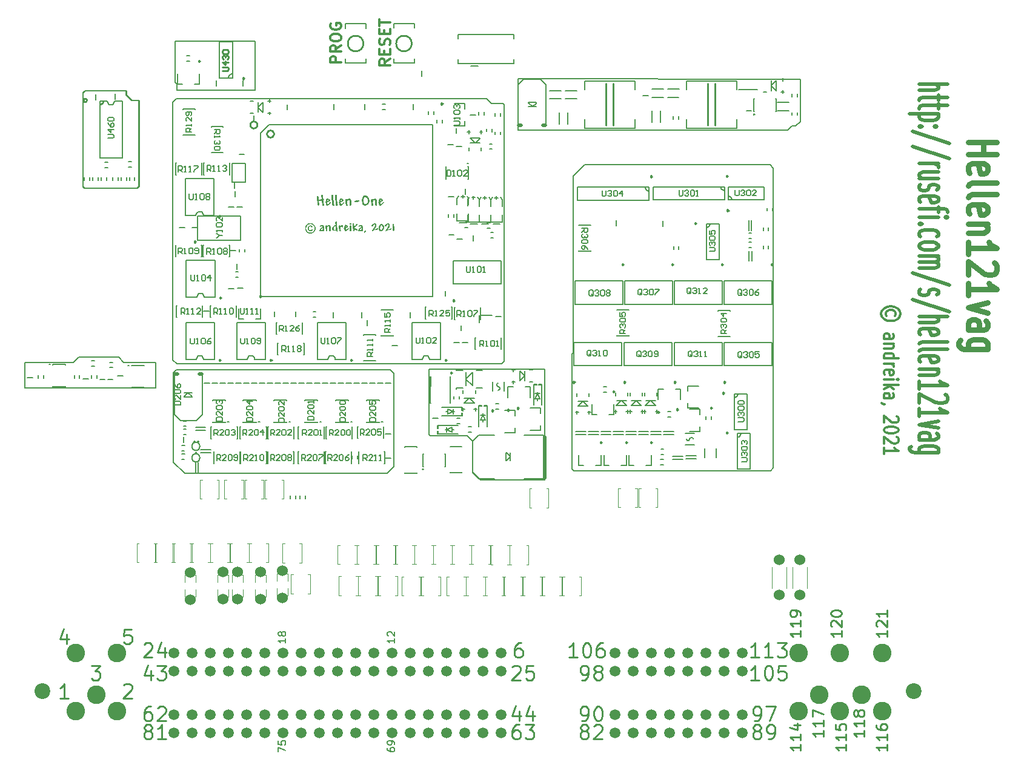
<source format=gto>
G75*
G70*
%OFA0B0*%
%FSLAX25Y25*%
%IPPOS*%
%LPD*%
%AMOC8*
5,1,8,0,0,1.08239X$1,22.5*
%
%ADD10C,0.01969*%
%ADD114C,0.00650*%
%ADD124C,0.00800*%
%ADD131C,0.00390*%
%ADD146C,0.00472*%
%ADD180C,0.05906*%
%ADD196C,0.00591*%
%ADD203C,0.00984*%
%ADD206C,0.06000*%
%ADD213C,0.01000*%
%ADD222C,0.08661*%
%ADD232C,0.01968*%
%ADD26C,0.01575*%
%ADD42C,0.00669*%
%ADD52C,0.01200*%
%ADD58C,0.00787*%
%ADD64C,0.10236*%
%ADD90C,0.00689*%
%ADD99C,0.02953*%
X0000000Y0000000D02*
%LPD*%
G01*
D203*
X0377329Y0070985D02*
X0372830Y0070985D01*
X0375080Y0070985D02*
X0375080Y0078859D01*
X0374330Y0077734D01*
X0373580Y0076984D01*
X0372830Y0076609D01*
X0382204Y0078859D02*
X0382954Y0078859D01*
X0383704Y0078484D01*
X0384079Y0078109D01*
X0384454Y0077359D01*
X0384828Y0075860D01*
X0384828Y0073985D01*
X0384454Y0072485D01*
X0384079Y0071735D01*
X0383704Y0071360D01*
X0382954Y0070985D01*
X0382204Y0070985D01*
X0381454Y0071360D01*
X0381079Y0071735D01*
X0380704Y0072485D01*
X0380329Y0073985D01*
X0380329Y0075860D01*
X0380704Y0077359D01*
X0381079Y0078109D01*
X0381454Y0078484D01*
X0382204Y0078859D01*
X0391578Y0078859D02*
X0390078Y0078859D01*
X0389328Y0078484D01*
X0388953Y0078109D01*
X0388203Y0076984D01*
X0387828Y0075485D01*
X0387828Y0072485D01*
X0388203Y0071735D01*
X0388578Y0071360D01*
X0389328Y0070985D01*
X0390828Y0070985D01*
X0391578Y0071360D01*
X0391953Y0071735D01*
X0392328Y0072485D01*
X0392328Y0074360D01*
X0391953Y0075110D01*
X0391578Y0075485D01*
X0390828Y0075860D01*
X0389328Y0075860D01*
X0388578Y0075485D01*
X0388203Y0075110D01*
X0387828Y0074360D01*
X0096579Y0083735D02*
X0096579Y0078485D01*
X0094704Y0086734D02*
X0092829Y0081110D01*
X0097703Y0081110D01*
X0131954Y0086359D02*
X0128204Y0086359D01*
X0127829Y0082610D01*
X0128204Y0082985D01*
X0128954Y0083360D01*
X0130829Y0083360D01*
X0131579Y0082985D01*
X0131954Y0082610D01*
X0132328Y0081860D01*
X0132328Y0079985D01*
X0131954Y0079235D01*
X0131579Y0078860D01*
X0130829Y0078485D01*
X0128954Y0078485D01*
X0128204Y0078860D01*
X0127829Y0079235D01*
X0127829Y0055609D02*
X0128204Y0055984D01*
X0128954Y0056359D01*
X0130829Y0056359D01*
X0131579Y0055984D01*
X0131954Y0055609D01*
X0132328Y0054859D01*
X0132328Y0054109D01*
X0131954Y0052985D01*
X0127454Y0048485D01*
X0132328Y0048485D01*
X0512750Y0030610D02*
X0512750Y0027236D01*
X0512750Y0028923D02*
X0506845Y0028923D01*
X0507688Y0028361D01*
X0508251Y0027798D01*
X0508532Y0027236D01*
X0512750Y0036235D02*
X0512750Y0032860D01*
X0512750Y0034547D02*
X0506845Y0034547D01*
X0507688Y0033985D01*
X0508251Y0033422D01*
X0508532Y0032860D01*
X0506845Y0038203D02*
X0506845Y0042140D01*
X0512750Y0039609D01*
X0547750Y0085610D02*
X0547750Y0082236D01*
X0547750Y0083923D02*
X0541845Y0083923D01*
X0542688Y0083361D01*
X0543251Y0082798D01*
X0543532Y0082236D01*
X0542407Y0087860D02*
X0542126Y0088141D01*
X0541845Y0088704D01*
X0541845Y0090110D01*
X0542126Y0090672D01*
X0542407Y0090953D01*
X0542970Y0091235D01*
X0543532Y0091235D01*
X0544376Y0090953D01*
X0547750Y0087579D01*
X0547750Y0091235D01*
X0547750Y0096859D02*
X0547750Y0093484D01*
X0547750Y0095172D02*
X0541845Y0095172D01*
X0542688Y0094609D01*
X0543251Y0094047D01*
X0543532Y0093484D01*
D99*
X0592482Y0354724D02*
X0608230Y0354724D01*
X0600731Y0354724D02*
X0600731Y0347975D01*
X0592482Y0347975D02*
X0608230Y0347975D01*
X0593232Y0337852D02*
X0592482Y0338976D01*
X0592482Y0341226D01*
X0593232Y0342351D01*
X0594732Y0342913D01*
X0600731Y0342913D01*
X0602231Y0342351D01*
X0602981Y0341226D01*
X0602981Y0338976D01*
X0602231Y0337852D01*
X0600731Y0337289D01*
X0599231Y0337289D01*
X0597732Y0342913D01*
X0592482Y0330540D02*
X0593232Y0331665D01*
X0594732Y0332227D01*
X0608230Y0332227D01*
X0592482Y0324353D02*
X0593232Y0325478D01*
X0594732Y0326040D01*
X0608230Y0326040D01*
X0593232Y0315354D02*
X0592482Y0316479D01*
X0592482Y0318729D01*
X0593232Y0319854D01*
X0594732Y0320416D01*
X0600731Y0320416D01*
X0602231Y0319854D01*
X0602981Y0318729D01*
X0602981Y0316479D01*
X0602231Y0315354D01*
X0600731Y0314792D01*
X0599231Y0314792D01*
X0597732Y0320416D01*
X0602981Y0309730D02*
X0592482Y0309730D01*
X0601481Y0309730D02*
X0602231Y0309168D01*
X0602981Y0308043D01*
X0602981Y0306355D01*
X0602231Y0305231D01*
X0600731Y0304668D01*
X0592482Y0304668D01*
X0592482Y0292857D02*
X0592482Y0299606D01*
X0592482Y0296232D02*
X0608230Y0296232D01*
X0605981Y0297357D01*
X0604481Y0298481D01*
X0603731Y0299606D01*
X0606730Y0288358D02*
X0607480Y0287795D01*
X0608230Y0286670D01*
X0608230Y0283858D01*
X0607480Y0282733D01*
X0606730Y0282171D01*
X0605231Y0281609D01*
X0603731Y0281609D01*
X0601481Y0282171D01*
X0592482Y0288920D01*
X0592482Y0281609D01*
X0592482Y0270360D02*
X0592482Y0277109D01*
X0592482Y0273735D02*
X0608230Y0273735D01*
X0605981Y0274859D01*
X0604481Y0275984D01*
X0603731Y0277109D01*
X0602981Y0266423D02*
X0592482Y0263611D01*
X0602981Y0260799D01*
X0592482Y0251237D02*
X0600731Y0251237D01*
X0602231Y0251800D01*
X0602981Y0252925D01*
X0602981Y0255174D01*
X0602231Y0256299D01*
X0593232Y0251237D02*
X0592482Y0252362D01*
X0592482Y0255174D01*
X0593232Y0256299D01*
X0594732Y0256862D01*
X0596232Y0256862D01*
X0597732Y0256299D01*
X0598481Y0255174D01*
X0598481Y0252362D01*
X0599231Y0251237D01*
X0602981Y0240551D02*
X0590232Y0240551D01*
X0588733Y0241114D01*
X0587983Y0241676D01*
X0587233Y0242801D01*
X0587233Y0244488D01*
X0587983Y0245613D01*
X0593232Y0240551D02*
X0592482Y0241676D01*
X0592482Y0243926D01*
X0593232Y0245051D01*
X0593982Y0245613D01*
X0595482Y0246175D01*
X0599981Y0246175D01*
X0601481Y0245613D01*
X0602231Y0245051D01*
X0602981Y0243926D01*
X0602981Y0241676D01*
X0602231Y0240551D01*
D58*
X0212923Y0018860D02*
X0212923Y0021485D01*
X0216860Y0019798D01*
X0212923Y0024859D02*
X0212923Y0022985D01*
X0214798Y0022797D01*
X0214610Y0022985D01*
X0214423Y0023360D01*
X0214423Y0024297D01*
X0214610Y0024672D01*
X0214798Y0024859D01*
X0215172Y0025047D01*
X0216110Y0025047D01*
X0216485Y0024859D01*
X0216672Y0024672D01*
X0216860Y0024297D01*
X0216860Y0023360D01*
X0216672Y0022985D01*
X0216485Y0022797D01*
X0272923Y0020922D02*
X0272923Y0020172D01*
X0273110Y0019798D01*
X0273298Y0019610D01*
X0273860Y0019235D01*
X0274610Y0019048D01*
X0276110Y0019048D01*
X0276485Y0019235D01*
X0276672Y0019423D01*
X0276860Y0019798D01*
X0276860Y0020547D01*
X0276672Y0020922D01*
X0276485Y0021110D01*
X0276110Y0021297D01*
X0275172Y0021297D01*
X0274798Y0021110D01*
X0274610Y0020922D01*
X0274423Y0020547D01*
X0274423Y0019798D01*
X0274610Y0019423D01*
X0274798Y0019235D01*
X0275172Y0019048D01*
X0276860Y0023172D02*
X0276860Y0023922D01*
X0276672Y0024297D01*
X0276485Y0024484D01*
X0275922Y0024859D01*
X0275172Y0025047D01*
X0273673Y0025047D01*
X0273298Y0024859D01*
X0273110Y0024672D01*
X0272923Y0024297D01*
X0272923Y0023547D01*
X0273110Y0023172D01*
X0273298Y0022985D01*
X0273673Y0022797D01*
X0274610Y0022797D01*
X0274985Y0022985D01*
X0275172Y0023172D01*
X0275360Y0023547D01*
X0275360Y0024297D01*
X0275172Y0024672D01*
X0274985Y0024859D01*
X0274610Y0025047D01*
D203*
X0341579Y0065609D02*
X0341954Y0065984D01*
X0342704Y0066359D01*
X0344579Y0066359D01*
X0345329Y0065984D01*
X0345704Y0065609D01*
X0346079Y0064859D01*
X0346079Y0064109D01*
X0345704Y0062985D01*
X0341205Y0058485D01*
X0346079Y0058485D01*
X0353203Y0066359D02*
X0349454Y0066359D01*
X0349079Y0062610D01*
X0349454Y0062985D01*
X0350203Y0063360D01*
X0352078Y0063360D01*
X0352828Y0062985D01*
X0353203Y0062610D01*
X0353578Y0061860D01*
X0353578Y0059985D01*
X0353203Y0059235D01*
X0352828Y0058860D01*
X0352078Y0058485D01*
X0350203Y0058485D01*
X0349454Y0058860D01*
X0349079Y0059235D01*
X0525250Y0023110D02*
X0525250Y0019736D01*
X0525250Y0021423D02*
X0519345Y0021423D01*
X0520188Y0020861D01*
X0520751Y0020298D01*
X0521032Y0019736D01*
X0525250Y0028735D02*
X0525250Y0025360D01*
X0525250Y0027047D02*
X0519345Y0027047D01*
X0520188Y0026485D01*
X0520751Y0025922D01*
X0521032Y0025360D01*
X0519345Y0034078D02*
X0519345Y0031265D01*
X0522157Y0030984D01*
X0521876Y0031265D01*
X0521594Y0031828D01*
X0521594Y0033234D01*
X0521876Y0033796D01*
X0522157Y0034078D01*
X0522719Y0034359D01*
X0524125Y0034359D01*
X0524688Y0034078D01*
X0524969Y0033796D01*
X0525250Y0033234D01*
X0525250Y0031828D01*
X0524969Y0031265D01*
X0524688Y0030984D01*
X0142829Y0063735D02*
X0142829Y0058485D01*
X0140954Y0066734D02*
X0139079Y0061110D01*
X0143954Y0061110D01*
X0146204Y0066359D02*
X0151078Y0066359D01*
X0148453Y0063360D01*
X0149578Y0063360D01*
X0150328Y0062985D01*
X0150703Y0062610D01*
X0151078Y0061860D01*
X0151078Y0059985D01*
X0150703Y0059235D01*
X0150328Y0058860D01*
X0149578Y0058485D01*
X0147328Y0058485D01*
X0146579Y0058860D01*
X0146204Y0059235D01*
D58*
X0216860Y0081297D02*
X0216860Y0079048D01*
X0216860Y0080172D02*
X0212923Y0080172D01*
X0213485Y0079798D01*
X0213860Y0079423D01*
X0214048Y0079048D01*
X0214610Y0083547D02*
X0214423Y0083172D01*
X0214235Y0082985D01*
X0213860Y0082797D01*
X0213673Y0082797D01*
X0213298Y0082985D01*
X0213110Y0083172D01*
X0212923Y0083547D01*
X0212923Y0084297D01*
X0213110Y0084672D01*
X0213298Y0084859D01*
X0213673Y0085047D01*
X0213860Y0085047D01*
X0214235Y0084859D01*
X0214423Y0084672D01*
X0214610Y0084297D01*
X0214610Y0083547D01*
X0214798Y0083172D01*
X0214985Y0082985D01*
X0215360Y0082797D01*
X0216110Y0082797D01*
X0216485Y0082985D01*
X0216672Y0083172D01*
X0216860Y0083547D01*
X0216860Y0084297D01*
X0216672Y0084672D01*
X0216485Y0084859D01*
X0216110Y0085047D01*
X0215360Y0085047D01*
X0214985Y0084859D01*
X0214798Y0084672D01*
X0214610Y0084297D01*
D203*
X0474829Y0035985D02*
X0476329Y0035985D01*
X0477079Y0036360D01*
X0477454Y0036735D01*
X0478204Y0037860D01*
X0478579Y0039360D01*
X0478579Y0042359D01*
X0478204Y0043109D01*
X0477829Y0043484D01*
X0477079Y0043859D01*
X0475579Y0043859D01*
X0474829Y0043484D01*
X0474454Y0043109D01*
X0474079Y0042359D01*
X0474079Y0040485D01*
X0474454Y0039735D01*
X0474829Y0039360D01*
X0475579Y0038985D01*
X0477079Y0038985D01*
X0477829Y0039360D01*
X0478204Y0039735D01*
X0478579Y0040485D01*
X0481204Y0043859D02*
X0486453Y0043859D01*
X0483078Y0035985D01*
D52*
X0274325Y0400538D02*
X0271513Y0398538D01*
X0274325Y0397109D02*
X0268420Y0397109D01*
X0268420Y0399395D01*
X0268701Y0399966D01*
X0268982Y0400252D01*
X0269544Y0400538D01*
X0270388Y0400538D01*
X0270951Y0400252D01*
X0271232Y0399966D01*
X0271513Y0399395D01*
X0271513Y0397109D01*
X0271232Y0403109D02*
X0271232Y0405109D01*
X0274325Y0405966D02*
X0274325Y0403109D01*
X0268420Y0403109D01*
X0268420Y0405966D01*
X0274044Y0408252D02*
X0274325Y0409109D01*
X0274325Y0410538D01*
X0274044Y0411109D01*
X0273763Y0411395D01*
X0273200Y0411681D01*
X0272638Y0411681D01*
X0272075Y0411395D01*
X0271794Y0411109D01*
X0271513Y0410538D01*
X0271232Y0409395D01*
X0270951Y0408823D01*
X0270669Y0408538D01*
X0270107Y0408252D01*
X0269544Y0408252D01*
X0268982Y0408538D01*
X0268701Y0408823D01*
X0268420Y0409395D01*
X0268420Y0410823D01*
X0268701Y0411681D01*
X0271232Y0414252D02*
X0271232Y0416252D01*
X0274325Y0417109D02*
X0274325Y0414252D01*
X0268420Y0414252D01*
X0268420Y0417109D01*
X0268420Y0418823D02*
X0268420Y0422252D01*
X0274325Y0420538D02*
X0268420Y0420538D01*
D203*
X0139079Y0078109D02*
X0139454Y0078484D01*
X0140204Y0078859D01*
X0142079Y0078859D01*
X0142829Y0078484D01*
X0143204Y0078109D01*
X0143579Y0077359D01*
X0143579Y0076609D01*
X0143204Y0075485D01*
X0138705Y0070985D01*
X0143579Y0070985D01*
X0150328Y0076235D02*
X0150328Y0070985D01*
X0148453Y0079234D02*
X0146579Y0073610D01*
X0151453Y0073610D01*
X0379829Y0058485D02*
X0381329Y0058485D01*
X0382079Y0058860D01*
X0382454Y0059235D01*
X0383204Y0060360D01*
X0383579Y0061860D01*
X0383579Y0064859D01*
X0383204Y0065609D01*
X0382829Y0065984D01*
X0382079Y0066359D01*
X0380579Y0066359D01*
X0379829Y0065984D01*
X0379454Y0065609D01*
X0379079Y0064859D01*
X0379079Y0062985D01*
X0379454Y0062235D01*
X0379829Y0061860D01*
X0380579Y0061485D01*
X0382079Y0061485D01*
X0382829Y0061860D01*
X0383204Y0062235D01*
X0383579Y0062985D01*
X0388078Y0062985D02*
X0387328Y0063360D01*
X0386954Y0063735D01*
X0386579Y0064484D01*
X0386579Y0064859D01*
X0386954Y0065609D01*
X0387328Y0065984D01*
X0388078Y0066359D01*
X0389578Y0066359D01*
X0390328Y0065984D01*
X0390703Y0065609D01*
X0391078Y0064859D01*
X0391078Y0064484D01*
X0390703Y0063735D01*
X0390328Y0063360D01*
X0389578Y0062985D01*
X0388078Y0062985D01*
X0387328Y0062610D01*
X0386954Y0062235D01*
X0386579Y0061485D01*
X0386579Y0059985D01*
X0386954Y0059235D01*
X0387328Y0058860D01*
X0388078Y0058485D01*
X0389578Y0058485D01*
X0390328Y0058860D01*
X0390703Y0059235D01*
X0391078Y0059985D01*
X0391078Y0061485D01*
X0390703Y0062235D01*
X0390328Y0062610D01*
X0389578Y0062985D01*
D52*
X0552082Y0259051D02*
X0552463Y0259622D01*
X0552463Y0260765D01*
X0552082Y0261336D01*
X0551321Y0261908D01*
X0550559Y0262193D01*
X0549035Y0262193D01*
X0548273Y0261908D01*
X0547511Y0261336D01*
X0547130Y0260765D01*
X0547130Y0259622D01*
X0547511Y0259051D01*
X0555130Y0260193D02*
X0554749Y0261622D01*
X0553606Y0263051D01*
X0551702Y0263908D01*
X0549797Y0264193D01*
X0547892Y0263908D01*
X0545987Y0263051D01*
X0544844Y0261622D01*
X0544463Y0260193D01*
X0544844Y0258765D01*
X0545987Y0257336D01*
X0547892Y0256479D01*
X0549797Y0256193D01*
X0551702Y0256479D01*
X0553606Y0257336D01*
X0554749Y0258765D01*
X0555130Y0260193D01*
X0545987Y0246479D02*
X0550178Y0246479D01*
X0550940Y0246765D01*
X0551321Y0247336D01*
X0551321Y0248479D01*
X0550940Y0249051D01*
X0546368Y0246479D02*
X0545987Y0247051D01*
X0545987Y0248479D01*
X0546368Y0249051D01*
X0547130Y0249336D01*
X0547892Y0249336D01*
X0548654Y0249051D01*
X0549035Y0248479D01*
X0549035Y0247051D01*
X0549416Y0246479D01*
X0551321Y0243622D02*
X0545987Y0243622D01*
X0550559Y0243622D02*
X0550940Y0243336D01*
X0551321Y0242765D01*
X0551321Y0241908D01*
X0550940Y0241336D01*
X0550178Y0241051D01*
X0545987Y0241051D01*
X0545987Y0235622D02*
X0553987Y0235622D01*
X0546368Y0235622D02*
X0545987Y0236193D01*
X0545987Y0237336D01*
X0546368Y0237908D01*
X0546749Y0238193D01*
X0547511Y0238479D01*
X0549797Y0238479D01*
X0550559Y0238193D01*
X0550940Y0237908D01*
X0551321Y0237336D01*
X0551321Y0236193D01*
X0550940Y0235622D01*
X0545987Y0232765D02*
X0551321Y0232765D01*
X0549797Y0232765D02*
X0550559Y0232479D01*
X0550940Y0232193D01*
X0551321Y0231622D01*
X0551321Y0231051D01*
X0546368Y0226765D02*
X0545987Y0227336D01*
X0545987Y0228479D01*
X0546368Y0229051D01*
X0547130Y0229336D01*
X0550178Y0229336D01*
X0550940Y0229051D01*
X0551321Y0228479D01*
X0551321Y0227336D01*
X0550940Y0226765D01*
X0550178Y0226479D01*
X0549416Y0226479D01*
X0548654Y0229336D01*
X0545987Y0223908D02*
X0551321Y0223908D01*
X0553987Y0223908D02*
X0553606Y0224193D01*
X0553225Y0223908D01*
X0553606Y0223622D01*
X0553987Y0223908D01*
X0553225Y0223908D01*
X0545987Y0221051D02*
X0553987Y0221051D01*
X0549035Y0220479D02*
X0545987Y0218765D01*
X0551321Y0218765D02*
X0548273Y0221051D01*
X0545987Y0213622D02*
X0550178Y0213622D01*
X0550940Y0213908D01*
X0551321Y0214479D01*
X0551321Y0215622D01*
X0550940Y0216193D01*
X0546368Y0213622D02*
X0545987Y0214193D01*
X0545987Y0215622D01*
X0546368Y0216193D01*
X0547130Y0216479D01*
X0547892Y0216479D01*
X0548654Y0216193D01*
X0549035Y0215622D01*
X0549035Y0214193D01*
X0549416Y0213622D01*
X0546368Y0210479D02*
X0545987Y0210479D01*
X0545225Y0210765D01*
X0544844Y0211051D01*
X0553225Y0203622D02*
X0553606Y0203336D01*
X0553987Y0202765D01*
X0553987Y0201336D01*
X0553606Y0200765D01*
X0553225Y0200479D01*
X0552463Y0200193D01*
X0551702Y0200193D01*
X0550559Y0200479D01*
X0545987Y0203908D01*
X0545987Y0200193D01*
X0553987Y0196479D02*
X0553987Y0195908D01*
X0553606Y0195336D01*
X0553225Y0195051D01*
X0552463Y0194765D01*
X0550940Y0194479D01*
X0549035Y0194479D01*
X0547511Y0194765D01*
X0546749Y0195051D01*
X0546368Y0195336D01*
X0545987Y0195908D01*
X0545987Y0196479D01*
X0546368Y0197051D01*
X0546749Y0197336D01*
X0547511Y0197622D01*
X0549035Y0197908D01*
X0550940Y0197908D01*
X0552463Y0197622D01*
X0553225Y0197336D01*
X0553606Y0197051D01*
X0553987Y0196479D01*
X0553225Y0192193D02*
X0553606Y0191908D01*
X0553987Y0191336D01*
X0553987Y0189908D01*
X0553606Y0189336D01*
X0553225Y0189051D01*
X0552463Y0188765D01*
X0551702Y0188765D01*
X0550559Y0189051D01*
X0545987Y0192479D01*
X0545987Y0188765D01*
X0545987Y0183051D02*
X0545987Y0186479D01*
X0545987Y0184765D02*
X0553987Y0184765D01*
X0552844Y0185336D01*
X0552082Y0185908D01*
X0551702Y0186479D01*
D203*
X0535250Y0030610D02*
X0535250Y0027236D01*
X0535250Y0028923D02*
X0529345Y0028923D01*
X0530188Y0028361D01*
X0530751Y0027798D01*
X0531032Y0027236D01*
X0535250Y0036235D02*
X0535250Y0032860D01*
X0535250Y0034547D02*
X0529345Y0034547D01*
X0530188Y0033985D01*
X0530751Y0033422D01*
X0531032Y0032860D01*
X0531876Y0039609D02*
X0531594Y0039047D01*
X0531313Y0038765D01*
X0530751Y0038484D01*
X0530470Y0038484D01*
X0529907Y0038765D01*
X0529626Y0039047D01*
X0529345Y0039609D01*
X0529345Y0040734D01*
X0529626Y0041296D01*
X0529907Y0041578D01*
X0530470Y0041859D01*
X0530751Y0041859D01*
X0531313Y0041578D01*
X0531594Y0041296D01*
X0531876Y0040734D01*
X0531876Y0039609D01*
X0532157Y0039047D01*
X0532438Y0038765D01*
X0533001Y0038484D01*
X0534125Y0038484D01*
X0534688Y0038765D01*
X0534969Y0039047D01*
X0535250Y0039609D01*
X0535250Y0040734D01*
X0534969Y0041296D01*
X0534688Y0041578D01*
X0534125Y0041859D01*
X0533001Y0041859D01*
X0532438Y0041578D01*
X0532157Y0041296D01*
X0531876Y0040734D01*
D10*
X0565514Y0386563D02*
X0581262Y0386563D01*
X0565514Y0383188D02*
X0573763Y0383188D01*
X0575262Y0383563D01*
X0576012Y0384313D01*
X0576012Y0385438D01*
X0575262Y0386188D01*
X0574513Y0386563D01*
X0576012Y0380563D02*
X0576012Y0377564D01*
X0581262Y0379439D02*
X0567763Y0379439D01*
X0566264Y0379064D01*
X0565514Y0378314D01*
X0565514Y0377564D01*
X0576012Y0376064D02*
X0576012Y0373064D01*
X0581262Y0374939D02*
X0567763Y0374939D01*
X0566264Y0374564D01*
X0565514Y0373814D01*
X0565514Y0373064D01*
X0576012Y0370440D02*
X0560264Y0370440D01*
X0575262Y0370440D02*
X0576012Y0369690D01*
X0576012Y0368190D01*
X0575262Y0367440D01*
X0574513Y0367065D01*
X0573013Y0366690D01*
X0568513Y0366690D01*
X0567013Y0367065D01*
X0566264Y0367440D01*
X0565514Y0368190D01*
X0565514Y0369690D01*
X0566264Y0370440D01*
X0567013Y0363316D02*
X0566264Y0362941D01*
X0565514Y0363316D01*
X0566264Y0363690D01*
X0567013Y0363316D01*
X0565514Y0363316D01*
X0575262Y0363316D02*
X0574513Y0362941D01*
X0573763Y0363316D01*
X0574513Y0363690D01*
X0575262Y0363316D01*
X0573763Y0363316D01*
X0582012Y0353942D02*
X0561764Y0360691D01*
X0582012Y0345693D02*
X0561764Y0352442D01*
X0565514Y0343068D02*
X0576012Y0343068D01*
X0573013Y0343068D02*
X0574513Y0342693D01*
X0575262Y0342318D01*
X0576012Y0341568D01*
X0576012Y0340818D01*
X0576012Y0334819D02*
X0565514Y0334819D01*
X0576012Y0338194D02*
X0567763Y0338194D01*
X0566264Y0337819D01*
X0565514Y0337069D01*
X0565514Y0335944D01*
X0566264Y0335194D01*
X0567013Y0334819D01*
X0566264Y0331445D02*
X0565514Y0330695D01*
X0565514Y0329195D01*
X0566264Y0328445D01*
X0567763Y0328070D01*
X0568513Y0328070D01*
X0570013Y0328445D01*
X0570763Y0329195D01*
X0570763Y0330320D01*
X0571513Y0331070D01*
X0573013Y0331445D01*
X0573763Y0331445D01*
X0575262Y0331070D01*
X0576012Y0330320D01*
X0576012Y0329195D01*
X0575262Y0328445D01*
X0566264Y0321696D02*
X0565514Y0322446D01*
X0565514Y0323945D01*
X0566264Y0324695D01*
X0567763Y0325070D01*
X0573763Y0325070D01*
X0575262Y0324695D01*
X0576012Y0323945D01*
X0576012Y0322446D01*
X0575262Y0321696D01*
X0573763Y0321321D01*
X0572263Y0321321D01*
X0570763Y0325070D01*
X0576012Y0319071D02*
X0576012Y0316071D01*
X0565514Y0317946D02*
X0579012Y0317946D01*
X0580512Y0317571D01*
X0581262Y0316821D01*
X0581262Y0316071D01*
X0565514Y0313447D02*
X0576012Y0313447D01*
X0581262Y0313447D02*
X0580512Y0313822D01*
X0579762Y0313447D01*
X0580512Y0313072D01*
X0581262Y0313447D01*
X0579762Y0313447D01*
X0567013Y0309697D02*
X0566264Y0309322D01*
X0565514Y0309697D01*
X0566264Y0310072D01*
X0567013Y0309697D01*
X0565514Y0309697D01*
X0566264Y0302573D02*
X0565514Y0303323D01*
X0565514Y0304823D01*
X0566264Y0305573D01*
X0567013Y0305948D01*
X0568513Y0306323D01*
X0573013Y0306323D01*
X0574513Y0305948D01*
X0575262Y0305573D01*
X0576012Y0304823D01*
X0576012Y0303323D01*
X0575262Y0302573D01*
X0565514Y0298074D02*
X0566264Y0298824D01*
X0567013Y0299199D01*
X0568513Y0299573D01*
X0573013Y0299573D01*
X0574513Y0299199D01*
X0575262Y0298824D01*
X0576012Y0298074D01*
X0576012Y0296949D01*
X0575262Y0296199D01*
X0574513Y0295824D01*
X0573013Y0295449D01*
X0568513Y0295449D01*
X0567013Y0295824D01*
X0566264Y0296199D01*
X0565514Y0296949D01*
X0565514Y0298074D01*
X0565514Y0292074D02*
X0576012Y0292074D01*
X0574513Y0292074D02*
X0575262Y0291699D01*
X0576012Y0290950D01*
X0576012Y0289825D01*
X0575262Y0289075D01*
X0573763Y0288700D01*
X0565514Y0288700D01*
X0573763Y0288700D02*
X0575262Y0288325D01*
X0576012Y0287575D01*
X0576012Y0286450D01*
X0575262Y0285700D01*
X0573763Y0285325D01*
X0565514Y0285325D01*
X0582012Y0275951D02*
X0561764Y0282701D01*
X0566264Y0273702D02*
X0565514Y0272952D01*
X0565514Y0271452D01*
X0566264Y0270702D01*
X0567763Y0270327D01*
X0568513Y0270327D01*
X0570013Y0270702D01*
X0570763Y0271452D01*
X0570763Y0272577D01*
X0571513Y0273327D01*
X0573013Y0273702D01*
X0573763Y0273702D01*
X0575262Y0273327D01*
X0576012Y0272577D01*
X0576012Y0271452D01*
X0575262Y0270702D01*
X0582012Y0261328D02*
X0561764Y0268077D01*
X0565514Y0258704D02*
X0581262Y0258704D01*
X0565514Y0255329D02*
X0573763Y0255329D01*
X0575262Y0255704D01*
X0576012Y0256454D01*
X0576012Y0257579D01*
X0575262Y0258329D01*
X0574513Y0258704D01*
X0566264Y0248580D02*
X0565514Y0249330D01*
X0565514Y0250830D01*
X0566264Y0251579D01*
X0567763Y0251954D01*
X0573763Y0251954D01*
X0575262Y0251579D01*
X0576012Y0250830D01*
X0576012Y0249330D01*
X0575262Y0248580D01*
X0573763Y0248205D01*
X0572263Y0248205D01*
X0570763Y0251954D01*
X0565514Y0243705D02*
X0566264Y0244455D01*
X0567763Y0244830D01*
X0581262Y0244830D01*
X0565514Y0239581D02*
X0566264Y0240331D01*
X0567763Y0240706D01*
X0581262Y0240706D01*
X0566264Y0233582D02*
X0565514Y0234332D01*
X0565514Y0235831D01*
X0566264Y0236581D01*
X0567763Y0236956D01*
X0573763Y0236956D01*
X0575262Y0236581D01*
X0576012Y0235831D01*
X0576012Y0234332D01*
X0575262Y0233582D01*
X0573763Y0233207D01*
X0572263Y0233207D01*
X0570763Y0236956D01*
X0576012Y0229832D02*
X0565514Y0229832D01*
X0574513Y0229832D02*
X0575262Y0229457D01*
X0576012Y0228707D01*
X0576012Y0227582D01*
X0575262Y0226833D01*
X0573763Y0226458D01*
X0565514Y0226458D01*
X0565514Y0218584D02*
X0565514Y0223083D01*
X0565514Y0220833D02*
X0581262Y0220833D01*
X0579012Y0221583D01*
X0577512Y0222333D01*
X0576762Y0223083D01*
X0579762Y0215584D02*
X0580512Y0215209D01*
X0581262Y0214459D01*
X0581262Y0212584D01*
X0580512Y0211834D01*
X0579762Y0211460D01*
X0578262Y0211085D01*
X0576762Y0211085D01*
X0574513Y0211460D01*
X0565514Y0215959D01*
X0565514Y0211085D01*
X0565514Y0203585D02*
X0565514Y0208085D01*
X0565514Y0205835D02*
X0581262Y0205835D01*
X0579012Y0206585D01*
X0577512Y0207335D01*
X0576762Y0208085D01*
X0576012Y0200961D02*
X0565514Y0199086D01*
X0576012Y0197211D01*
X0565514Y0190837D02*
X0573763Y0190837D01*
X0575262Y0191212D01*
X0576012Y0191962D01*
X0576012Y0193462D01*
X0575262Y0194212D01*
X0566264Y0190837D02*
X0565514Y0191587D01*
X0565514Y0193462D01*
X0566264Y0194212D01*
X0567763Y0194587D01*
X0569263Y0194587D01*
X0570763Y0194212D01*
X0571513Y0193462D01*
X0571513Y0191587D01*
X0572263Y0190837D01*
X0576012Y0183713D02*
X0563264Y0183713D01*
X0561764Y0184088D01*
X0561014Y0184463D01*
X0560264Y0185213D01*
X0560264Y0186338D01*
X0561014Y0187088D01*
X0566264Y0183713D02*
X0565514Y0184463D01*
X0565514Y0185963D01*
X0566264Y0186713D01*
X0567013Y0187088D01*
X0568513Y0187463D01*
X0573013Y0187463D01*
X0574513Y0187088D01*
X0575262Y0186713D01*
X0576012Y0185963D01*
X0576012Y0184463D01*
X0575262Y0183713D01*
D52*
X0247406Y0398610D02*
X0241500Y0398610D01*
X0241500Y0400896D01*
X0241781Y0401467D01*
X0242063Y0401753D01*
X0242625Y0402038D01*
X0243469Y0402038D01*
X0244031Y0401753D01*
X0244312Y0401467D01*
X0244594Y0400896D01*
X0244594Y0398610D01*
X0247406Y0408038D02*
X0244594Y0406038D01*
X0247406Y0404610D02*
X0241500Y0404610D01*
X0241500Y0406896D01*
X0241781Y0407467D01*
X0242063Y0407753D01*
X0242625Y0408038D01*
X0243469Y0408038D01*
X0244031Y0407753D01*
X0244312Y0407467D01*
X0244594Y0406896D01*
X0244594Y0404610D01*
X0241500Y0411753D02*
X0241500Y0412896D01*
X0241781Y0413467D01*
X0242344Y0414038D01*
X0243469Y0414324D01*
X0245437Y0414324D01*
X0246562Y0414038D01*
X0247125Y0413467D01*
X0247406Y0412896D01*
X0247406Y0411753D01*
X0247125Y0411181D01*
X0246562Y0410610D01*
X0245437Y0410324D01*
X0243469Y0410324D01*
X0242344Y0410610D01*
X0241781Y0411181D01*
X0241500Y0411753D01*
X0241781Y0420038D02*
X0241500Y0419467D01*
X0241500Y0418610D01*
X0241781Y0417753D01*
X0242344Y0417181D01*
X0242906Y0416896D01*
X0244031Y0416610D01*
X0244875Y0416610D01*
X0246000Y0416896D01*
X0246562Y0417181D01*
X0247125Y0417753D01*
X0247406Y0418610D01*
X0247406Y0419181D01*
X0247125Y0420038D01*
X0246843Y0420324D01*
X0244875Y0420324D01*
X0244875Y0419181D01*
D203*
X0097328Y0048485D02*
X0092829Y0048485D01*
X0095079Y0048485D02*
X0095079Y0056359D01*
X0094329Y0055234D01*
X0093579Y0054484D01*
X0092829Y0054109D01*
X0140579Y0030485D02*
X0139829Y0030860D01*
X0139454Y0031235D01*
X0139079Y0031984D01*
X0139079Y0032359D01*
X0139454Y0033109D01*
X0139829Y0033484D01*
X0140579Y0033859D01*
X0142079Y0033859D01*
X0142829Y0033484D01*
X0143204Y0033109D01*
X0143579Y0032359D01*
X0143579Y0031984D01*
X0143204Y0031235D01*
X0142829Y0030860D01*
X0142079Y0030485D01*
X0140579Y0030485D01*
X0139829Y0030110D01*
X0139454Y0029735D01*
X0139079Y0028985D01*
X0139079Y0027485D01*
X0139454Y0026735D01*
X0139829Y0026360D01*
X0140579Y0025985D01*
X0142079Y0025985D01*
X0142829Y0026360D01*
X0143204Y0026735D01*
X0143579Y0027485D01*
X0143579Y0028985D01*
X0143204Y0029735D01*
X0142829Y0030110D01*
X0142079Y0030485D01*
X0151078Y0025985D02*
X0146579Y0025985D01*
X0148828Y0025985D02*
X0148828Y0033859D01*
X0148078Y0032734D01*
X0147328Y0031984D01*
X0146579Y0031609D01*
X0500250Y0085610D02*
X0500250Y0082236D01*
X0500250Y0083923D02*
X0494345Y0083923D01*
X0495188Y0083361D01*
X0495751Y0082798D01*
X0496032Y0082236D01*
X0500250Y0091235D02*
X0500250Y0087860D01*
X0500250Y0089547D02*
X0494345Y0089547D01*
X0495188Y0088985D01*
X0495751Y0088422D01*
X0496032Y0087860D01*
X0500250Y0094047D02*
X0500250Y0095172D01*
X0499969Y0095734D01*
X0499688Y0096015D01*
X0498844Y0096578D01*
X0497719Y0096859D01*
X0495470Y0096859D01*
X0494907Y0096578D01*
X0494626Y0096296D01*
X0494345Y0095734D01*
X0494345Y0094609D01*
X0494626Y0094047D01*
X0494907Y0093765D01*
X0495470Y0093484D01*
X0496876Y0093484D01*
X0497438Y0093765D01*
X0497719Y0094047D01*
X0498001Y0094609D01*
X0498001Y0095734D01*
X0497719Y0096296D01*
X0497438Y0096578D01*
X0496876Y0096859D01*
X0345329Y0041235D02*
X0345329Y0035985D01*
X0343454Y0044234D02*
X0341579Y0038610D01*
X0346454Y0038610D01*
X0352828Y0041235D02*
X0352828Y0035985D01*
X0350953Y0044234D02*
X0349079Y0038610D01*
X0353953Y0038610D01*
X0380579Y0030485D02*
X0379829Y0030860D01*
X0379454Y0031235D01*
X0379079Y0031984D01*
X0379079Y0032359D01*
X0379454Y0033109D01*
X0379829Y0033484D01*
X0380579Y0033859D01*
X0382079Y0033859D01*
X0382829Y0033484D01*
X0383204Y0033109D01*
X0383579Y0032359D01*
X0383579Y0031984D01*
X0383204Y0031235D01*
X0382829Y0030860D01*
X0382079Y0030485D01*
X0380579Y0030485D01*
X0379829Y0030110D01*
X0379454Y0029735D01*
X0379079Y0028985D01*
X0379079Y0027485D01*
X0379454Y0026735D01*
X0379829Y0026360D01*
X0380579Y0025985D01*
X0382079Y0025985D01*
X0382829Y0026360D01*
X0383204Y0026735D01*
X0383579Y0027485D01*
X0383579Y0028985D01*
X0383204Y0029735D01*
X0382829Y0030110D01*
X0382079Y0030485D01*
X0386579Y0033109D02*
X0386954Y0033484D01*
X0387703Y0033859D01*
X0389578Y0033859D01*
X0390328Y0033484D01*
X0390703Y0033109D01*
X0391078Y0032359D01*
X0391078Y0031609D01*
X0390703Y0030485D01*
X0386204Y0025985D01*
X0391078Y0025985D01*
X0109954Y0066359D02*
X0114828Y0066359D01*
X0112204Y0063360D01*
X0113329Y0063360D01*
X0114079Y0062985D01*
X0114454Y0062610D01*
X0114828Y0061860D01*
X0114828Y0059985D01*
X0114454Y0059235D01*
X0114079Y0058860D01*
X0113329Y0058485D01*
X0111079Y0058485D01*
X0110329Y0058860D01*
X0109954Y0059235D01*
X0475579Y0030485D02*
X0474829Y0030860D01*
X0474454Y0031235D01*
X0474079Y0031984D01*
X0474079Y0032359D01*
X0474454Y0033109D01*
X0474829Y0033484D01*
X0475579Y0033859D01*
X0477079Y0033859D01*
X0477829Y0033484D01*
X0478204Y0033109D01*
X0478579Y0032359D01*
X0478579Y0031984D01*
X0478204Y0031235D01*
X0477829Y0030860D01*
X0477079Y0030485D01*
X0475579Y0030485D01*
X0474829Y0030110D01*
X0474454Y0029735D01*
X0474079Y0028985D01*
X0474079Y0027485D01*
X0474454Y0026735D01*
X0474829Y0026360D01*
X0475579Y0025985D01*
X0477079Y0025985D01*
X0477829Y0026360D01*
X0478204Y0026735D01*
X0478579Y0027485D01*
X0478579Y0028985D01*
X0478204Y0029735D01*
X0477829Y0030110D01*
X0477079Y0030485D01*
X0482328Y0025985D02*
X0483828Y0025985D01*
X0484578Y0026360D01*
X0484953Y0026735D01*
X0485703Y0027860D01*
X0486078Y0029360D01*
X0486078Y0032359D01*
X0485703Y0033109D01*
X0485328Y0033484D01*
X0484578Y0033859D01*
X0483078Y0033859D01*
X0482328Y0033484D01*
X0481954Y0033109D01*
X0481579Y0032359D01*
X0481579Y0030485D01*
X0481954Y0029735D01*
X0482328Y0029360D01*
X0483078Y0028985D01*
X0484578Y0028985D01*
X0485328Y0029360D01*
X0485703Y0029735D01*
X0486078Y0030485D01*
X0345329Y0033859D02*
X0343829Y0033859D01*
X0343079Y0033484D01*
X0342704Y0033109D01*
X0341954Y0031984D01*
X0341579Y0030485D01*
X0341579Y0027485D01*
X0341954Y0026735D01*
X0342329Y0026360D01*
X0343079Y0025985D01*
X0344579Y0025985D01*
X0345329Y0026360D01*
X0345704Y0026735D01*
X0346079Y0027485D01*
X0346079Y0029360D01*
X0345704Y0030110D01*
X0345329Y0030485D01*
X0344579Y0030860D01*
X0343079Y0030860D01*
X0342329Y0030485D01*
X0341954Y0030110D01*
X0341579Y0029360D01*
X0348704Y0033859D02*
X0353578Y0033859D01*
X0350953Y0030860D01*
X0352078Y0030860D01*
X0352828Y0030485D01*
X0353203Y0030110D01*
X0353578Y0029360D01*
X0353578Y0027485D01*
X0353203Y0026735D01*
X0352828Y0026360D01*
X0352078Y0025985D01*
X0349828Y0025985D01*
X0349079Y0026360D01*
X0348704Y0026735D01*
X0500250Y0023110D02*
X0500250Y0019736D01*
X0500250Y0021423D02*
X0494345Y0021423D01*
X0495188Y0020861D01*
X0495751Y0020298D01*
X0496032Y0019736D01*
X0500250Y0028735D02*
X0500250Y0025360D01*
X0500250Y0027047D02*
X0494345Y0027047D01*
X0495188Y0026485D01*
X0495751Y0025922D01*
X0496032Y0025360D01*
X0496313Y0033796D02*
X0500250Y0033796D01*
X0494064Y0032390D02*
X0498282Y0030984D01*
X0498282Y0034640D01*
X0522750Y0085610D02*
X0522750Y0082236D01*
X0522750Y0083923D02*
X0516845Y0083923D01*
X0517688Y0083361D01*
X0518251Y0082798D01*
X0518532Y0082236D01*
X0517407Y0087860D02*
X0517126Y0088141D01*
X0516845Y0088704D01*
X0516845Y0090110D01*
X0517126Y0090672D01*
X0517407Y0090953D01*
X0517970Y0091235D01*
X0518532Y0091235D01*
X0519376Y0090953D01*
X0522750Y0087579D01*
X0522750Y0091235D01*
X0516845Y0094890D02*
X0516845Y0095453D01*
X0517126Y0096015D01*
X0517407Y0096296D01*
X0517970Y0096578D01*
X0519094Y0096859D01*
X0520501Y0096859D01*
X0521625Y0096578D01*
X0522188Y0096296D01*
X0522469Y0096015D01*
X0522750Y0095453D01*
X0522750Y0094890D01*
X0522469Y0094328D01*
X0522188Y0094047D01*
X0521625Y0093765D01*
X0520501Y0093484D01*
X0519094Y0093484D01*
X0517970Y0093765D01*
X0517407Y0094047D01*
X0517126Y0094328D01*
X0516845Y0094890D01*
X0346579Y0078859D02*
X0345079Y0078859D01*
X0344329Y0078484D01*
X0343954Y0078109D01*
X0343204Y0076984D01*
X0342829Y0075485D01*
X0342829Y0072485D01*
X0343204Y0071735D01*
X0343579Y0071360D01*
X0344329Y0070985D01*
X0345829Y0070985D01*
X0346579Y0071360D01*
X0346954Y0071735D01*
X0347328Y0072485D01*
X0347328Y0074360D01*
X0346954Y0075110D01*
X0346579Y0075485D01*
X0345829Y0075860D01*
X0344329Y0075860D01*
X0343579Y0075485D01*
X0343204Y0075110D01*
X0342829Y0074360D01*
X0379829Y0035985D02*
X0381329Y0035985D01*
X0382079Y0036360D01*
X0382454Y0036735D01*
X0383204Y0037860D01*
X0383579Y0039360D01*
X0383579Y0042359D01*
X0383204Y0043109D01*
X0382829Y0043484D01*
X0382079Y0043859D01*
X0380579Y0043859D01*
X0379829Y0043484D01*
X0379454Y0043109D01*
X0379079Y0042359D01*
X0379079Y0040485D01*
X0379454Y0039735D01*
X0379829Y0039360D01*
X0380579Y0038985D01*
X0382079Y0038985D01*
X0382829Y0039360D01*
X0383204Y0039735D01*
X0383579Y0040485D01*
X0388453Y0043859D02*
X0389203Y0043859D01*
X0389953Y0043484D01*
X0390328Y0043109D01*
X0390703Y0042359D01*
X0391078Y0040860D01*
X0391078Y0038985D01*
X0390703Y0037485D01*
X0390328Y0036735D01*
X0389953Y0036360D01*
X0389203Y0035985D01*
X0388453Y0035985D01*
X0387703Y0036360D01*
X0387328Y0036735D01*
X0386954Y0037485D01*
X0386579Y0038985D01*
X0386579Y0040860D01*
X0386954Y0042359D01*
X0387328Y0043109D01*
X0387703Y0043484D01*
X0388453Y0043859D01*
X0477329Y0070985D02*
X0472830Y0070985D01*
X0475080Y0070985D02*
X0475080Y0078859D01*
X0474330Y0077734D01*
X0473580Y0076984D01*
X0472830Y0076609D01*
X0484828Y0070985D02*
X0480329Y0070985D01*
X0482579Y0070985D02*
X0482579Y0078859D01*
X0481829Y0077734D01*
X0481079Y0076984D01*
X0480329Y0076609D01*
X0487453Y0078859D02*
X0492328Y0078859D01*
X0489703Y0075860D01*
X0490828Y0075860D01*
X0491578Y0075485D01*
X0491953Y0075110D01*
X0492328Y0074360D01*
X0492328Y0072485D01*
X0491953Y0071735D01*
X0491578Y0071360D01*
X0490828Y0070985D01*
X0488578Y0070985D01*
X0487828Y0071360D01*
X0487453Y0071735D01*
X0142829Y0043859D02*
X0141329Y0043859D01*
X0140579Y0043484D01*
X0140204Y0043109D01*
X0139454Y0041984D01*
X0139079Y0040485D01*
X0139079Y0037485D01*
X0139454Y0036735D01*
X0139829Y0036360D01*
X0140579Y0035985D01*
X0142079Y0035985D01*
X0142829Y0036360D01*
X0143204Y0036735D01*
X0143579Y0037485D01*
X0143579Y0039360D01*
X0143204Y0040110D01*
X0142829Y0040485D01*
X0142079Y0040860D01*
X0140579Y0040860D01*
X0139829Y0040485D01*
X0139454Y0040110D01*
X0139079Y0039360D01*
X0146579Y0043109D02*
X0146954Y0043484D01*
X0147703Y0043859D01*
X0149578Y0043859D01*
X0150328Y0043484D01*
X0150703Y0043109D01*
X0151078Y0042359D01*
X0151078Y0041609D01*
X0150703Y0040485D01*
X0146204Y0035985D01*
X0151078Y0035985D01*
X0477329Y0058485D02*
X0472830Y0058485D01*
X0475080Y0058485D02*
X0475080Y0066359D01*
X0474330Y0065234D01*
X0473580Y0064484D01*
X0472830Y0064109D01*
X0482204Y0066359D02*
X0482954Y0066359D01*
X0483704Y0065984D01*
X0484079Y0065609D01*
X0484454Y0064859D01*
X0484828Y0063360D01*
X0484828Y0061485D01*
X0484454Y0059985D01*
X0484079Y0059235D01*
X0483704Y0058860D01*
X0482954Y0058485D01*
X0482204Y0058485D01*
X0481454Y0058860D01*
X0481079Y0059235D01*
X0480704Y0059985D01*
X0480329Y0061485D01*
X0480329Y0063360D01*
X0480704Y0064859D01*
X0481079Y0065609D01*
X0481454Y0065984D01*
X0482204Y0066359D01*
X0491953Y0066359D02*
X0488203Y0066359D01*
X0487828Y0062610D01*
X0488203Y0062985D01*
X0488953Y0063360D01*
X0490828Y0063360D01*
X0491578Y0062985D01*
X0491953Y0062610D01*
X0492328Y0061860D01*
X0492328Y0059985D01*
X0491953Y0059235D01*
X0491578Y0058860D01*
X0490828Y0058485D01*
X0488953Y0058485D01*
X0488203Y0058860D01*
X0487828Y0059235D01*
X0547750Y0023110D02*
X0547750Y0019736D01*
X0547750Y0021423D02*
X0541845Y0021423D01*
X0542688Y0020861D01*
X0543251Y0020298D01*
X0543532Y0019736D01*
X0547750Y0028735D02*
X0547750Y0025360D01*
X0547750Y0027047D02*
X0541845Y0027047D01*
X0542688Y0026485D01*
X0543251Y0025922D01*
X0543532Y0025360D01*
X0541845Y0033796D02*
X0541845Y0032672D01*
X0542126Y0032109D01*
X0542407Y0031828D01*
X0543251Y0031265D01*
X0544376Y0030984D01*
X0546625Y0030984D01*
X0547188Y0031265D01*
X0547469Y0031547D01*
X0547750Y0032109D01*
X0547750Y0033234D01*
X0547469Y0033796D01*
X0547188Y0034078D01*
X0546625Y0034359D01*
X0545219Y0034359D01*
X0544657Y0034078D01*
X0544376Y0033796D01*
X0544094Y0033234D01*
X0544094Y0032109D01*
X0544376Y0031547D01*
X0544657Y0031265D01*
X0545219Y0030984D01*
D58*
X0276860Y0081297D02*
X0276860Y0079048D01*
X0276860Y0080172D02*
X0272923Y0080172D01*
X0273485Y0079798D01*
X0273860Y0079423D01*
X0274048Y0079048D01*
X0273298Y0082797D02*
X0273110Y0082985D01*
X0272923Y0083360D01*
X0272923Y0084297D01*
X0273110Y0084672D01*
X0273298Y0084859D01*
X0273673Y0085047D01*
X0274048Y0085047D01*
X0274610Y0084859D01*
X0276860Y0082610D01*
X0276860Y0085047D01*
D196*
X0342323Y0414173D02*
X0342323Y0411811D01*
X0311614Y0400394D02*
X0311614Y0398031D01*
X0342323Y0398031D02*
X0342323Y0400394D01*
X0311614Y0414173D02*
X0342323Y0414173D01*
X0318701Y0396850D02*
X0322638Y0396850D01*
X0311614Y0398031D02*
X0342323Y0398031D01*
X0311614Y0411811D02*
X0311614Y0414173D01*
D58*
X0154759Y0234836D02*
X0157027Y0232568D01*
X0336319Y0376068D02*
X0337156Y0375232D01*
X0337156Y0375232D02*
X0337156Y0233914D01*
X0327481Y0378853D02*
X0330266Y0376068D01*
X0154759Y0376829D02*
X0154759Y0234836D01*
X0330266Y0376068D02*
X0336319Y0376068D01*
X0335810Y0232568D02*
X0337156Y0233914D01*
X0156783Y0378853D02*
X0327481Y0378853D01*
X0157027Y0232568D02*
X0335810Y0232568D01*
X0154759Y0376829D02*
X0156783Y0378853D01*
D146*
X0206242Y0133780D02*
X0207402Y0133780D01*
X0198132Y0133780D02*
X0196929Y0133780D01*
X0207402Y0123307D02*
X0207402Y0133780D01*
X0196929Y0133780D02*
X0196929Y0123307D01*
X0198088Y0123307D02*
X0196929Y0123307D01*
X0206198Y0123307D02*
X0207402Y0123307D01*
X0298150Y0122224D02*
X0298150Y0132697D01*
X0287677Y0132697D02*
X0287677Y0122224D01*
X0288880Y0132697D02*
X0287677Y0132697D01*
X0288836Y0122224D02*
X0287677Y0122224D01*
X0296946Y0122224D02*
X0298150Y0122224D01*
X0296990Y0132697D02*
X0298150Y0132697D01*
D58*
X0157136Y0383294D02*
X0200049Y0383294D01*
X0156053Y0410253D02*
X0200049Y0410405D01*
X0156053Y0387822D02*
X0156053Y0410253D01*
X0157136Y0383294D02*
X0157136Y0386739D01*
X0156053Y0387822D02*
X0157136Y0386739D01*
X0200049Y0383294D02*
X0200049Y0410405D01*
X0157136Y0383294D02*
X0157136Y0383294D01*
X0105383Y0330274D02*
X0105383Y0381698D01*
X0105383Y0381698D02*
X0106798Y0383112D01*
X0136289Y0370430D02*
X0136289Y0377812D01*
X0106368Y0329290D02*
X0135306Y0329290D01*
X0135306Y0329290D02*
X0136289Y0330272D01*
X0129399Y0380765D02*
X0132352Y0377812D01*
X0106798Y0383112D02*
X0129399Y0383112D01*
X0105383Y0330274D02*
X0106368Y0329290D01*
X0132352Y0377812D02*
X0136289Y0377812D01*
X0136289Y0330272D02*
X0136289Y0370430D01*
X0129399Y0380765D02*
X0129399Y0383112D01*
X0155167Y0178332D02*
X0161270Y0172230D01*
X0155167Y0178332D02*
X0155167Y0227643D01*
X0155167Y0227643D02*
X0156742Y0229218D01*
X0274459Y0229218D02*
X0276427Y0227250D01*
X0276427Y0175872D02*
X0276427Y0227250D01*
X0156742Y0229218D02*
X0274459Y0229218D01*
X0161270Y0172230D02*
X0272805Y0172230D01*
X0272785Y0172230D02*
X0276427Y0175872D01*
X0374585Y0174654D02*
X0374825Y0174414D01*
X0375531Y0173708D02*
X0483749Y0173708D01*
X0374825Y0174414D02*
X0375531Y0173708D01*
X0375105Y0238686D02*
X0375105Y0336127D01*
X0374585Y0238166D02*
X0375105Y0238686D01*
X0485242Y0175202D02*
X0485242Y0340458D01*
X0381305Y0342328D02*
X0483372Y0342328D01*
X0375105Y0336127D02*
X0381305Y0342328D01*
X0483372Y0342328D02*
X0485242Y0340458D01*
X0483749Y0173708D02*
X0485242Y0175202D01*
X0374585Y0174654D02*
X0374585Y0238166D01*
D146*
X0187502Y0133780D02*
X0186299Y0133780D01*
X0186299Y0133780D02*
X0186299Y0123307D01*
X0187459Y0123307D02*
X0186299Y0123307D01*
X0195612Y0133780D02*
X0196772Y0133780D01*
X0196772Y0123307D02*
X0196772Y0133780D01*
X0195568Y0123307D02*
X0196772Y0123307D01*
X0156105Y0133780D02*
X0154902Y0133780D01*
X0165374Y0123307D02*
X0165374Y0133780D01*
X0154902Y0133780D02*
X0154902Y0123307D01*
X0156061Y0123307D02*
X0154902Y0123307D01*
X0164171Y0123307D02*
X0165374Y0123307D01*
X0164215Y0133780D02*
X0165374Y0133780D01*
X0229131Y0106181D02*
X0230335Y0106181D01*
X0219862Y0116654D02*
X0219862Y0106181D01*
X0229175Y0116654D02*
X0230335Y0116654D01*
X0221065Y0116654D02*
X0219862Y0116654D01*
X0230335Y0106181D02*
X0230335Y0116654D01*
X0221022Y0106181D02*
X0219862Y0106181D01*
X0367561Y0115374D02*
X0368720Y0115374D01*
X0358248Y0115374D02*
X0358248Y0104902D01*
X0368720Y0104902D02*
X0368720Y0115374D01*
X0367517Y0104902D02*
X0368720Y0104902D01*
X0359407Y0104902D02*
X0358248Y0104902D01*
X0359451Y0115374D02*
X0358248Y0115374D01*
X0356690Y0104902D02*
X0357894Y0104902D01*
X0348581Y0104902D02*
X0347421Y0104902D01*
X0347421Y0115374D02*
X0347421Y0104902D01*
X0348625Y0115374D02*
X0347421Y0115374D01*
X0356734Y0115374D02*
X0357894Y0115374D01*
X0357894Y0104902D02*
X0357894Y0115374D01*
X0412306Y0163996D02*
X0411102Y0163996D01*
X0412262Y0153524D02*
X0411102Y0153524D01*
X0420416Y0163996D02*
X0421575Y0163996D01*
X0421575Y0153524D02*
X0421575Y0163996D01*
X0420372Y0153524D02*
X0421575Y0153524D01*
X0411102Y0163996D02*
X0411102Y0153524D01*
X0266811Y0132697D02*
X0266811Y0122224D01*
X0277283Y0122224D02*
X0277283Y0132697D01*
X0276124Y0132697D02*
X0277283Y0132697D01*
X0276080Y0122224D02*
X0277283Y0122224D01*
X0268014Y0132697D02*
X0266811Y0132697D01*
X0267970Y0122224D02*
X0266811Y0122224D01*
D131*
X0211961Y0117024D02*
X0217961Y0117024D01*
X0211961Y0113024D02*
X0211961Y0117024D01*
X0217961Y0117024D02*
X0217961Y0113024D01*
X0211961Y0105024D02*
X0211961Y0109024D01*
X0217961Y0105024D02*
X0211961Y0105024D01*
X0217961Y0109024D02*
X0217961Y0105024D01*
D146*
X0192463Y0168720D02*
X0193622Y0168720D01*
X0183150Y0168720D02*
X0183150Y0158248D01*
X0193622Y0158248D02*
X0193622Y0168720D01*
X0184309Y0158248D02*
X0183150Y0158248D01*
X0192419Y0158248D02*
X0193622Y0158248D01*
X0184353Y0168720D02*
X0183150Y0168720D01*
X0254820Y0122224D02*
X0256024Y0122224D01*
X0245551Y0132697D02*
X0245551Y0122224D01*
X0254864Y0132697D02*
X0256024Y0132697D01*
X0246754Y0132697D02*
X0245551Y0132697D01*
X0246710Y0122224D02*
X0245551Y0122224D01*
X0256024Y0122224D02*
X0256024Y0132697D01*
X0184840Y0123307D02*
X0186043Y0123307D01*
X0186043Y0123307D02*
X0186043Y0133780D01*
X0175571Y0133780D02*
X0175571Y0123307D01*
X0184884Y0133780D02*
X0186043Y0133780D01*
X0176774Y0133780D02*
X0175571Y0133780D01*
X0176730Y0123307D02*
X0175571Y0123307D01*
X0169764Y0168819D02*
X0169764Y0158346D01*
X0180236Y0158346D02*
X0180236Y0168819D01*
X0170967Y0168819D02*
X0169764Y0168819D01*
X0179033Y0158346D02*
X0180236Y0158346D01*
X0179077Y0168819D02*
X0180236Y0168819D01*
X0170923Y0158346D02*
X0169764Y0158346D01*
D131*
X0187354Y0104433D02*
X0187354Y0108433D01*
X0187354Y0112433D02*
X0187354Y0116433D01*
X0193354Y0108433D02*
X0193354Y0104433D01*
X0193354Y0116433D02*
X0193354Y0112433D01*
X0187354Y0116433D02*
X0193354Y0116433D01*
X0193354Y0104433D02*
X0187354Y0104433D01*
X0492421Y0120669D02*
X0492421Y0109059D01*
X0484449Y0109122D02*
X0484449Y0120669D01*
D58*
X0249705Y0400575D02*
X0249705Y0398213D01*
X0249705Y0419882D02*
X0261122Y0419882D01*
X0261122Y0400575D02*
X0261122Y0398213D01*
X0249705Y0419882D02*
X0249705Y0417520D01*
X0249705Y0398213D02*
X0261122Y0398213D01*
X0261122Y0419882D02*
X0261122Y0417520D01*
D213*
X0259705Y0409055D02*
G75*
G03*
X0259705Y0409055I-004291J0000000D01*
G01*
D146*
X0278403Y0122224D02*
X0277244Y0122224D01*
X0278447Y0132697D02*
X0277244Y0132697D01*
X0287717Y0122224D02*
X0287717Y0132697D01*
X0286557Y0132697D02*
X0287717Y0132697D01*
X0286513Y0122224D02*
X0287717Y0122224D01*
X0277244Y0132697D02*
X0277244Y0122224D01*
X0309703Y0122224D02*
X0308543Y0122224D01*
X0317812Y0122224D02*
X0319016Y0122224D01*
X0309747Y0132697D02*
X0308543Y0132697D01*
X0317856Y0132697D02*
X0319016Y0132697D01*
X0319016Y0122224D02*
X0319016Y0132697D01*
X0308543Y0132697D02*
X0308543Y0122224D01*
X0205394Y0168720D02*
X0205394Y0158248D01*
X0214707Y0168720D02*
X0215866Y0168720D01*
X0215866Y0158248D02*
X0215866Y0168720D01*
X0206597Y0168720D02*
X0205394Y0168720D01*
X0206553Y0158248D02*
X0205394Y0158248D01*
X0214663Y0158248D02*
X0215866Y0158248D01*
D58*
X0292421Y0183169D02*
X0292421Y0176083D01*
X0292421Y0176083D02*
X0292618Y0176083D01*
X0304626Y0183169D02*
X0304626Y0176083D01*
X0304429Y0183169D02*
X0304626Y0183169D01*
X0292421Y0183169D02*
X0292618Y0183169D01*
X0304429Y0176083D02*
X0304626Y0176083D01*
D196*
X0292913Y0174508D02*
G75*
G03*
X0292913Y0174508I-000394J0000000D01*
G01*
D146*
X0280689Y0115374D02*
X0280689Y0104902D01*
X0281848Y0104902D02*
X0280689Y0104902D01*
X0281892Y0115374D02*
X0280689Y0115374D01*
X0290002Y0115374D02*
X0291161Y0115374D01*
X0289958Y0104902D02*
X0291161Y0104902D01*
X0291161Y0104902D02*
X0291161Y0115374D01*
X0204744Y0158248D02*
X0204744Y0168720D01*
X0195431Y0158248D02*
X0194272Y0158248D01*
X0195475Y0168720D02*
X0194272Y0168720D01*
X0203541Y0158248D02*
X0204744Y0158248D01*
X0203585Y0168720D02*
X0204744Y0168720D01*
X0194272Y0168720D02*
X0194272Y0158248D01*
X0308583Y0122224D02*
X0308583Y0132697D01*
X0307423Y0132697D02*
X0308583Y0132697D01*
X0307379Y0122224D02*
X0308583Y0122224D01*
X0299313Y0132697D02*
X0298110Y0132697D01*
X0299270Y0122224D02*
X0298110Y0122224D01*
X0298110Y0132697D02*
X0298110Y0122224D01*
D131*
X0200150Y0112433D02*
X0200150Y0116433D01*
X0200150Y0116433D02*
X0206150Y0116433D01*
X0206150Y0108433D02*
X0206150Y0104433D01*
X0200150Y0104433D02*
X0200150Y0108433D01*
X0206150Y0104433D02*
X0200150Y0104433D01*
X0206150Y0116433D02*
X0206150Y0112433D01*
D146*
X0379547Y0104902D02*
X0379547Y0115374D01*
X0370278Y0115374D02*
X0369075Y0115374D01*
X0378344Y0104902D02*
X0379547Y0104902D01*
X0370234Y0104902D02*
X0369075Y0104902D01*
X0369075Y0115374D02*
X0369075Y0104902D01*
X0378388Y0115374D02*
X0379547Y0115374D01*
X0255455Y0115571D02*
X0256614Y0115571D01*
X0247301Y0105098D02*
X0246142Y0105098D01*
X0247345Y0115571D02*
X0246142Y0115571D01*
X0256614Y0105098D02*
X0256614Y0115571D01*
X0255411Y0105098D02*
X0256614Y0105098D01*
X0246142Y0115571D02*
X0246142Y0105098D01*
D124*
X0224918Y0160044D02*
X0224918Y0158469D01*
X0227854Y0160039D02*
X0227854Y0158465D01*
D146*
X0361535Y0153425D02*
X0361535Y0163898D01*
X0352222Y0153425D02*
X0351063Y0153425D01*
X0352266Y0163898D02*
X0351063Y0163898D01*
X0360332Y0153425D02*
X0361535Y0153425D01*
X0351063Y0163898D02*
X0351063Y0153425D01*
X0360376Y0163898D02*
X0361535Y0163898D01*
X0146120Y0123307D02*
X0144961Y0123307D01*
X0154274Y0133780D02*
X0155433Y0133780D01*
X0155433Y0123307D02*
X0155433Y0133780D01*
X0154230Y0123307D02*
X0155433Y0123307D01*
X0144961Y0133780D02*
X0144961Y0123307D01*
X0146164Y0133780D02*
X0144961Y0133780D01*
X0266457Y0122224D02*
X0266457Y0132697D01*
X0265297Y0132697D02*
X0266457Y0132697D01*
X0257188Y0132697D02*
X0255984Y0132697D01*
X0255984Y0132697D02*
X0255984Y0122224D01*
X0257144Y0122224D02*
X0255984Y0122224D01*
X0265253Y0122224D02*
X0266457Y0122224D01*
D58*
X0282579Y0172520D02*
X0289075Y0172520D01*
X0289075Y0172717D02*
X0289075Y0172520D01*
X0282579Y0186929D02*
X0282579Y0186732D01*
X0289075Y0186929D02*
X0289075Y0186732D01*
X0282579Y0186929D02*
X0289075Y0186929D01*
X0282579Y0172717D02*
X0282579Y0172520D01*
D131*
X0185382Y0116512D02*
X0185382Y0112512D01*
X0179382Y0104512D02*
X0179382Y0108512D01*
X0179382Y0112512D02*
X0179382Y0116512D01*
X0185382Y0108512D02*
X0185382Y0104512D01*
X0185382Y0104512D02*
X0179382Y0104512D01*
X0179382Y0116512D02*
X0185382Y0116512D01*
X0495866Y0109122D02*
X0495866Y0120669D01*
X0503839Y0120669D02*
X0503839Y0109059D01*
D146*
X0337896Y0115374D02*
X0336693Y0115374D01*
X0347165Y0104902D02*
X0347165Y0115374D01*
X0346006Y0115374D02*
X0347165Y0115374D01*
X0337852Y0104902D02*
X0336693Y0104902D01*
X0336693Y0115374D02*
X0336693Y0104902D01*
X0345962Y0104902D02*
X0347165Y0104902D01*
D58*
X0127910Y0233419D02*
X0145528Y0233419D01*
X0103008Y0236274D02*
X0125055Y0236274D01*
X0145528Y0219345D02*
X0145528Y0233419D01*
X0100154Y0233419D02*
X0103008Y0236274D01*
X0073579Y0219345D02*
X0145528Y0219345D01*
X0073579Y0233419D02*
X0100154Y0233419D01*
X0073579Y0219345D02*
X0073579Y0233419D01*
X0125055Y0236274D02*
X0127910Y0233419D01*
D146*
X0401041Y0153524D02*
X0399882Y0153524D01*
X0409151Y0153524D02*
X0410354Y0153524D01*
X0410354Y0153524D02*
X0410354Y0163996D01*
X0409195Y0163996D02*
X0410354Y0163996D01*
X0401085Y0163996D02*
X0399882Y0163996D01*
X0399882Y0163996D02*
X0399882Y0153524D01*
X0306794Y0115374D02*
X0305591Y0115374D01*
X0314860Y0104902D02*
X0316063Y0104902D01*
X0314904Y0115374D02*
X0316063Y0115374D01*
X0305591Y0115374D02*
X0305591Y0104902D01*
X0316063Y0104902D02*
X0316063Y0115374D01*
X0306750Y0104902D02*
X0305591Y0104902D01*
X0256870Y0115571D02*
X0256870Y0105098D01*
X0266183Y0115571D02*
X0267343Y0115571D01*
X0266139Y0105098D02*
X0267343Y0105098D01*
X0258029Y0105098D02*
X0256870Y0105098D01*
X0267343Y0105098D02*
X0267343Y0115571D01*
X0258073Y0115571D02*
X0256870Y0115571D01*
X0325490Y0104902D02*
X0326693Y0104902D01*
X0317424Y0115374D02*
X0316220Y0115374D01*
X0326693Y0104902D02*
X0326693Y0115374D01*
X0325534Y0115374D02*
X0326693Y0115374D01*
X0317380Y0104902D02*
X0316220Y0104902D01*
X0316220Y0115374D02*
X0316220Y0104902D01*
D58*
X0344783Y0361220D02*
X0493012Y0361220D01*
X0493012Y0361220D02*
X0495374Y0363583D01*
X0344783Y0361220D02*
X0344783Y0389763D01*
X0497441Y0363583D02*
X0500000Y0366142D01*
X0495374Y0363583D02*
X0497441Y0363583D01*
X0344783Y0389763D02*
X0500000Y0389470D01*
X0465945Y0383760D02*
X0476280Y0383760D01*
X0500000Y0366142D02*
X0500000Y0389470D01*
D146*
X0269053Y0105098D02*
X0267894Y0105098D01*
X0277163Y0105098D02*
X0278366Y0105098D01*
X0269097Y0115571D02*
X0267894Y0115571D01*
X0267894Y0115571D02*
X0267894Y0105098D01*
X0277207Y0115571D02*
X0278366Y0115571D01*
X0278366Y0105098D02*
X0278366Y0115571D01*
D131*
X0167567Y0104256D02*
X0161567Y0104256D01*
X0161567Y0112256D02*
X0161567Y0116256D01*
X0167567Y0116256D02*
X0167567Y0112256D01*
X0161567Y0116256D02*
X0167567Y0116256D01*
X0167567Y0108256D02*
X0167567Y0104256D01*
X0161567Y0104256D02*
X0161567Y0108256D01*
D58*
X0276280Y0417535D02*
X0276280Y0419898D01*
X0276280Y0398228D02*
X0276280Y0400591D01*
X0287697Y0398228D02*
X0276280Y0398228D01*
X0287697Y0398228D02*
X0287697Y0400591D01*
X0287697Y0419898D02*
X0276280Y0419898D01*
X0287697Y0417535D02*
X0287697Y0419898D01*
D213*
X0286280Y0409055D02*
G75*
G03*
X0286280Y0409055I-004291J0000000D01*
G01*
D146*
X0338875Y0122126D02*
X0340079Y0122126D01*
X0330766Y0122126D02*
X0329606Y0122126D01*
X0340079Y0122126D02*
X0340079Y0132598D01*
X0329606Y0132598D02*
X0329606Y0122126D01*
X0338919Y0132598D02*
X0340079Y0132598D01*
X0330810Y0132598D02*
X0329606Y0132598D01*
X0292719Y0115472D02*
X0291516Y0115472D01*
X0301988Y0105000D02*
X0301988Y0115472D01*
X0291516Y0115472D02*
X0291516Y0105000D01*
X0292675Y0105000D02*
X0291516Y0105000D01*
X0300785Y0105000D02*
X0301988Y0105000D01*
X0300829Y0115472D02*
X0301988Y0115472D01*
X0145492Y0123307D02*
X0145492Y0133780D01*
X0136223Y0133780D02*
X0135020Y0133780D01*
X0135020Y0133780D02*
X0135020Y0123307D01*
X0144289Y0123307D02*
X0145492Y0123307D01*
X0136179Y0123307D02*
X0135020Y0123307D01*
X0144333Y0133780D02*
X0145492Y0133780D01*
D58*
X0307283Y0172717D02*
X0313780Y0172717D01*
X0307283Y0187126D02*
X0313780Y0187126D01*
X0307283Y0172913D02*
X0307283Y0172717D01*
X0307283Y0187126D02*
X0307283Y0186929D01*
X0313780Y0172913D02*
X0313780Y0172717D01*
X0313780Y0187126D02*
X0313780Y0186929D01*
D146*
X0174112Y0123307D02*
X0175315Y0123307D01*
X0175315Y0123307D02*
X0175315Y0133780D01*
X0164843Y0133780D02*
X0164843Y0123307D01*
X0166046Y0133780D02*
X0164843Y0133780D01*
X0166002Y0123307D02*
X0164843Y0123307D01*
X0174156Y0133780D02*
X0175315Y0133780D01*
X0335923Y0104902D02*
X0337126Y0104902D01*
X0326654Y0115374D02*
X0326654Y0104902D01*
X0327857Y0115374D02*
X0326654Y0115374D01*
X0337126Y0104902D02*
X0337126Y0115374D01*
X0327813Y0104902D02*
X0326654Y0104902D01*
X0335967Y0115374D02*
X0337126Y0115374D01*
D58*
X0291634Y0390945D02*
X0291634Y0393898D01*
D124*
X0219406Y0160044D02*
X0219406Y0158469D01*
X0222343Y0160039D02*
X0222342Y0158465D01*
D58*
X0295902Y0193552D02*
X0295902Y0229674D01*
X0359583Y0168552D02*
X0359583Y0229674D01*
X0296374Y0193079D02*
X0316645Y0193079D01*
X0295902Y0193552D02*
X0296374Y0193079D01*
X0295902Y0229674D02*
X0359583Y0229674D01*
X0316645Y0193079D02*
X0319622Y0190102D01*
X0319622Y0172879D02*
X0323949Y0168552D01*
X0319622Y0172879D02*
X0319622Y0190102D01*
X0323949Y0168552D02*
X0359583Y0168552D01*
D146*
X0215236Y0133583D02*
X0215236Y0123110D01*
X0216396Y0123110D02*
X0215236Y0123110D01*
X0224549Y0133583D02*
X0225709Y0133583D01*
X0224505Y0123110D02*
X0225709Y0123110D01*
X0225709Y0123110D02*
X0225709Y0133583D01*
X0216439Y0133583D02*
X0215236Y0133583D01*
X0328388Y0132697D02*
X0329547Y0132697D01*
X0329547Y0122224D02*
X0329547Y0132697D01*
X0320234Y0122224D02*
X0319075Y0122224D01*
X0328344Y0122224D02*
X0329547Y0122224D01*
X0319075Y0132697D02*
X0319075Y0122224D01*
X0320278Y0132697D02*
X0319075Y0132697D01*
X0349353Y0132598D02*
X0350512Y0132598D01*
X0349309Y0122126D02*
X0350512Y0122126D01*
X0350512Y0122126D02*
X0350512Y0132598D01*
X0340039Y0132598D02*
X0340039Y0122126D01*
X0341199Y0122126D02*
X0340039Y0122126D01*
X0341243Y0132598D02*
X0340039Y0132598D01*
D222*
X0562591Y0052331D03*
X0083063Y0052331D03*
D64*
X0101370Y0041307D03*
X0124205Y0041307D03*
X0112787Y0050480D03*
X0101370Y0073315D03*
X0124205Y0073315D03*
D180*
X0335307Y0073315D03*
X0325307Y0073315D03*
X0315307Y0073315D03*
X0305307Y0073315D03*
X0295307Y0073315D03*
X0285307Y0073315D03*
X0275307Y0073315D03*
X0265307Y0073315D03*
X0255307Y0073315D03*
X0245307Y0073315D03*
X0235307Y0073315D03*
X0225307Y0073315D03*
X0215307Y0073315D03*
X0205307Y0073315D03*
X0195307Y0073315D03*
X0185307Y0073315D03*
X0175307Y0073315D03*
X0165307Y0073315D03*
X0155307Y0073315D03*
X0335307Y0063315D03*
X0325307Y0063315D03*
X0315307Y0063315D03*
X0305307Y0063315D03*
X0295307Y0063315D03*
X0285307Y0063315D03*
X0275307Y0063315D03*
X0265307Y0063315D03*
X0255307Y0063315D03*
X0245307Y0063315D03*
X0235307Y0063315D03*
X0225307Y0063315D03*
X0215307Y0063315D03*
X0205307Y0063315D03*
X0195307Y0063315D03*
X0185307Y0063315D03*
X0175307Y0063315D03*
X0165307Y0063315D03*
X0155307Y0063315D03*
X0335307Y0039496D03*
X0325307Y0039496D03*
X0315307Y0039496D03*
X0305307Y0039496D03*
X0295307Y0039496D03*
X0285307Y0039496D03*
X0275307Y0039496D03*
X0265307Y0039496D03*
X0255307Y0039496D03*
X0245307Y0039496D03*
X0235307Y0039496D03*
X0225307Y0039496D03*
X0215307Y0039496D03*
X0205307Y0039496D03*
X0195307Y0039496D03*
X0185307Y0039496D03*
X0175307Y0039496D03*
X0165307Y0039496D03*
X0155307Y0039496D03*
X0335307Y0029496D03*
X0325307Y0029496D03*
X0315307Y0029496D03*
X0305307Y0029496D03*
X0295307Y0029496D03*
X0285307Y0029496D03*
X0275307Y0029496D03*
X0265307Y0029496D03*
X0255307Y0029496D03*
X0245307Y0029496D03*
X0235307Y0029496D03*
X0225307Y0029496D03*
X0215307Y0029496D03*
X0205307Y0029496D03*
X0195307Y0029496D03*
X0185307Y0029496D03*
X0175307Y0029496D03*
X0165307Y0029496D03*
X0155307Y0029496D03*
X0398181Y0029496D03*
X0408181Y0029496D03*
X0418181Y0029496D03*
X0428181Y0029496D03*
X0438181Y0029496D03*
X0448181Y0029496D03*
X0458181Y0029496D03*
X0468181Y0029496D03*
X0398181Y0039496D03*
X0408181Y0039496D03*
X0418181Y0039496D03*
X0428181Y0039496D03*
X0438181Y0039496D03*
X0448181Y0039496D03*
X0458181Y0039496D03*
X0468181Y0039496D03*
X0398181Y0063315D03*
X0408181Y0063315D03*
X0418181Y0063315D03*
X0428181Y0063315D03*
X0438181Y0063315D03*
X0448181Y0063315D03*
X0458181Y0063315D03*
X0468181Y0063315D03*
X0398181Y0073315D03*
X0408181Y0073315D03*
X0418181Y0073315D03*
X0428181Y0073315D03*
X0438181Y0073315D03*
X0448181Y0073315D03*
X0458181Y0073315D03*
X0468181Y0073315D03*
D64*
X0499008Y0041307D03*
X0521843Y0041307D03*
X0545071Y0041307D03*
X0510425Y0050480D03*
X0533654Y0050480D03*
X0499008Y0073315D03*
X0521843Y0073315D03*
X0545071Y0073315D03*
D206*
X0214961Y0103524D03*
X0214961Y0118524D03*
X0190354Y0102933D03*
X0190354Y0117933D03*
X0488484Y0105413D03*
X0488484Y0124705D03*
X0203150Y0102933D03*
X0203150Y0117933D03*
X0182382Y0103012D03*
X0182382Y0118012D03*
X0499902Y0105413D03*
X0499902Y0124705D03*
X0164567Y0102756D03*
X0164567Y0117756D03*
X0155659Y0382900D02*
G01*
G75*
D203*
X0169931Y0399337D02*
X0169192Y0399763D01*
X0169192Y0398911D01*
X0169931Y0399337D01*
X0194025Y0389888D02*
X0193287Y0390314D01*
X0193287Y0389462D01*
X0194025Y0389888D01*
D58*
X0187529Y0392231D02*
X0186545Y0391967D01*
X0185824Y0391246D01*
X0185561Y0390262D01*
X0157135Y0383294D02*
X0157135Y0386739D01*
X0200049Y0383294D02*
X0200049Y0410405D01*
X0156053Y0410252D02*
X0200049Y0410405D01*
X0156053Y0387821D02*
X0156053Y0410252D01*
X0156053Y0387821D02*
X0157135Y0386739D01*
X0157135Y0383294D02*
X0157135Y0383294D01*
X0200049Y0383294D01*
X0157332Y0386660D02*
X0159990Y0386660D01*
X0166683Y0386660D02*
X0169537Y0386660D01*
X0169537Y0392467D01*
X0157332Y0386660D02*
X0157332Y0392467D01*
X0180541Y0409869D02*
X0187628Y0409869D01*
X0180541Y0390183D02*
X0187628Y0390183D01*
X0180541Y0390183D02*
X0180541Y0409869D01*
X0187628Y0390183D02*
X0187628Y0409869D01*
X0193454Y0385656D02*
X0193454Y0388609D01*
X0178887Y0385853D02*
X0178887Y0388806D01*
D124*
X0162549Y0399337D02*
X0164124Y0399337D01*
X0162553Y0402273D02*
X0164128Y0402273D01*
D213*
X0182215Y0394057D02*
X0184839Y0394057D01*
X0185363Y0394582D01*
X0185363Y0395631D01*
X0184839Y0396156D01*
X0182215Y0396156D01*
X0185363Y0398780D02*
X0182215Y0398780D01*
X0183789Y0397205D01*
X0183789Y0399304D01*
X0182740Y0400354D02*
X0182215Y0400879D01*
X0182215Y0401928D01*
X0182740Y0402453D01*
X0183264Y0402453D01*
X0183789Y0401928D01*
X0183789Y0401404D01*
X0183789Y0401928D01*
X0184314Y0402453D01*
X0184839Y0402453D01*
X0185363Y0401928D01*
X0185363Y0400879D01*
X0184839Y0400354D01*
X0182740Y0403503D02*
X0182215Y0404027D01*
X0182215Y0405077D01*
X0182740Y0405602D01*
X0184839Y0405602D01*
X0185363Y0405077D01*
X0185363Y0404027D01*
X0184839Y0403503D01*
X0182740Y0403503D01*
X0344390Y0360827D02*
G01*
G75*
D58*
X0475079Y0369981D02*
X0474370Y0370390D01*
X0474370Y0369571D01*
X0475079Y0369981D01*
X0344784Y0361221D02*
X0493012Y0361221D01*
X0495374Y0363583D01*
X0497441Y0363583D01*
X0500000Y0366142D01*
X0465945Y0383760D02*
X0476280Y0383760D01*
X0344784Y0389763D02*
X0500000Y0389470D01*
X0344784Y0361221D02*
X0344784Y0389763D01*
X0500000Y0366142D02*
X0500000Y0389470D01*
X0413583Y0380315D02*
X0416536Y0380315D01*
X0426969Y0379331D02*
X0433268Y0379331D01*
X0426988Y0383868D02*
X0433287Y0383868D01*
X0418603Y0365847D02*
X0418603Y0372146D01*
X0423140Y0365828D02*
X0423140Y0372127D01*
X0418523Y0383868D02*
X0424823Y0383868D01*
X0418504Y0379331D02*
X0424803Y0379331D01*
X0344685Y0364469D02*
X0344685Y0386221D01*
X0344685Y0386221D01*
X0347737Y0389272D01*
X0350492Y0374213D02*
X0354823Y0374213D01*
X0350492Y0374213D02*
X0352067Y0374213D01*
X0354823Y0376181D02*
X0354823Y0376575D01*
X0352855Y0374213D02*
X0354823Y0376181D01*
X0350492Y0376378D02*
X0350492Y0376575D01*
X0350492Y0376378D02*
X0352658Y0374213D01*
X0350492Y0376575D02*
X0354823Y0376575D01*
X0360138Y0364666D02*
X0360236Y0386221D01*
X0347737Y0389272D02*
X0357185Y0389272D01*
X0360236Y0386221D01*
X0486713Y0371555D02*
X0486713Y0378642D01*
X0474508Y0371555D02*
X0474508Y0378642D01*
X0474705Y0378642D01*
X0474508Y0371555D02*
X0474705Y0371555D01*
X0486516Y0378642D02*
X0486713Y0378642D01*
X0486516Y0371555D02*
X0486713Y0371555D01*
X0437402Y0388484D02*
X0464961Y0388484D01*
X0437402Y0362500D02*
X0464961Y0362500D01*
X0464961Y0383563D02*
X0464961Y0388484D01*
X0464961Y0362500D02*
X0464961Y0367421D01*
X0437402Y0362500D02*
X0437402Y0367421D01*
X0437402Y0383563D02*
X0437402Y0388484D01*
X0489430Y0382481D02*
X0491241Y0382481D01*
X0484193Y0383111D02*
X0484193Y0388544D01*
X0490355Y0388386D02*
X0490355Y0390059D01*
X0484233Y0385670D02*
X0486910Y0382992D01*
X0479823Y0382481D02*
X0481595Y0382481D01*
X0479823Y0389213D02*
X0481595Y0389213D01*
X0489430Y0389213D02*
X0491241Y0389213D01*
X0484233Y0385866D02*
X0486910Y0388544D01*
X0486910Y0383111D02*
X0486910Y0388544D01*
X0484233Y0385670D02*
X0484233Y0385866D01*
X0490355Y0381792D02*
X0490355Y0383268D01*
X0487402Y0372047D02*
X0493701Y0372047D01*
X0487421Y0376585D02*
X0493720Y0376585D01*
X0381398Y0383563D02*
X0381398Y0388484D01*
X0381398Y0362500D02*
X0381398Y0367421D01*
X0408957Y0362500D02*
X0408957Y0367421D01*
X0408957Y0383563D02*
X0408957Y0388484D01*
X0381398Y0362500D02*
X0408957Y0362500D01*
X0381398Y0388484D02*
X0408957Y0388484D01*
X0362008Y0378544D02*
X0368307Y0378544D01*
X0362027Y0383081D02*
X0368327Y0383081D01*
X0370689Y0383081D02*
X0376988Y0383081D01*
X0370670Y0378544D02*
X0376969Y0378544D01*
X0367422Y0364764D02*
X0367422Y0371063D01*
X0371959Y0364745D02*
X0371959Y0371044D01*
X0470276Y0372146D02*
X0473229Y0372146D01*
D232*
X0358563Y0363977D02*
X0359843Y0363977D01*
X0345178Y0363977D02*
X0346457Y0363977D01*
D213*
X0453150Y0364075D02*
X0453150Y0386910D01*
X0449213Y0364075D02*
X0449213Y0386910D01*
X0393209Y0364075D02*
X0393209Y0386910D01*
X0397146Y0364075D02*
X0397146Y0386910D01*
D124*
X0498335Y0379622D02*
X0498335Y0381197D01*
X0495399Y0379626D02*
X0495399Y0381201D01*
X0498311Y0369583D02*
X0498311Y0371157D01*
X0495374Y0369587D02*
X0495374Y0371162D01*
X0433169Y0367323D02*
X0433169Y0368898D01*
X0430233Y0367327D02*
X0430233Y0368902D01*
X0154380Y0232171D02*
G01*
G75*
G36*
X0237100Y0325783D02*
X0237148Y0325783D01*
X0237245Y0325744D01*
X0237302Y0325725D01*
X0237350Y0325687D01*
X0237360Y0325687D01*
X0237370Y0325668D01*
X0237418Y0325610D01*
X0237466Y0325514D01*
X0237475Y0325456D01*
X0237485Y0325389D01*
X0237485Y0325379D01*
X0237485Y0325331D01*
X0237485Y0325293D01*
X0237494Y0325245D01*
X0237494Y0325187D01*
X0237494Y0325120D01*
X0237504Y0325033D01*
X0237504Y0324947D01*
X0237514Y0324841D01*
X0237523Y0324716D01*
X0237533Y0324582D01*
X0237552Y0324428D01*
X0237562Y0324265D01*
X0237581Y0324082D01*
X0237581Y0324063D01*
X0237590Y0324024D01*
X0237590Y0323957D01*
X0237600Y0323880D01*
X0237610Y0323803D01*
X0237610Y0323726D01*
X0237619Y0323669D01*
X0237619Y0323621D01*
X0237687Y0323630D01*
X0237706Y0323630D01*
X0237744Y0323621D01*
X0237802Y0323582D01*
X0237831Y0323553D01*
X0237860Y0323515D01*
X0237860Y0323505D01*
X0237869Y0323496D01*
X0237908Y0323438D01*
X0237936Y0323361D01*
X0237946Y0323255D01*
X0237946Y0323246D01*
X0237946Y0323236D01*
X0237946Y0323207D01*
X0237936Y0323169D01*
X0237908Y0323063D01*
X0237860Y0322929D01*
X0237860Y0322919D01*
X0237850Y0322900D01*
X0237812Y0322842D01*
X0237764Y0322775D01*
X0237735Y0322756D01*
X0237706Y0322746D01*
X0237735Y0322246D01*
X0237735Y0322227D01*
X0237744Y0322189D01*
X0237744Y0322150D01*
X0237754Y0322102D01*
X0237764Y0322045D01*
X0237773Y0321977D01*
X0237783Y0321900D01*
X0237792Y0321814D01*
X0237802Y0321718D01*
X0237821Y0321603D01*
X0237840Y0321487D01*
X0237860Y0321343D01*
X0237879Y0321199D01*
X0237898Y0321036D01*
X0237898Y0321026D01*
X0237908Y0320997D01*
X0237908Y0320949D01*
X0237917Y0320892D01*
X0237927Y0320824D01*
X0237936Y0320747D01*
X0237965Y0320574D01*
X0237994Y0320401D01*
X0238013Y0320238D01*
X0238023Y0320171D01*
X0238023Y0320113D01*
X0238033Y0320065D01*
X0238033Y0320036D01*
X0238033Y0320027D01*
X0238033Y0320007D01*
X0238023Y0319979D01*
X0238013Y0319940D01*
X0237985Y0319844D01*
X0237946Y0319796D01*
X0237908Y0319748D01*
X0237898Y0319748D01*
X0237888Y0319729D01*
X0237860Y0319719D01*
X0237821Y0319700D01*
X0237725Y0319661D01*
X0237658Y0319652D01*
X0237590Y0319642D01*
X0237552Y0319642D01*
X0237504Y0319652D01*
X0237456Y0319661D01*
X0237389Y0319681D01*
X0237331Y0319709D01*
X0237264Y0319748D01*
X0237206Y0319805D01*
X0237196Y0319815D01*
X0237187Y0319834D01*
X0237168Y0319873D01*
X0237139Y0319921D01*
X0237110Y0319988D01*
X0237091Y0320065D01*
X0237081Y0320152D01*
X0237072Y0320248D01*
X0237072Y0320267D01*
X0237072Y0320286D01*
X0237072Y0320315D01*
X0237062Y0320353D01*
X0237062Y0320411D01*
X0237052Y0320478D01*
X0237052Y0320574D01*
X0237033Y0320670D01*
X0237024Y0320795D01*
X0237014Y0320940D01*
X0236995Y0321103D01*
X0236966Y0321295D01*
X0236947Y0321507D01*
X0236918Y0321747D01*
X0236879Y0322016D01*
X0236879Y0322025D01*
X0236879Y0322035D01*
X0236870Y0322093D01*
X0236860Y0322170D01*
X0236851Y0322266D01*
X0236841Y0322371D01*
X0236831Y0322468D01*
X0236822Y0322554D01*
X0236812Y0322612D01*
X0236803Y0322612D01*
X0236783Y0322602D01*
X0236735Y0322602D01*
X0236687Y0322592D01*
X0236610Y0322573D01*
X0236533Y0322564D01*
X0236437Y0322544D01*
X0236332Y0322525D01*
X0236216Y0322496D01*
X0236082Y0322477D01*
X0235803Y0322410D01*
X0235486Y0322343D01*
X0235150Y0322256D01*
X0235150Y0322246D01*
X0235150Y0322218D01*
X0235159Y0322160D01*
X0235169Y0322074D01*
X0235188Y0321968D01*
X0235207Y0321814D01*
X0235227Y0321641D01*
X0235236Y0321535D01*
X0235255Y0321420D01*
X0235255Y0321410D01*
X0235255Y0321391D01*
X0235265Y0321362D01*
X0235275Y0321314D01*
X0235294Y0321209D01*
X0235313Y0321074D01*
X0235342Y0320920D01*
X0235361Y0320776D01*
X0235390Y0320632D01*
X0235419Y0320507D01*
X0235428Y0320498D01*
X0235467Y0320488D01*
X0235496Y0320459D01*
X0235524Y0320430D01*
X0235534Y0320421D01*
X0235544Y0320401D01*
X0235553Y0320353D01*
X0235553Y0320276D01*
X0235553Y0320267D01*
X0235553Y0320257D01*
X0235544Y0320228D01*
X0235524Y0320190D01*
X0235496Y0320152D01*
X0235457Y0320094D01*
X0235409Y0320036D01*
X0235332Y0319969D01*
X0235323Y0319959D01*
X0235294Y0319940D01*
X0235255Y0319911D01*
X0235207Y0319882D01*
X0235092Y0319825D01*
X0235025Y0319805D01*
X0234967Y0319796D01*
X0234948Y0319796D01*
X0234890Y0319805D01*
X0234804Y0319834D01*
X0234707Y0319892D01*
X0234650Y0319931D01*
X0234602Y0319988D01*
X0234554Y0320046D01*
X0234515Y0320123D01*
X0234477Y0320209D01*
X0234448Y0320315D01*
X0234419Y0320430D01*
X0234410Y0320565D01*
X0234410Y0320574D01*
X0234410Y0320622D01*
X0234400Y0320690D01*
X0234390Y0320786D01*
X0234381Y0320920D01*
X0234371Y0321093D01*
X0234362Y0321189D01*
X0234352Y0321295D01*
X0234342Y0321420D01*
X0234333Y0321545D01*
X0234333Y0321555D01*
X0234333Y0321574D01*
X0234323Y0321603D01*
X0234323Y0321631D01*
X0234314Y0321727D01*
X0234304Y0321843D01*
X0234294Y0321958D01*
X0234285Y0322074D01*
X0234275Y0322170D01*
X0234275Y0322198D01*
X0234275Y0322227D01*
X0234266Y0322227D01*
X0234227Y0322246D01*
X0234169Y0322285D01*
X0234140Y0322314D01*
X0234112Y0322362D01*
X0234112Y0322371D01*
X0234102Y0322391D01*
X0234073Y0322448D01*
X0234035Y0322525D01*
X0234025Y0322602D01*
X0234025Y0322612D01*
X0234025Y0322621D01*
X0234035Y0322679D01*
X0234054Y0322746D01*
X0234083Y0322823D01*
X0234083Y0322833D01*
X0234092Y0322842D01*
X0234121Y0322881D01*
X0234169Y0322919D01*
X0234237Y0322948D01*
X0234237Y0322958D01*
X0234237Y0322967D01*
X0234227Y0322996D01*
X0234227Y0323044D01*
X0234217Y0323111D01*
X0234198Y0323207D01*
X0234179Y0323313D01*
X0234160Y0323457D01*
X0234160Y0323467D01*
X0234150Y0323496D01*
X0234150Y0323534D01*
X0234140Y0323592D01*
X0234121Y0323669D01*
X0234112Y0323746D01*
X0234083Y0323928D01*
X0234054Y0324120D01*
X0234035Y0324313D01*
X0234016Y0324486D01*
X0234006Y0324563D01*
X0234006Y0324630D01*
X0234006Y0324639D01*
X0234006Y0324668D01*
X0234016Y0324707D01*
X0234025Y0324755D01*
X0234044Y0324803D01*
X0234064Y0324870D01*
X0234102Y0324918D01*
X0234150Y0324976D01*
X0234160Y0324985D01*
X0234179Y0324995D01*
X0234208Y0325014D01*
X0234246Y0325043D01*
X0234362Y0325091D01*
X0234419Y0325101D01*
X0234487Y0325110D01*
X0234525Y0325110D01*
X0234563Y0325101D01*
X0234611Y0325091D01*
X0234669Y0325072D01*
X0234727Y0325033D01*
X0234794Y0324995D01*
X0234852Y0324937D01*
X0234861Y0324928D01*
X0234881Y0324909D01*
X0234900Y0324870D01*
X0234938Y0324822D01*
X0234967Y0324764D01*
X0234986Y0324687D01*
X0235005Y0324601D01*
X0235015Y0324505D01*
X0235015Y0324495D01*
X0235015Y0324466D01*
X0235015Y0324418D01*
X0235015Y0324351D01*
X0235015Y0324274D01*
X0235025Y0324178D01*
X0235025Y0324072D01*
X0235034Y0323967D01*
X0235044Y0323726D01*
X0235063Y0323486D01*
X0235092Y0323246D01*
X0235130Y0323025D01*
X0235140Y0323025D01*
X0235178Y0323035D01*
X0235227Y0323044D01*
X0235303Y0323054D01*
X0235380Y0323063D01*
X0235486Y0323083D01*
X0235592Y0323102D01*
X0235707Y0323131D01*
X0235966Y0323179D01*
X0236226Y0323246D01*
X0236485Y0323323D01*
X0236601Y0323361D01*
X0236716Y0323409D01*
X0236716Y0323419D01*
X0236716Y0323448D01*
X0236706Y0323505D01*
X0236697Y0323582D01*
X0236687Y0323688D01*
X0236668Y0323822D01*
X0236639Y0323986D01*
X0236610Y0324188D01*
X0236610Y0324197D01*
X0236601Y0324226D01*
X0236601Y0324265D01*
X0236591Y0324322D01*
X0236581Y0324380D01*
X0236572Y0324457D01*
X0236543Y0324630D01*
X0236514Y0324812D01*
X0236495Y0324995D01*
X0236485Y0325158D01*
X0236476Y0325235D01*
X0236476Y0325293D01*
X0236476Y0325303D01*
X0236476Y0325331D01*
X0236485Y0325360D01*
X0236495Y0325408D01*
X0236514Y0325466D01*
X0236543Y0325524D01*
X0236581Y0325581D01*
X0236639Y0325639D01*
X0236649Y0325648D01*
X0236668Y0325668D01*
X0236706Y0325687D01*
X0236755Y0325716D01*
X0236812Y0325744D01*
X0236879Y0325773D01*
X0236956Y0325783D01*
X0237033Y0325793D01*
X0237062Y0325793D01*
X0237100Y0325783D01*
D02*
G37*
G36*
X0266324Y0323630D02*
X0266392Y0323621D01*
X0266469Y0323592D01*
X0266545Y0323563D01*
X0266632Y0323515D01*
X0266709Y0323448D01*
X0266718Y0323438D01*
X0266747Y0323409D01*
X0266786Y0323371D01*
X0266824Y0323304D01*
X0266882Y0323227D01*
X0266930Y0323131D01*
X0266978Y0323015D01*
X0267026Y0322890D01*
X0267036Y0322871D01*
X0267036Y0322852D01*
X0267045Y0322813D01*
X0267055Y0322765D01*
X0267064Y0322708D01*
X0267074Y0322640D01*
X0267084Y0322554D01*
X0267093Y0322458D01*
X0267112Y0322343D01*
X0267122Y0322208D01*
X0267132Y0322064D01*
X0267141Y0321891D01*
X0267151Y0321708D01*
X0267160Y0321507D01*
X0267170Y0321276D01*
X0267170Y0321266D01*
X0267170Y0321237D01*
X0267170Y0321199D01*
X0267180Y0321141D01*
X0267180Y0321055D01*
X0267189Y0320959D01*
X0267189Y0320843D01*
X0267199Y0320709D01*
X0267199Y0320690D01*
X0267209Y0320651D01*
X0267209Y0320584D01*
X0267218Y0320507D01*
X0267228Y0320344D01*
X0267237Y0320267D01*
X0267237Y0320209D01*
X0267237Y0320200D01*
X0267237Y0320180D01*
X0267228Y0320142D01*
X0267218Y0320103D01*
X0267199Y0320046D01*
X0267160Y0319998D01*
X0267122Y0319940D01*
X0267064Y0319882D01*
X0267055Y0319873D01*
X0267036Y0319863D01*
X0266997Y0319844D01*
X0266949Y0319815D01*
X0266891Y0319786D01*
X0266834Y0319767D01*
X0266757Y0319757D01*
X0266680Y0319748D01*
X0266642Y0319748D01*
X0266603Y0319757D01*
X0266555Y0319757D01*
X0266430Y0319786D01*
X0266315Y0319844D01*
X0266305Y0319854D01*
X0266296Y0319863D01*
X0266247Y0319921D01*
X0266190Y0319998D01*
X0266180Y0320055D01*
X0266171Y0320113D01*
X0266171Y0320123D01*
X0266171Y0320132D01*
X0266171Y0320171D01*
X0266171Y0320219D01*
X0266171Y0320276D01*
X0266171Y0320363D01*
X0266180Y0320469D01*
X0266180Y0320603D01*
X0266180Y0320613D01*
X0266180Y0320622D01*
X0266180Y0320651D01*
X0266180Y0320690D01*
X0266190Y0320776D01*
X0266190Y0320892D01*
X0266190Y0321007D01*
X0266200Y0321122D01*
X0266200Y0321228D01*
X0266200Y0321314D01*
X0266200Y0321324D01*
X0266200Y0321343D01*
X0266200Y0321372D01*
X0266200Y0321430D01*
X0266200Y0321439D01*
X0266200Y0321459D01*
X0266209Y0321516D01*
X0266209Y0321593D01*
X0266209Y0321670D01*
X0266209Y0321689D01*
X0266209Y0321727D01*
X0266209Y0321795D01*
X0266200Y0321872D01*
X0266200Y0321977D01*
X0266190Y0322083D01*
X0266171Y0322333D01*
X0266123Y0322573D01*
X0266103Y0322679D01*
X0266065Y0322785D01*
X0266026Y0322861D01*
X0265988Y0322929D01*
X0265930Y0322967D01*
X0265873Y0322986D01*
X0265844Y0322986D01*
X0265796Y0322977D01*
X0265748Y0322958D01*
X0265681Y0322929D01*
X0265604Y0322890D01*
X0265517Y0322842D01*
X0265431Y0322765D01*
X0265421Y0322756D01*
X0265392Y0322727D01*
X0265344Y0322679D01*
X0265287Y0322612D01*
X0265229Y0322535D01*
X0265162Y0322429D01*
X0265104Y0322323D01*
X0265046Y0322198D01*
X0265037Y0322179D01*
X0265027Y0322141D01*
X0265008Y0322064D01*
X0264979Y0321977D01*
X0264950Y0321862D01*
X0264931Y0321727D01*
X0264921Y0321583D01*
X0264912Y0321430D01*
X0264912Y0321420D01*
X0264912Y0321401D01*
X0264912Y0321353D01*
X0264921Y0321285D01*
X0264931Y0321189D01*
X0264941Y0321064D01*
X0264960Y0320911D01*
X0264989Y0320718D01*
X0264989Y0320709D01*
X0264989Y0320690D01*
X0264998Y0320661D01*
X0265008Y0320622D01*
X0265017Y0320507D01*
X0265037Y0320382D01*
X0265056Y0320238D01*
X0265066Y0320103D01*
X0265085Y0319988D01*
X0265085Y0319931D01*
X0265085Y0319892D01*
X0265085Y0319882D01*
X0265085Y0319873D01*
X0265066Y0319825D01*
X0265037Y0319757D01*
X0264998Y0319719D01*
X0264960Y0319690D01*
X0264950Y0319690D01*
X0264941Y0319681D01*
X0264883Y0319652D01*
X0264796Y0319623D01*
X0264691Y0319613D01*
X0264633Y0319613D01*
X0264566Y0319623D01*
X0264489Y0319642D01*
X0264402Y0319671D01*
X0264325Y0319719D01*
X0264249Y0319777D01*
X0264191Y0319863D01*
X0264191Y0319873D01*
X0264172Y0319911D01*
X0264153Y0319979D01*
X0264133Y0320075D01*
X0264104Y0320209D01*
X0264095Y0320286D01*
X0264085Y0320372D01*
X0264066Y0320469D01*
X0264057Y0320584D01*
X0264037Y0320699D01*
X0264028Y0320834D01*
X0264028Y0320843D01*
X0264028Y0320882D01*
X0264018Y0320940D01*
X0264008Y0321007D01*
X0263999Y0321161D01*
X0263989Y0321228D01*
X0263980Y0321295D01*
X0263980Y0321314D01*
X0263970Y0321353D01*
X0263960Y0321420D01*
X0263951Y0321516D01*
X0263941Y0321622D01*
X0263932Y0321737D01*
X0263903Y0321997D01*
X0263864Y0322266D01*
X0263855Y0322400D01*
X0263845Y0322516D01*
X0263835Y0322631D01*
X0263826Y0322717D01*
X0263816Y0322785D01*
X0263816Y0322833D01*
X0263816Y0322842D01*
X0263816Y0322861D01*
X0263816Y0322881D01*
X0263826Y0322919D01*
X0263845Y0323015D01*
X0263883Y0323121D01*
X0263951Y0323217D01*
X0264047Y0323313D01*
X0264104Y0323352D01*
X0264181Y0323371D01*
X0264258Y0323390D01*
X0264354Y0323400D01*
X0264393Y0323400D01*
X0264441Y0323390D01*
X0264489Y0323381D01*
X0264614Y0323342D01*
X0264662Y0323313D01*
X0264710Y0323265D01*
X0264720Y0323255D01*
X0264729Y0323236D01*
X0264748Y0323207D01*
X0264777Y0323159D01*
X0264796Y0323102D01*
X0264825Y0323025D01*
X0264845Y0322929D01*
X0264864Y0322823D01*
X0264873Y0322842D01*
X0264912Y0322890D01*
X0264969Y0322958D01*
X0265046Y0323044D01*
X0265133Y0323140D01*
X0265239Y0323246D01*
X0265363Y0323342D01*
X0265488Y0323429D01*
X0265508Y0323438D01*
X0265546Y0323457D01*
X0265623Y0323496D01*
X0265709Y0323534D01*
X0265825Y0323573D01*
X0265950Y0323611D01*
X0266084Y0323630D01*
X0266219Y0323640D01*
X0266267Y0323640D01*
X0266324Y0323630D01*
D02*
G37*
G36*
X0252207Y0323630D02*
X0252275Y0323621D01*
X0252351Y0323592D01*
X0252428Y0323563D01*
X0252515Y0323515D01*
X0252592Y0323448D01*
X0252601Y0323438D01*
X0252630Y0323409D01*
X0252669Y0323371D01*
X0252707Y0323304D01*
X0252765Y0323227D01*
X0252813Y0323131D01*
X0252861Y0323015D01*
X0252909Y0322890D01*
X0252919Y0322871D01*
X0252919Y0322852D01*
X0252928Y0322813D01*
X0252938Y0322765D01*
X0252947Y0322708D01*
X0252957Y0322640D01*
X0252966Y0322554D01*
X0252976Y0322458D01*
X0252995Y0322343D01*
X0253005Y0322208D01*
X0253015Y0322064D01*
X0253024Y0321891D01*
X0253034Y0321708D01*
X0253043Y0321507D01*
X0253053Y0321276D01*
X0253053Y0321266D01*
X0253053Y0321237D01*
X0253053Y0321199D01*
X0253063Y0321141D01*
X0253063Y0321055D01*
X0253072Y0320959D01*
X0253072Y0320843D01*
X0253082Y0320709D01*
X0253082Y0320690D01*
X0253092Y0320651D01*
X0253092Y0320584D01*
X0253101Y0320507D01*
X0253111Y0320344D01*
X0253120Y0320267D01*
X0253120Y0320209D01*
X0253120Y0320200D01*
X0253120Y0320180D01*
X0253111Y0320142D01*
X0253101Y0320103D01*
X0253082Y0320046D01*
X0253043Y0319998D01*
X0253005Y0319940D01*
X0252947Y0319882D01*
X0252938Y0319873D01*
X0252919Y0319863D01*
X0252880Y0319844D01*
X0252832Y0319815D01*
X0252774Y0319786D01*
X0252717Y0319767D01*
X0252640Y0319757D01*
X0252563Y0319748D01*
X0252525Y0319748D01*
X0252486Y0319757D01*
X0252438Y0319757D01*
X0252313Y0319786D01*
X0252198Y0319844D01*
X0252188Y0319854D01*
X0252179Y0319863D01*
X0252131Y0319921D01*
X0252073Y0319998D01*
X0252063Y0320055D01*
X0252054Y0320113D01*
X0252054Y0320123D01*
X0252054Y0320132D01*
X0252054Y0320171D01*
X0252054Y0320219D01*
X0252054Y0320276D01*
X0252054Y0320363D01*
X0252063Y0320469D01*
X0252063Y0320603D01*
X0252063Y0320613D01*
X0252063Y0320622D01*
X0252063Y0320651D01*
X0252063Y0320690D01*
X0252073Y0320776D01*
X0252073Y0320892D01*
X0252073Y0321007D01*
X0252082Y0321122D01*
X0252082Y0321228D01*
X0252082Y0321314D01*
X0252082Y0321324D01*
X0252082Y0321343D01*
X0252082Y0321372D01*
X0252082Y0321430D01*
X0252082Y0321439D01*
X0252082Y0321459D01*
X0252092Y0321516D01*
X0252092Y0321593D01*
X0252092Y0321670D01*
X0252092Y0321689D01*
X0252092Y0321727D01*
X0252092Y0321795D01*
X0252082Y0321872D01*
X0252082Y0321977D01*
X0252073Y0322083D01*
X0252054Y0322333D01*
X0252005Y0322573D01*
X0251986Y0322679D01*
X0251948Y0322785D01*
X0251909Y0322861D01*
X0251871Y0322929D01*
X0251813Y0322967D01*
X0251756Y0322986D01*
X0251727Y0322986D01*
X0251679Y0322977D01*
X0251631Y0322958D01*
X0251564Y0322929D01*
X0251487Y0322890D01*
X0251400Y0322842D01*
X0251314Y0322765D01*
X0251304Y0322756D01*
X0251275Y0322727D01*
X0251227Y0322679D01*
X0251169Y0322612D01*
X0251112Y0322535D01*
X0251045Y0322429D01*
X0250987Y0322323D01*
X0250929Y0322198D01*
X0250920Y0322179D01*
X0250910Y0322141D01*
X0250891Y0322064D01*
X0250862Y0321977D01*
X0250833Y0321862D01*
X0250814Y0321727D01*
X0250804Y0321583D01*
X0250795Y0321430D01*
X0250795Y0321420D01*
X0250795Y0321401D01*
X0250795Y0321353D01*
X0250804Y0321285D01*
X0250814Y0321189D01*
X0250823Y0321064D01*
X0250843Y0320911D01*
X0250871Y0320718D01*
X0250871Y0320709D01*
X0250871Y0320690D01*
X0250881Y0320661D01*
X0250891Y0320622D01*
X0250900Y0320507D01*
X0250920Y0320382D01*
X0250939Y0320238D01*
X0250948Y0320103D01*
X0250968Y0319988D01*
X0250968Y0319931D01*
X0250968Y0319892D01*
X0250968Y0319882D01*
X0250968Y0319873D01*
X0250948Y0319825D01*
X0250920Y0319757D01*
X0250881Y0319719D01*
X0250843Y0319690D01*
X0250833Y0319690D01*
X0250823Y0319681D01*
X0250766Y0319652D01*
X0250679Y0319623D01*
X0250574Y0319613D01*
X0250516Y0319613D01*
X0250449Y0319623D01*
X0250372Y0319642D01*
X0250285Y0319671D01*
X0250208Y0319719D01*
X0250132Y0319777D01*
X0250074Y0319863D01*
X0250074Y0319873D01*
X0250055Y0319911D01*
X0250036Y0319979D01*
X0250016Y0320075D01*
X0249987Y0320209D01*
X0249978Y0320286D01*
X0249968Y0320372D01*
X0249949Y0320469D01*
X0249939Y0320584D01*
X0249920Y0320699D01*
X0249910Y0320834D01*
X0249910Y0320843D01*
X0249910Y0320882D01*
X0249901Y0320940D01*
X0249891Y0321007D01*
X0249882Y0321161D01*
X0249872Y0321228D01*
X0249862Y0321295D01*
X0249862Y0321314D01*
X0249853Y0321353D01*
X0249843Y0321420D01*
X0249834Y0321516D01*
X0249824Y0321622D01*
X0249814Y0321737D01*
X0249786Y0321997D01*
X0249747Y0322266D01*
X0249738Y0322400D01*
X0249728Y0322516D01*
X0249718Y0322631D01*
X0249709Y0322717D01*
X0249699Y0322785D01*
X0249699Y0322833D01*
X0249699Y0322842D01*
X0249699Y0322861D01*
X0249699Y0322881D01*
X0249709Y0322919D01*
X0249728Y0323015D01*
X0249766Y0323121D01*
X0249834Y0323217D01*
X0249930Y0323313D01*
X0249987Y0323352D01*
X0250064Y0323371D01*
X0250141Y0323390D01*
X0250237Y0323400D01*
X0250276Y0323400D01*
X0250324Y0323390D01*
X0250372Y0323381D01*
X0250497Y0323342D01*
X0250545Y0323313D01*
X0250593Y0323265D01*
X0250603Y0323255D01*
X0250612Y0323236D01*
X0250631Y0323207D01*
X0250660Y0323159D01*
X0250679Y0323102D01*
X0250708Y0323025D01*
X0250727Y0322929D01*
X0250747Y0322823D01*
X0250756Y0322842D01*
X0250795Y0322890D01*
X0250852Y0322958D01*
X0250929Y0323044D01*
X0251016Y0323140D01*
X0251121Y0323246D01*
X0251246Y0323342D01*
X0251371Y0323429D01*
X0251390Y0323438D01*
X0251429Y0323457D01*
X0251506Y0323496D01*
X0251592Y0323534D01*
X0251708Y0323573D01*
X0251832Y0323611D01*
X0251967Y0323630D01*
X0252102Y0323640D01*
X0252150Y0323640D01*
X0252207Y0323630D01*
D02*
G37*
G36*
X0257089Y0322727D02*
X0257137Y0322717D01*
X0257233Y0322688D01*
X0257281Y0322650D01*
X0257330Y0322612D01*
X0257339Y0322602D01*
X0257349Y0322592D01*
X0257397Y0322535D01*
X0257435Y0322439D01*
X0257445Y0322391D01*
X0257454Y0322333D01*
X0257454Y0322323D01*
X0257454Y0322304D01*
X0257445Y0322275D01*
X0257445Y0322237D01*
X0257406Y0322131D01*
X0257387Y0322083D01*
X0257349Y0322025D01*
X0257349Y0322016D01*
X0257330Y0322006D01*
X0257281Y0321958D01*
X0257195Y0321910D01*
X0257147Y0321900D01*
X0257089Y0321891D01*
X0256983Y0321891D01*
X0256926Y0321881D01*
X0256859Y0321881D01*
X0256772Y0321872D01*
X0256686Y0321872D01*
X0256580Y0321853D01*
X0256474Y0321843D01*
X0256224Y0321814D01*
X0255946Y0321766D01*
X0255648Y0321699D01*
X0255638Y0321699D01*
X0255619Y0321689D01*
X0255590Y0321689D01*
X0255552Y0321679D01*
X0255446Y0321660D01*
X0255331Y0321631D01*
X0255206Y0321603D01*
X0255090Y0321583D01*
X0254994Y0321574D01*
X0254965Y0321564D01*
X0254917Y0321564D01*
X0254888Y0321574D01*
X0254860Y0321583D01*
X0254773Y0321622D01*
X0254725Y0321651D01*
X0254687Y0321689D01*
X0254687Y0321699D01*
X0254667Y0321708D01*
X0254658Y0321737D01*
X0254639Y0321776D01*
X0254610Y0321872D01*
X0254591Y0321977D01*
X0254591Y0321987D01*
X0254591Y0322006D01*
X0254600Y0322035D01*
X0254610Y0322074D01*
X0254639Y0322179D01*
X0254667Y0322237D01*
X0254706Y0322294D01*
X0254716Y0322304D01*
X0254725Y0322323D01*
X0254783Y0322381D01*
X0254869Y0322429D01*
X0254927Y0322448D01*
X0254985Y0322458D01*
X0255042Y0322458D01*
X0255100Y0322468D01*
X0255177Y0322477D01*
X0255292Y0322487D01*
X0255427Y0322506D01*
X0255513Y0322525D01*
X0255609Y0322535D01*
X0255619Y0322535D01*
X0255657Y0322544D01*
X0255715Y0322554D01*
X0255782Y0322564D01*
X0255917Y0322583D01*
X0255974Y0322583D01*
X0256023Y0322592D01*
X0256042Y0322592D01*
X0256080Y0322602D01*
X0256119Y0322602D01*
X0256176Y0322612D01*
X0256253Y0322621D01*
X0256340Y0322631D01*
X0256445Y0322650D01*
X0256465Y0322650D01*
X0256522Y0322660D01*
X0256599Y0322679D01*
X0256686Y0322698D01*
X0256782Y0322708D01*
X0256878Y0322727D01*
X0256964Y0322737D01*
X0257051Y0322737D01*
X0257089Y0322727D01*
D02*
G37*
G36*
X0260270Y0325447D02*
X0260309Y0325437D01*
X0260347Y0325418D01*
X0260395Y0325399D01*
X0260453Y0325360D01*
X0260501Y0325312D01*
X0260510Y0325303D01*
X0260520Y0325283D01*
X0260549Y0325254D01*
X0260578Y0325226D01*
X0260626Y0325129D01*
X0260635Y0325081D01*
X0260645Y0325024D01*
X0260645Y0325014D01*
X0260645Y0324976D01*
X0260645Y0324918D01*
X0260635Y0324851D01*
X0260616Y0324687D01*
X0260597Y0324611D01*
X0260568Y0324534D01*
X0260568Y0324524D01*
X0260558Y0324505D01*
X0260520Y0324447D01*
X0260462Y0324380D01*
X0260433Y0324361D01*
X0260405Y0324351D01*
X0260385Y0324351D01*
X0260347Y0324361D01*
X0260289Y0324380D01*
X0260251Y0324418D01*
X0260241Y0324428D01*
X0260222Y0324457D01*
X0260193Y0324486D01*
X0260155Y0324495D01*
X0260136Y0324486D01*
X0260116Y0324466D01*
X0260088Y0324428D01*
X0260059Y0324361D01*
X0260039Y0324322D01*
X0260030Y0324265D01*
X0260011Y0324197D01*
X0259991Y0324130D01*
X0259972Y0324044D01*
X0259953Y0323947D01*
X0259953Y0323938D01*
X0259953Y0323919D01*
X0259943Y0323890D01*
X0259934Y0323851D01*
X0259934Y0323794D01*
X0259924Y0323736D01*
X0259915Y0323659D01*
X0259905Y0323573D01*
X0259886Y0323371D01*
X0259876Y0323140D01*
X0259857Y0322881D01*
X0259857Y0322583D01*
X0259857Y0322573D01*
X0259857Y0322535D01*
X0259857Y0322487D01*
X0259857Y0322420D01*
X0259867Y0322333D01*
X0259867Y0322237D01*
X0259876Y0322131D01*
X0259886Y0322016D01*
X0259905Y0321766D01*
X0259943Y0321516D01*
X0259991Y0321266D01*
X0260020Y0321151D01*
X0260059Y0321045D01*
X0260059Y0321036D01*
X0260068Y0321026D01*
X0260097Y0320959D01*
X0260145Y0320872D01*
X0260203Y0320776D01*
X0260280Y0320680D01*
X0260376Y0320594D01*
X0260482Y0320526D01*
X0260539Y0320517D01*
X0260607Y0320507D01*
X0260664Y0320507D01*
X0260712Y0320517D01*
X0260770Y0320526D01*
X0260837Y0320536D01*
X0260981Y0320584D01*
X0261154Y0320651D01*
X0261250Y0320699D01*
X0261346Y0320747D01*
X0261442Y0320815D01*
X0261539Y0320892D01*
X0261625Y0320978D01*
X0261721Y0321084D01*
X0261731Y0321093D01*
X0261740Y0321113D01*
X0261769Y0321141D01*
X0261798Y0321189D01*
X0261837Y0321247D01*
X0261875Y0321314D01*
X0261923Y0321391D01*
X0261971Y0321478D01*
X0262058Y0321679D01*
X0262135Y0321910D01*
X0262192Y0322170D01*
X0262202Y0322304D01*
X0262211Y0322448D01*
X0262211Y0322458D01*
X0262211Y0322477D01*
X0262211Y0322516D01*
X0262202Y0322564D01*
X0262202Y0322621D01*
X0262192Y0322688D01*
X0262163Y0322852D01*
X0262115Y0323044D01*
X0262038Y0323246D01*
X0261942Y0323467D01*
X0261808Y0323678D01*
X0261808Y0323688D01*
X0261788Y0323707D01*
X0261769Y0323736D01*
X0261740Y0323774D01*
X0261654Y0323871D01*
X0261539Y0323996D01*
X0261404Y0324120D01*
X0261241Y0324255D01*
X0261058Y0324380D01*
X0260866Y0324476D01*
X0260856Y0324486D01*
X0260837Y0324495D01*
X0260799Y0324524D01*
X0260760Y0324572D01*
X0260722Y0324639D01*
X0260683Y0324726D01*
X0260664Y0324832D01*
X0260654Y0324976D01*
X0260654Y0324985D01*
X0260654Y0325005D01*
X0260664Y0325062D01*
X0260683Y0325129D01*
X0260731Y0325206D01*
X0260751Y0325216D01*
X0260789Y0325254D01*
X0260856Y0325283D01*
X0260952Y0325293D01*
X0261001Y0325293D01*
X0261039Y0325283D01*
X0261145Y0325274D01*
X0261270Y0325245D01*
X0261423Y0325187D01*
X0261596Y0325110D01*
X0261779Y0325014D01*
X0261865Y0324947D01*
X0261961Y0324870D01*
X0261971Y0324870D01*
X0261981Y0324851D01*
X0262010Y0324832D01*
X0262048Y0324793D01*
X0262135Y0324707D01*
X0262250Y0324582D01*
X0262375Y0324418D01*
X0262509Y0324236D01*
X0262644Y0324015D01*
X0262769Y0323774D01*
X0262769Y0323765D01*
X0262778Y0323746D01*
X0262798Y0323707D01*
X0262817Y0323659D01*
X0262846Y0323601D01*
X0262865Y0323525D01*
X0262894Y0323448D01*
X0262932Y0323352D01*
X0262990Y0323150D01*
X0263038Y0322919D01*
X0263076Y0322669D01*
X0263086Y0322420D01*
X0263086Y0322410D01*
X0263086Y0322391D01*
X0263086Y0322362D01*
X0263076Y0322323D01*
X0263076Y0322266D01*
X0263067Y0322198D01*
X0263038Y0322045D01*
X0262990Y0321862D01*
X0262923Y0321651D01*
X0262826Y0321420D01*
X0262692Y0321180D01*
X0262692Y0321170D01*
X0262673Y0321151D01*
X0262653Y0321113D01*
X0262625Y0321074D01*
X0262586Y0321016D01*
X0262538Y0320949D01*
X0262423Y0320805D01*
X0262288Y0320642D01*
X0262125Y0320469D01*
X0261933Y0320296D01*
X0261721Y0320142D01*
X0261712Y0320142D01*
X0261692Y0320123D01*
X0261664Y0320103D01*
X0261616Y0320084D01*
X0261567Y0320055D01*
X0261500Y0320017D01*
X0261346Y0319950D01*
X0261164Y0319882D01*
X0260962Y0319815D01*
X0260731Y0319777D01*
X0260501Y0319757D01*
X0260462Y0319757D01*
X0260424Y0319767D01*
X0260366Y0319767D01*
X0260299Y0319777D01*
X0260222Y0319796D01*
X0260049Y0319844D01*
X0259953Y0319882D01*
X0259857Y0319931D01*
X0259751Y0319979D01*
X0259655Y0320046D01*
X0259559Y0320132D01*
X0259463Y0320219D01*
X0259376Y0320324D01*
X0259300Y0320449D01*
X0259300Y0320459D01*
X0259280Y0320488D01*
X0259261Y0320526D01*
X0259242Y0320584D01*
X0259213Y0320661D01*
X0259175Y0320757D01*
X0259136Y0320872D01*
X0259107Y0321007D01*
X0259069Y0321161D01*
X0259030Y0321324D01*
X0259002Y0321516D01*
X0258963Y0321727D01*
X0258944Y0321958D01*
X0258925Y0322218D01*
X0258905Y0322487D01*
X0258905Y0322785D01*
X0258905Y0322794D01*
X0258905Y0322813D01*
X0258905Y0322852D01*
X0258905Y0322900D01*
X0258915Y0322967D01*
X0258915Y0323035D01*
X0258925Y0323207D01*
X0258944Y0323409D01*
X0258982Y0323630D01*
X0259021Y0323851D01*
X0259079Y0324082D01*
X0259079Y0324092D01*
X0259088Y0324111D01*
X0259098Y0324140D01*
X0259117Y0324188D01*
X0259155Y0324293D01*
X0259213Y0324438D01*
X0259280Y0324591D01*
X0259367Y0324755D01*
X0259473Y0324918D01*
X0259588Y0325072D01*
X0259607Y0325091D01*
X0259645Y0325129D01*
X0259703Y0325197D01*
X0259790Y0325264D01*
X0259886Y0325331D01*
X0259991Y0325399D01*
X0260097Y0325437D01*
X0260213Y0325456D01*
X0260241Y0325456D01*
X0260270Y0325447D01*
D02*
G37*
G36*
X0268948Y0323755D02*
X0269044Y0323746D01*
X0269159Y0323726D01*
X0269294Y0323707D01*
X0269429Y0323669D01*
X0269563Y0323621D01*
X0269582Y0323611D01*
X0269621Y0323592D01*
X0269688Y0323563D01*
X0269774Y0323515D01*
X0269870Y0323467D01*
X0269976Y0323400D01*
X0270082Y0323323D01*
X0270178Y0323236D01*
X0270188Y0323227D01*
X0270217Y0323198D01*
X0270264Y0323150D01*
X0270313Y0323092D01*
X0270351Y0323025D01*
X0270399Y0322958D01*
X0270428Y0322881D01*
X0270438Y0322804D01*
X0270438Y0322794D01*
X0270438Y0322765D01*
X0270438Y0322727D01*
X0270428Y0322679D01*
X0270418Y0322564D01*
X0270409Y0322516D01*
X0270389Y0322468D01*
X0270380Y0322448D01*
X0270351Y0322400D01*
X0270303Y0322343D01*
X0270236Y0322266D01*
X0270226Y0322266D01*
X0270207Y0322246D01*
X0270178Y0322218D01*
X0270111Y0322189D01*
X0270034Y0322131D01*
X0269919Y0322064D01*
X0269765Y0321977D01*
X0269678Y0321929D01*
X0269582Y0321872D01*
X0269573Y0321872D01*
X0269563Y0321862D01*
X0269534Y0321843D01*
X0269496Y0321824D01*
X0269409Y0321776D01*
X0269304Y0321718D01*
X0269198Y0321651D01*
X0269092Y0321593D01*
X0269015Y0321545D01*
X0268986Y0321526D01*
X0268967Y0321516D01*
X0268967Y0321305D01*
X0268967Y0321295D01*
X0268967Y0321257D01*
X0268977Y0321199D01*
X0268977Y0321132D01*
X0268986Y0321045D01*
X0269006Y0320959D01*
X0269054Y0320786D01*
X0269054Y0320776D01*
X0269073Y0320747D01*
X0269082Y0320718D01*
X0269111Y0320680D01*
X0269140Y0320632D01*
X0269169Y0320603D01*
X0269207Y0320574D01*
X0269246Y0320565D01*
X0269255Y0320565D01*
X0269284Y0320574D01*
X0269332Y0320594D01*
X0269400Y0320632D01*
X0269496Y0320690D01*
X0269611Y0320776D01*
X0269678Y0320834D01*
X0269755Y0320911D01*
X0269832Y0320988D01*
X0269919Y0321074D01*
X0269938Y0321093D01*
X0269986Y0321141D01*
X0270053Y0321209D01*
X0270130Y0321285D01*
X0270217Y0321372D01*
X0270303Y0321459D01*
X0270380Y0321526D01*
X0270438Y0321574D01*
X0270447Y0321574D01*
X0270457Y0321593D01*
X0270514Y0321622D01*
X0270591Y0321651D01*
X0270678Y0321670D01*
X0270726Y0321670D01*
X0270774Y0321660D01*
X0270841Y0321641D01*
X0270899Y0321603D01*
X0270947Y0321555D01*
X0270985Y0321487D01*
X0270995Y0321401D01*
X0270995Y0321391D01*
X0270985Y0321343D01*
X0270947Y0321276D01*
X0270918Y0321228D01*
X0270880Y0321170D01*
X0270832Y0321103D01*
X0270764Y0321036D01*
X0270697Y0320949D01*
X0270601Y0320863D01*
X0270495Y0320766D01*
X0270370Y0320651D01*
X0270226Y0320536D01*
X0270063Y0320411D01*
X0270053Y0320411D01*
X0270034Y0320392D01*
X0269995Y0320363D01*
X0269938Y0320315D01*
X0269928Y0320305D01*
X0269899Y0320286D01*
X0269861Y0320257D01*
X0269813Y0320219D01*
X0269746Y0320171D01*
X0269678Y0320113D01*
X0269525Y0320007D01*
X0269352Y0319892D01*
X0269198Y0319786D01*
X0269121Y0319748D01*
X0269063Y0319719D01*
X0269006Y0319700D01*
X0268967Y0319690D01*
X0268948Y0319690D01*
X0268910Y0319700D01*
X0268833Y0319709D01*
X0268746Y0319748D01*
X0268650Y0319796D01*
X0268544Y0319873D01*
X0268439Y0319988D01*
X0268391Y0320055D01*
X0268342Y0320132D01*
X0268342Y0320142D01*
X0268333Y0320152D01*
X0268304Y0320209D01*
X0268266Y0320305D01*
X0268227Y0320421D01*
X0268179Y0320565D01*
X0268141Y0320738D01*
X0268112Y0320920D01*
X0268102Y0321122D01*
X0268102Y0321276D01*
X0268093Y0321276D01*
X0268054Y0321266D01*
X0267997Y0321257D01*
X0267920Y0321247D01*
X0267910Y0321247D01*
X0267881Y0321257D01*
X0267843Y0321285D01*
X0267804Y0321333D01*
X0267795Y0321353D01*
X0267785Y0321391D01*
X0267766Y0321439D01*
X0267756Y0321497D01*
X0267756Y0321507D01*
X0267756Y0321526D01*
X0267756Y0321555D01*
X0267766Y0321593D01*
X0267785Y0321679D01*
X0267814Y0321747D01*
X0267824Y0321756D01*
X0267843Y0321776D01*
X0267872Y0321795D01*
X0267910Y0321824D01*
X0267948Y0321853D01*
X0268016Y0321881D01*
X0268083Y0321910D01*
X0268083Y0321920D01*
X0268083Y0321929D01*
X0268083Y0321987D01*
X0268093Y0322083D01*
X0268093Y0322198D01*
X0268112Y0322333D01*
X0268131Y0322477D01*
X0268150Y0322631D01*
X0268189Y0322785D01*
X0268189Y0322794D01*
X0268198Y0322804D01*
X0268208Y0322852D01*
X0268237Y0322929D01*
X0268266Y0323025D01*
X0268304Y0323140D01*
X0268352Y0323255D01*
X0268410Y0323371D01*
X0268477Y0323477D01*
X0268487Y0323486D01*
X0268506Y0323525D01*
X0268544Y0323573D01*
X0268583Y0323621D01*
X0268640Y0323678D01*
X0268689Y0323717D01*
X0268746Y0323755D01*
X0268804Y0323765D01*
X0268871Y0323765D01*
X0268948Y0323755D01*
D02*
G37*
G36*
X0247220Y0323755D02*
X0247316Y0323746D01*
X0247431Y0323726D01*
X0247566Y0323707D01*
X0247700Y0323669D01*
X0247835Y0323621D01*
X0247854Y0323611D01*
X0247892Y0323592D01*
X0247960Y0323563D01*
X0248046Y0323515D01*
X0248142Y0323467D01*
X0248248Y0323400D01*
X0248354Y0323323D01*
X0248450Y0323236D01*
X0248459Y0323227D01*
X0248488Y0323198D01*
X0248536Y0323150D01*
X0248584Y0323092D01*
X0248623Y0323025D01*
X0248671Y0322958D01*
X0248700Y0322881D01*
X0248709Y0322804D01*
X0248709Y0322794D01*
X0248709Y0322765D01*
X0248709Y0322727D01*
X0248700Y0322679D01*
X0248690Y0322564D01*
X0248681Y0322516D01*
X0248661Y0322468D01*
X0248652Y0322448D01*
X0248623Y0322400D01*
X0248575Y0322343D01*
X0248508Y0322266D01*
X0248498Y0322266D01*
X0248479Y0322246D01*
X0248450Y0322218D01*
X0248382Y0322189D01*
X0248306Y0322131D01*
X0248190Y0322064D01*
X0248037Y0321977D01*
X0247950Y0321929D01*
X0247854Y0321872D01*
X0247844Y0321872D01*
X0247835Y0321862D01*
X0247806Y0321843D01*
X0247768Y0321824D01*
X0247681Y0321776D01*
X0247575Y0321718D01*
X0247470Y0321651D01*
X0247364Y0321593D01*
X0247287Y0321545D01*
X0247258Y0321526D01*
X0247239Y0321516D01*
X0247239Y0321305D01*
X0247239Y0321295D01*
X0247239Y0321257D01*
X0247249Y0321199D01*
X0247249Y0321132D01*
X0247258Y0321045D01*
X0247277Y0320959D01*
X0247325Y0320786D01*
X0247325Y0320776D01*
X0247345Y0320747D01*
X0247354Y0320718D01*
X0247383Y0320680D01*
X0247412Y0320632D01*
X0247441Y0320603D01*
X0247479Y0320574D01*
X0247518Y0320565D01*
X0247527Y0320565D01*
X0247556Y0320574D01*
X0247604Y0320594D01*
X0247671Y0320632D01*
X0247768Y0320690D01*
X0247883Y0320776D01*
X0247950Y0320834D01*
X0248027Y0320911D01*
X0248104Y0320988D01*
X0248190Y0321074D01*
X0248210Y0321093D01*
X0248258Y0321141D01*
X0248325Y0321209D01*
X0248402Y0321285D01*
X0248488Y0321372D01*
X0248575Y0321459D01*
X0248652Y0321526D01*
X0248709Y0321574D01*
X0248719Y0321574D01*
X0248729Y0321593D01*
X0248786Y0321622D01*
X0248863Y0321651D01*
X0248949Y0321670D01*
X0248998Y0321670D01*
X0249046Y0321660D01*
X0249113Y0321641D01*
X0249171Y0321603D01*
X0249219Y0321555D01*
X0249257Y0321487D01*
X0249267Y0321401D01*
X0249267Y0321391D01*
X0249257Y0321343D01*
X0249219Y0321276D01*
X0249190Y0321228D01*
X0249151Y0321170D01*
X0249103Y0321103D01*
X0249036Y0321036D01*
X0248969Y0320949D01*
X0248873Y0320863D01*
X0248767Y0320766D01*
X0248642Y0320651D01*
X0248498Y0320536D01*
X0248334Y0320411D01*
X0248325Y0320411D01*
X0248306Y0320392D01*
X0248267Y0320363D01*
X0248210Y0320315D01*
X0248200Y0320305D01*
X0248171Y0320286D01*
X0248133Y0320257D01*
X0248085Y0320219D01*
X0248017Y0320171D01*
X0247950Y0320113D01*
X0247796Y0320007D01*
X0247623Y0319892D01*
X0247470Y0319786D01*
X0247393Y0319748D01*
X0247335Y0319719D01*
X0247277Y0319700D01*
X0247239Y0319690D01*
X0247220Y0319690D01*
X0247181Y0319700D01*
X0247104Y0319709D01*
X0247018Y0319748D01*
X0246922Y0319796D01*
X0246816Y0319873D01*
X0246710Y0319988D01*
X0246662Y0320055D01*
X0246614Y0320132D01*
X0246614Y0320142D01*
X0246605Y0320152D01*
X0246576Y0320209D01*
X0246537Y0320305D01*
X0246499Y0320421D01*
X0246451Y0320565D01*
X0246412Y0320738D01*
X0246384Y0320920D01*
X0246374Y0321122D01*
X0246374Y0321276D01*
X0246364Y0321276D01*
X0246326Y0321266D01*
X0246268Y0321257D01*
X0246192Y0321247D01*
X0246182Y0321247D01*
X0246153Y0321257D01*
X0246115Y0321285D01*
X0246076Y0321333D01*
X0246066Y0321353D01*
X0246057Y0321391D01*
X0246038Y0321439D01*
X0246028Y0321497D01*
X0246028Y0321507D01*
X0246028Y0321526D01*
X0246028Y0321555D01*
X0246038Y0321593D01*
X0246057Y0321679D01*
X0246086Y0321747D01*
X0246095Y0321756D01*
X0246115Y0321776D01*
X0246143Y0321795D01*
X0246182Y0321824D01*
X0246220Y0321853D01*
X0246288Y0321881D01*
X0246355Y0321910D01*
X0246355Y0321920D01*
X0246355Y0321929D01*
X0246355Y0321987D01*
X0246364Y0322083D01*
X0246364Y0322198D01*
X0246384Y0322333D01*
X0246403Y0322477D01*
X0246422Y0322631D01*
X0246461Y0322785D01*
X0246461Y0322794D01*
X0246470Y0322804D01*
X0246480Y0322852D01*
X0246509Y0322929D01*
X0246537Y0323025D01*
X0246576Y0323140D01*
X0246624Y0323255D01*
X0246682Y0323371D01*
X0246749Y0323477D01*
X0246758Y0323486D01*
X0246778Y0323525D01*
X0246816Y0323573D01*
X0246855Y0323621D01*
X0246912Y0323678D01*
X0246960Y0323717D01*
X0247018Y0323755D01*
X0247076Y0323765D01*
X0247143Y0323765D01*
X0247220Y0323755D01*
D02*
G37*
G36*
X0239830Y0323755D02*
X0239926Y0323746D01*
X0240041Y0323726D01*
X0240176Y0323707D01*
X0240310Y0323669D01*
X0240445Y0323621D01*
X0240464Y0323611D01*
X0240502Y0323592D01*
X0240570Y0323563D01*
X0240656Y0323515D01*
X0240752Y0323467D01*
X0240858Y0323400D01*
X0240964Y0323323D01*
X0241060Y0323236D01*
X0241069Y0323227D01*
X0241098Y0323198D01*
X0241146Y0323150D01*
X0241194Y0323092D01*
X0241233Y0323025D01*
X0241281Y0322958D01*
X0241310Y0322881D01*
X0241319Y0322804D01*
X0241319Y0322794D01*
X0241319Y0322765D01*
X0241319Y0322727D01*
X0241310Y0322679D01*
X0241300Y0322564D01*
X0241290Y0322516D01*
X0241271Y0322468D01*
X0241262Y0322448D01*
X0241233Y0322400D01*
X0241185Y0322343D01*
X0241117Y0322266D01*
X0241108Y0322266D01*
X0241089Y0322246D01*
X0241060Y0322218D01*
X0240992Y0322189D01*
X0240916Y0322131D01*
X0240800Y0322064D01*
X0240646Y0321977D01*
X0240560Y0321929D01*
X0240464Y0321872D01*
X0240454Y0321872D01*
X0240445Y0321862D01*
X0240416Y0321843D01*
X0240377Y0321824D01*
X0240291Y0321776D01*
X0240185Y0321718D01*
X0240079Y0321651D01*
X0239974Y0321593D01*
X0239897Y0321545D01*
X0239868Y0321526D01*
X0239849Y0321516D01*
X0239849Y0321305D01*
X0239849Y0321295D01*
X0239849Y0321257D01*
X0239859Y0321199D01*
X0239859Y0321132D01*
X0239868Y0321045D01*
X0239887Y0320959D01*
X0239935Y0320786D01*
X0239935Y0320776D01*
X0239955Y0320747D01*
X0239964Y0320718D01*
X0239993Y0320680D01*
X0240022Y0320632D01*
X0240051Y0320603D01*
X0240089Y0320574D01*
X0240128Y0320565D01*
X0240137Y0320565D01*
X0240166Y0320574D01*
X0240214Y0320594D01*
X0240281Y0320632D01*
X0240377Y0320690D01*
X0240493Y0320776D01*
X0240560Y0320834D01*
X0240637Y0320911D01*
X0240714Y0320988D01*
X0240800Y0321074D01*
X0240820Y0321093D01*
X0240868Y0321141D01*
X0240935Y0321209D01*
X0241012Y0321285D01*
X0241098Y0321372D01*
X0241185Y0321459D01*
X0241262Y0321526D01*
X0241319Y0321574D01*
X0241329Y0321574D01*
X0241338Y0321593D01*
X0241396Y0321622D01*
X0241473Y0321651D01*
X0241559Y0321670D01*
X0241607Y0321670D01*
X0241655Y0321660D01*
X0241723Y0321641D01*
X0241781Y0321603D01*
X0241829Y0321555D01*
X0241867Y0321487D01*
X0241877Y0321401D01*
X0241877Y0321391D01*
X0241867Y0321343D01*
X0241829Y0321276D01*
X0241800Y0321228D01*
X0241761Y0321170D01*
X0241713Y0321103D01*
X0241646Y0321036D01*
X0241579Y0320949D01*
X0241483Y0320863D01*
X0241377Y0320766D01*
X0241252Y0320651D01*
X0241108Y0320536D01*
X0240944Y0320411D01*
X0240935Y0320411D01*
X0240916Y0320392D01*
X0240877Y0320363D01*
X0240820Y0320315D01*
X0240810Y0320305D01*
X0240781Y0320286D01*
X0240743Y0320257D01*
X0240694Y0320219D01*
X0240627Y0320171D01*
X0240560Y0320113D01*
X0240406Y0320007D01*
X0240233Y0319892D01*
X0240079Y0319786D01*
X0240003Y0319748D01*
X0239945Y0319719D01*
X0239887Y0319700D01*
X0239849Y0319690D01*
X0239830Y0319690D01*
X0239791Y0319700D01*
X0239714Y0319709D01*
X0239628Y0319748D01*
X0239532Y0319796D01*
X0239426Y0319873D01*
X0239320Y0319988D01*
X0239272Y0320055D01*
X0239224Y0320132D01*
X0239224Y0320142D01*
X0239215Y0320152D01*
X0239186Y0320209D01*
X0239147Y0320305D01*
X0239109Y0320421D01*
X0239061Y0320565D01*
X0239022Y0320738D01*
X0238994Y0320920D01*
X0238984Y0321122D01*
X0238984Y0321276D01*
X0238974Y0321276D01*
X0238936Y0321266D01*
X0238878Y0321257D01*
X0238801Y0321247D01*
X0238792Y0321247D01*
X0238763Y0321257D01*
X0238725Y0321285D01*
X0238686Y0321333D01*
X0238677Y0321353D01*
X0238667Y0321391D01*
X0238648Y0321439D01*
X0238638Y0321497D01*
X0238638Y0321507D01*
X0238638Y0321526D01*
X0238638Y0321555D01*
X0238648Y0321593D01*
X0238667Y0321679D01*
X0238696Y0321747D01*
X0238705Y0321756D01*
X0238725Y0321776D01*
X0238753Y0321795D01*
X0238792Y0321824D01*
X0238830Y0321853D01*
X0238898Y0321881D01*
X0238965Y0321910D01*
X0238965Y0321920D01*
X0238965Y0321929D01*
X0238965Y0321987D01*
X0238974Y0322083D01*
X0238974Y0322198D01*
X0238994Y0322333D01*
X0239013Y0322477D01*
X0239032Y0322631D01*
X0239070Y0322785D01*
X0239070Y0322794D01*
X0239080Y0322804D01*
X0239090Y0322852D01*
X0239118Y0322929D01*
X0239147Y0323025D01*
X0239186Y0323140D01*
X0239234Y0323255D01*
X0239292Y0323371D01*
X0239359Y0323477D01*
X0239368Y0323486D01*
X0239388Y0323525D01*
X0239426Y0323573D01*
X0239464Y0323621D01*
X0239522Y0323678D01*
X0239570Y0323717D01*
X0239628Y0323755D01*
X0239686Y0323765D01*
X0239753Y0323765D01*
X0239830Y0323755D01*
D02*
G37*
G36*
X0244673Y0325773D02*
X0244788Y0325744D01*
X0244904Y0325696D01*
X0244913Y0325696D01*
X0244933Y0325677D01*
X0244981Y0325629D01*
X0245038Y0325552D01*
X0245048Y0325495D01*
X0245057Y0325437D01*
X0245057Y0325418D01*
X0245057Y0325399D01*
X0245057Y0325360D01*
X0245057Y0325322D01*
X0245048Y0325254D01*
X0245048Y0325187D01*
X0245038Y0325101D01*
X0245038Y0325091D01*
X0245038Y0325081D01*
X0245038Y0325024D01*
X0245029Y0324937D01*
X0245029Y0324832D01*
X0245019Y0324707D01*
X0245019Y0324582D01*
X0245009Y0324466D01*
X0245009Y0324351D01*
X0245009Y0324342D01*
X0245009Y0324293D01*
X0245019Y0324265D01*
X0245019Y0324216D01*
X0245019Y0324159D01*
X0245029Y0324092D01*
X0245038Y0324015D01*
X0245048Y0323919D01*
X0245067Y0323803D01*
X0245077Y0323678D01*
X0245096Y0323544D01*
X0245115Y0323381D01*
X0245144Y0323207D01*
X0245173Y0323006D01*
X0245173Y0322996D01*
X0245182Y0322967D01*
X0245182Y0322919D01*
X0245192Y0322861D01*
X0245202Y0322794D01*
X0245221Y0322717D01*
X0245240Y0322535D01*
X0245269Y0322352D01*
X0245298Y0322170D01*
X0245307Y0322083D01*
X0245317Y0322016D01*
X0245327Y0321949D01*
X0245327Y0321900D01*
X0245327Y0321881D01*
X0245336Y0321833D01*
X0245346Y0321737D01*
X0245346Y0321679D01*
X0245355Y0321612D01*
X0245365Y0321535D01*
X0245384Y0321439D01*
X0245394Y0321343D01*
X0245413Y0321237D01*
X0245442Y0321122D01*
X0245461Y0320988D01*
X0245490Y0320853D01*
X0245519Y0320699D01*
X0245519Y0320690D01*
X0245528Y0320680D01*
X0245538Y0320622D01*
X0245557Y0320536D01*
X0245576Y0320430D01*
X0245596Y0320324D01*
X0245615Y0320219D01*
X0245634Y0320132D01*
X0245634Y0320065D01*
X0245634Y0320055D01*
X0245634Y0320036D01*
X0245625Y0319998D01*
X0245615Y0319959D01*
X0245576Y0319863D01*
X0245548Y0319815D01*
X0245500Y0319777D01*
X0245490Y0319777D01*
X0245480Y0319757D01*
X0245451Y0319748D01*
X0245413Y0319729D01*
X0245365Y0319709D01*
X0245307Y0319690D01*
X0245240Y0319681D01*
X0245163Y0319671D01*
X0245077Y0319671D01*
X0245009Y0319681D01*
X0244875Y0319700D01*
X0244740Y0319748D01*
X0244731Y0319748D01*
X0244712Y0319767D01*
X0244654Y0319815D01*
X0244596Y0319882D01*
X0244577Y0319931D01*
X0244567Y0319988D01*
X0244567Y0319998D01*
X0244567Y0320007D01*
X0244558Y0320046D01*
X0244558Y0320094D01*
X0244548Y0320171D01*
X0244539Y0320257D01*
X0244519Y0320382D01*
X0244500Y0320526D01*
X0244500Y0320536D01*
X0244500Y0320565D01*
X0244490Y0320613D01*
X0244481Y0320670D01*
X0244471Y0320747D01*
X0244462Y0320834D01*
X0244442Y0321036D01*
X0244414Y0321257D01*
X0244394Y0321487D01*
X0244375Y0321708D01*
X0244366Y0321804D01*
X0244356Y0321900D01*
X0244356Y0321920D01*
X0244346Y0321968D01*
X0244337Y0322045D01*
X0244337Y0322102D01*
X0244327Y0322170D01*
X0244318Y0322237D01*
X0244308Y0322323D01*
X0244289Y0322420D01*
X0244279Y0322525D01*
X0244260Y0322650D01*
X0244241Y0322775D01*
X0244221Y0322919D01*
X0244193Y0323073D01*
X0244193Y0323092D01*
X0244183Y0323131D01*
X0244173Y0323198D01*
X0244154Y0323294D01*
X0244144Y0323409D01*
X0244125Y0323534D01*
X0244106Y0323669D01*
X0244087Y0323822D01*
X0244039Y0324140D01*
X0244010Y0324447D01*
X0243991Y0324601D01*
X0243981Y0324745D01*
X0243972Y0324870D01*
X0243972Y0324985D01*
X0243972Y0324995D01*
X0243972Y0325024D01*
X0243972Y0325062D01*
X0243981Y0325110D01*
X0244000Y0325235D01*
X0244048Y0325389D01*
X0244116Y0325533D01*
X0244164Y0325600D01*
X0244221Y0325658D01*
X0244289Y0325706D01*
X0244366Y0325744D01*
X0244452Y0325773D01*
X0244558Y0325783D01*
X0244625Y0325783D01*
X0244673Y0325773D01*
D02*
G37*
G36*
X0242703Y0325773D02*
X0242818Y0325744D01*
X0242934Y0325696D01*
X0242943Y0325696D01*
X0242962Y0325677D01*
X0243011Y0325629D01*
X0243068Y0325552D01*
X0243078Y0325495D01*
X0243087Y0325437D01*
X0243087Y0325418D01*
X0243087Y0325399D01*
X0243087Y0325360D01*
X0243087Y0325322D01*
X0243078Y0325254D01*
X0243078Y0325187D01*
X0243068Y0325101D01*
X0243068Y0325091D01*
X0243068Y0325081D01*
X0243068Y0325024D01*
X0243059Y0324937D01*
X0243059Y0324832D01*
X0243049Y0324707D01*
X0243049Y0324582D01*
X0243039Y0324466D01*
X0243039Y0324351D01*
X0243039Y0324342D01*
X0243039Y0324293D01*
X0243049Y0324265D01*
X0243049Y0324216D01*
X0243049Y0324159D01*
X0243059Y0324092D01*
X0243068Y0324015D01*
X0243078Y0323919D01*
X0243097Y0323803D01*
X0243107Y0323678D01*
X0243126Y0323544D01*
X0243145Y0323381D01*
X0243174Y0323207D01*
X0243203Y0323006D01*
X0243203Y0322996D01*
X0243212Y0322967D01*
X0243212Y0322919D01*
X0243222Y0322861D01*
X0243232Y0322794D01*
X0243251Y0322717D01*
X0243270Y0322535D01*
X0243299Y0322352D01*
X0243328Y0322170D01*
X0243337Y0322083D01*
X0243347Y0322016D01*
X0243357Y0321949D01*
X0243357Y0321900D01*
X0243357Y0321881D01*
X0243366Y0321833D01*
X0243376Y0321737D01*
X0243376Y0321679D01*
X0243385Y0321612D01*
X0243395Y0321535D01*
X0243414Y0321439D01*
X0243424Y0321343D01*
X0243443Y0321237D01*
X0243472Y0321122D01*
X0243491Y0320988D01*
X0243520Y0320853D01*
X0243549Y0320699D01*
X0243549Y0320690D01*
X0243558Y0320680D01*
X0243568Y0320622D01*
X0243587Y0320536D01*
X0243606Y0320430D01*
X0243626Y0320324D01*
X0243645Y0320219D01*
X0243664Y0320132D01*
X0243664Y0320065D01*
X0243664Y0320055D01*
X0243664Y0320036D01*
X0243654Y0319998D01*
X0243645Y0319959D01*
X0243606Y0319863D01*
X0243578Y0319815D01*
X0243529Y0319777D01*
X0243520Y0319777D01*
X0243510Y0319757D01*
X0243481Y0319748D01*
X0243443Y0319729D01*
X0243395Y0319709D01*
X0243337Y0319690D01*
X0243270Y0319681D01*
X0243193Y0319671D01*
X0243107Y0319671D01*
X0243039Y0319681D01*
X0242905Y0319700D01*
X0242770Y0319748D01*
X0242761Y0319748D01*
X0242742Y0319767D01*
X0242684Y0319815D01*
X0242626Y0319882D01*
X0242607Y0319931D01*
X0242597Y0319988D01*
X0242597Y0319998D01*
X0242597Y0320007D01*
X0242588Y0320046D01*
X0242588Y0320094D01*
X0242578Y0320171D01*
X0242568Y0320257D01*
X0242549Y0320382D01*
X0242530Y0320526D01*
X0242530Y0320536D01*
X0242530Y0320565D01*
X0242520Y0320613D01*
X0242511Y0320670D01*
X0242501Y0320747D01*
X0242492Y0320834D01*
X0242472Y0321036D01*
X0242444Y0321257D01*
X0242424Y0321487D01*
X0242405Y0321708D01*
X0242396Y0321804D01*
X0242386Y0321900D01*
X0242386Y0321920D01*
X0242376Y0321968D01*
X0242367Y0322045D01*
X0242367Y0322102D01*
X0242357Y0322170D01*
X0242347Y0322237D01*
X0242338Y0322323D01*
X0242319Y0322420D01*
X0242309Y0322525D01*
X0242290Y0322650D01*
X0242271Y0322775D01*
X0242251Y0322919D01*
X0242223Y0323073D01*
X0242223Y0323092D01*
X0242213Y0323131D01*
X0242203Y0323198D01*
X0242184Y0323294D01*
X0242175Y0323409D01*
X0242155Y0323534D01*
X0242136Y0323669D01*
X0242117Y0323822D01*
X0242069Y0324140D01*
X0242040Y0324447D01*
X0242021Y0324601D01*
X0242011Y0324745D01*
X0242001Y0324870D01*
X0242001Y0324985D01*
X0242001Y0324995D01*
X0242001Y0325024D01*
X0242001Y0325062D01*
X0242011Y0325110D01*
X0242030Y0325235D01*
X0242078Y0325389D01*
X0242146Y0325533D01*
X0242194Y0325600D01*
X0242251Y0325658D01*
X0242319Y0325706D01*
X0242396Y0325744D01*
X0242482Y0325773D01*
X0242588Y0325783D01*
X0242655Y0325783D01*
X0242703Y0325773D01*
D02*
G37*
G36*
X0230633Y0310158D02*
X0230701Y0310158D01*
X0230777Y0310150D01*
X0230870Y0310133D01*
X0230963Y0310116D01*
X0231183Y0310074D01*
X0231419Y0310006D01*
X0231681Y0309913D01*
X0231808Y0309854D01*
X0231935Y0309786D01*
X0231943Y0309786D01*
X0231968Y0309770D01*
X0232002Y0309744D01*
X0232045Y0309719D01*
X0232104Y0309676D01*
X0232171Y0309634D01*
X0232323Y0309516D01*
X0232501Y0309364D01*
X0232678Y0309178D01*
X0232847Y0308967D01*
X0233008Y0308722D01*
X0233016Y0308713D01*
X0233025Y0308688D01*
X0233042Y0308654D01*
X0233067Y0308603D01*
X0233101Y0308536D01*
X0233135Y0308460D01*
X0233169Y0308375D01*
X0233211Y0308282D01*
X0233245Y0308172D01*
X0233278Y0308063D01*
X0233346Y0307818D01*
X0233388Y0307547D01*
X0233405Y0307412D01*
X0233405Y0307268D01*
X0233405Y0307260D01*
X0233405Y0307235D01*
X0233405Y0307192D01*
X0233397Y0307142D01*
X0233397Y0307074D01*
X0233388Y0306998D01*
X0233371Y0306905D01*
X0233354Y0306804D01*
X0233312Y0306584D01*
X0233245Y0306339D01*
X0233143Y0306085D01*
X0233084Y0305950D01*
X0233016Y0305823D01*
X0233016Y0305815D01*
X0232999Y0305790D01*
X0232974Y0305756D01*
X0232949Y0305713D01*
X0232907Y0305654D01*
X0232856Y0305587D01*
X0232737Y0305435D01*
X0232585Y0305266D01*
X0232399Y0305088D01*
X0232188Y0304911D01*
X0231943Y0304759D01*
X0231935Y0304759D01*
X0231909Y0304742D01*
X0231876Y0304725D01*
X0231825Y0304699D01*
X0231766Y0304674D01*
X0231690Y0304640D01*
X0231605Y0304606D01*
X0231504Y0304573D01*
X0231402Y0304531D01*
X0231292Y0304497D01*
X0231047Y0304438D01*
X0230786Y0304395D01*
X0230650Y0304387D01*
X0230507Y0304378D01*
X0230431Y0304378D01*
X0230380Y0304387D01*
X0230312Y0304387D01*
X0230228Y0304395D01*
X0230143Y0304412D01*
X0230042Y0304429D01*
X0229814Y0304471D01*
X0229577Y0304539D01*
X0229315Y0304632D01*
X0229180Y0304691D01*
X0229053Y0304759D01*
X0229045Y0304767D01*
X0229019Y0304776D01*
X0228986Y0304801D01*
X0228943Y0304826D01*
X0228884Y0304869D01*
X0228817Y0304919D01*
X0228665Y0305037D01*
X0228496Y0305190D01*
X0228318Y0305367D01*
X0228141Y0305578D01*
X0227989Y0305823D01*
X0227989Y0305832D01*
X0227972Y0305857D01*
X0227955Y0305891D01*
X0227929Y0305942D01*
X0227904Y0306009D01*
X0227870Y0306085D01*
X0227837Y0306170D01*
X0227803Y0306263D01*
X0227760Y0306373D01*
X0227727Y0306482D01*
X0227667Y0306727D01*
X0227625Y0306989D01*
X0227617Y0307125D01*
X0227608Y0307268D01*
X0227608Y0307277D01*
X0227608Y0307302D01*
X0227608Y0307344D01*
X0227617Y0307395D01*
X0227617Y0307463D01*
X0227625Y0307547D01*
X0227642Y0307640D01*
X0227659Y0307733D01*
X0227701Y0307961D01*
X0227769Y0308206D01*
X0227870Y0308460D01*
X0227929Y0308595D01*
X0227997Y0308722D01*
X0228005Y0308730D01*
X0228014Y0308756D01*
X0228039Y0308789D01*
X0228065Y0308840D01*
X0228107Y0308891D01*
X0228158Y0308958D01*
X0228276Y0309119D01*
X0228428Y0309288D01*
X0228614Y0309465D01*
X0228825Y0309634D01*
X0229070Y0309786D01*
X0229079Y0309795D01*
X0229104Y0309803D01*
X0229138Y0309820D01*
X0229189Y0309846D01*
X0229256Y0309871D01*
X0229324Y0309905D01*
X0229408Y0309938D01*
X0229510Y0309981D01*
X0229611Y0310014D01*
X0229721Y0310048D01*
X0229966Y0310108D01*
X0230228Y0310150D01*
X0230363Y0310167D01*
X0230583Y0310167D01*
X0230633Y0310158D01*
D02*
G37*
G36*
X0252627Y0310041D02*
X0252704Y0310032D01*
X0252796Y0310007D01*
X0252889Y0309973D01*
X0252965Y0309914D01*
X0252999Y0309880D01*
X0253025Y0309838D01*
X0253033Y0309796D01*
X0253042Y0309737D01*
X0253042Y0309720D01*
X0253033Y0309678D01*
X0253016Y0309627D01*
X0252974Y0309559D01*
X0252915Y0309492D01*
X0252872Y0309466D01*
X0252822Y0309441D01*
X0252763Y0309416D01*
X0252695Y0309399D01*
X0252619Y0309390D01*
X0252526Y0309382D01*
X0252509Y0309382D01*
X0252458Y0309390D01*
X0252399Y0309399D01*
X0252323Y0309416D01*
X0252247Y0309458D01*
X0252180Y0309509D01*
X0252129Y0309576D01*
X0252120Y0309627D01*
X0252112Y0309678D01*
X0252112Y0309686D01*
X0252112Y0309703D01*
X0252120Y0309728D01*
X0252129Y0309762D01*
X0252146Y0309796D01*
X0252171Y0309838D01*
X0252205Y0309889D01*
X0252247Y0309931D01*
X0252256Y0309940D01*
X0252272Y0309948D01*
X0252298Y0309965D01*
X0252340Y0309990D01*
X0252433Y0310032D01*
X0252492Y0310041D01*
X0252551Y0310049D01*
X0252594Y0310049D01*
X0252627Y0310041D01*
D02*
G37*
G36*
X0240983Y0309078D02*
X0241043Y0309069D01*
X0241110Y0309044D01*
X0241178Y0309018D01*
X0241254Y0308976D01*
X0241321Y0308917D01*
X0241330Y0308909D01*
X0241355Y0308883D01*
X0241389Y0308850D01*
X0241423Y0308790D01*
X0241473Y0308723D01*
X0241516Y0308638D01*
X0241558Y0308537D01*
X0241600Y0308427D01*
X0241609Y0308410D01*
X0241609Y0308393D01*
X0241617Y0308359D01*
X0241626Y0308317D01*
X0241634Y0308266D01*
X0241642Y0308207D01*
X0241651Y0308131D01*
X0241659Y0308047D01*
X0241676Y0307945D01*
X0241685Y0307827D01*
X0241693Y0307700D01*
X0241702Y0307548D01*
X0241710Y0307388D01*
X0241719Y0307210D01*
X0241727Y0307007D01*
X0241727Y0306999D01*
X0241727Y0306974D01*
X0241727Y0306940D01*
X0241735Y0306889D01*
X0241735Y0306813D01*
X0241744Y0306729D01*
X0241744Y0306627D01*
X0241752Y0306509D01*
X0241752Y0306492D01*
X0241761Y0306458D01*
X0241761Y0306399D01*
X0241769Y0306331D01*
X0241778Y0306188D01*
X0241786Y0306120D01*
X0241786Y0306070D01*
X0241786Y0306061D01*
X0241786Y0306044D01*
X0241778Y0306010D01*
X0241769Y0305976D01*
X0241752Y0305926D01*
X0241719Y0305883D01*
X0241685Y0305833D01*
X0241634Y0305782D01*
X0241626Y0305774D01*
X0241609Y0305765D01*
X0241575Y0305748D01*
X0241533Y0305723D01*
X0241482Y0305698D01*
X0241431Y0305681D01*
X0241364Y0305672D01*
X0241296Y0305664D01*
X0241262Y0305664D01*
X0241228Y0305672D01*
X0241186Y0305672D01*
X0241076Y0305698D01*
X0240975Y0305748D01*
X0240966Y0305757D01*
X0240958Y0305765D01*
X0240916Y0305816D01*
X0240865Y0305883D01*
X0240857Y0305934D01*
X0240848Y0305985D01*
X0240848Y0305993D01*
X0240848Y0306002D01*
X0240848Y0306036D01*
X0240848Y0306078D01*
X0240848Y0306129D01*
X0240848Y0306205D01*
X0240857Y0306298D01*
X0240857Y0306416D01*
X0240857Y0306424D01*
X0240857Y0306433D01*
X0240857Y0306458D01*
X0240857Y0306492D01*
X0240865Y0306568D01*
X0240865Y0306669D01*
X0240865Y0306771D01*
X0240873Y0306872D01*
X0240873Y0306965D01*
X0240873Y0307041D01*
X0240873Y0307050D01*
X0240873Y0307067D01*
X0240873Y0307092D01*
X0240873Y0307143D01*
X0240873Y0307151D01*
X0240873Y0307168D01*
X0240882Y0307219D01*
X0240882Y0307286D01*
X0240882Y0307354D01*
X0240882Y0307371D01*
X0240882Y0307405D01*
X0240882Y0307464D01*
X0240873Y0307531D01*
X0240873Y0307624D01*
X0240865Y0307717D01*
X0240848Y0307937D01*
X0240806Y0308148D01*
X0240789Y0308241D01*
X0240755Y0308334D01*
X0240721Y0308402D01*
X0240688Y0308461D01*
X0240637Y0308495D01*
X0240586Y0308512D01*
X0240561Y0308512D01*
X0240519Y0308503D01*
X0240476Y0308486D01*
X0240417Y0308461D01*
X0240350Y0308427D01*
X0240273Y0308385D01*
X0240197Y0308317D01*
X0240189Y0308309D01*
X0240164Y0308283D01*
X0240121Y0308241D01*
X0240071Y0308182D01*
X0240020Y0308114D01*
X0239961Y0308021D01*
X0239910Y0307928D01*
X0239859Y0307819D01*
X0239851Y0307802D01*
X0239843Y0307768D01*
X0239826Y0307700D01*
X0239800Y0307624D01*
X0239775Y0307523D01*
X0239758Y0307405D01*
X0239750Y0307278D01*
X0239741Y0307143D01*
X0239741Y0307134D01*
X0239741Y0307117D01*
X0239741Y0307075D01*
X0239750Y0307016D01*
X0239758Y0306931D01*
X0239767Y0306822D01*
X0239783Y0306686D01*
X0239809Y0306517D01*
X0239809Y0306509D01*
X0239809Y0306492D01*
X0239817Y0306467D01*
X0239826Y0306433D01*
X0239834Y0306331D01*
X0239851Y0306221D01*
X0239868Y0306095D01*
X0239876Y0305976D01*
X0239893Y0305875D01*
X0239893Y0305824D01*
X0239893Y0305791D01*
X0239893Y0305782D01*
X0239893Y0305774D01*
X0239876Y0305732D01*
X0239851Y0305672D01*
X0239817Y0305638D01*
X0239783Y0305613D01*
X0239775Y0305613D01*
X0239767Y0305605D01*
X0239716Y0305579D01*
X0239640Y0305554D01*
X0239547Y0305545D01*
X0239496Y0305545D01*
X0239437Y0305554D01*
X0239369Y0305571D01*
X0239293Y0305596D01*
X0239226Y0305638D01*
X0239158Y0305689D01*
X0239107Y0305765D01*
X0239107Y0305774D01*
X0239091Y0305808D01*
X0239074Y0305867D01*
X0239057Y0305951D01*
X0239031Y0306070D01*
X0239023Y0306137D01*
X0239015Y0306213D01*
X0238998Y0306298D01*
X0238989Y0306399D01*
X0238972Y0306500D01*
X0238964Y0306619D01*
X0238964Y0306627D01*
X0238964Y0306661D01*
X0238955Y0306712D01*
X0238947Y0306771D01*
X0238938Y0306906D01*
X0238930Y0306965D01*
X0238921Y0307024D01*
X0238921Y0307041D01*
X0238913Y0307075D01*
X0238905Y0307134D01*
X0238896Y0307219D01*
X0238888Y0307312D01*
X0238879Y0307413D01*
X0238854Y0307641D01*
X0238820Y0307878D01*
X0238812Y0307996D01*
X0238803Y0308097D01*
X0238795Y0308199D01*
X0238786Y0308275D01*
X0238778Y0308334D01*
X0238778Y0308376D01*
X0238778Y0308385D01*
X0238778Y0308402D01*
X0238778Y0308419D01*
X0238786Y0308452D01*
X0238803Y0308537D01*
X0238837Y0308630D01*
X0238896Y0308714D01*
X0238981Y0308799D01*
X0239031Y0308833D01*
X0239099Y0308850D01*
X0239167Y0308866D01*
X0239251Y0308875D01*
X0239285Y0308875D01*
X0239327Y0308866D01*
X0239369Y0308858D01*
X0239479Y0308824D01*
X0239521Y0308799D01*
X0239564Y0308757D01*
X0239572Y0308748D01*
X0239581Y0308731D01*
X0239597Y0308706D01*
X0239623Y0308664D01*
X0239640Y0308613D01*
X0239665Y0308545D01*
X0239682Y0308461D01*
X0239699Y0308368D01*
X0239707Y0308385D01*
X0239741Y0308427D01*
X0239792Y0308486D01*
X0239859Y0308562D01*
X0239935Y0308647D01*
X0240029Y0308740D01*
X0240138Y0308824D01*
X0240248Y0308900D01*
X0240265Y0308909D01*
X0240299Y0308925D01*
X0240367Y0308959D01*
X0240443Y0308993D01*
X0240544Y0309027D01*
X0240654Y0309061D01*
X0240772Y0309078D01*
X0240890Y0309086D01*
X0240933Y0309086D01*
X0240983Y0309078D01*
D02*
G37*
G36*
X0248056Y0308993D02*
X0248098Y0308993D01*
X0248191Y0308959D01*
X0248242Y0308934D01*
X0248301Y0308900D01*
X0248352Y0308858D01*
X0248402Y0308799D01*
X0248453Y0308740D01*
X0248495Y0308655D01*
X0248538Y0308562D01*
X0248563Y0308452D01*
X0248580Y0308326D01*
X0248588Y0308182D01*
X0248588Y0308174D01*
X0248588Y0308165D01*
X0248580Y0308106D01*
X0248546Y0308030D01*
X0248521Y0307988D01*
X0248487Y0307945D01*
X0248479Y0307937D01*
X0248470Y0307928D01*
X0248428Y0307886D01*
X0248360Y0307844D01*
X0248326Y0307836D01*
X0248284Y0307827D01*
X0248225Y0307827D01*
X0248174Y0307836D01*
X0248107Y0307852D01*
X0248039Y0307869D01*
X0247971Y0307903D01*
X0247929Y0307945D01*
X0247904Y0308004D01*
X0247904Y0308013D01*
X0247895Y0308038D01*
X0247887Y0308072D01*
X0247878Y0308114D01*
X0247853Y0308199D01*
X0247836Y0308241D01*
X0247819Y0308275D01*
X0247811Y0308283D01*
X0247777Y0308317D01*
X0247726Y0308342D01*
X0247659Y0308351D01*
X0247650Y0308351D01*
X0247625Y0308342D01*
X0247574Y0308317D01*
X0247507Y0308275D01*
X0247465Y0308241D01*
X0247422Y0308199D01*
X0247363Y0308148D01*
X0247304Y0308089D01*
X0247245Y0308021D01*
X0247169Y0307937D01*
X0247093Y0307844D01*
X0247008Y0307734D01*
X0247008Y0307726D01*
X0247008Y0307683D01*
X0247017Y0307624D01*
X0247025Y0307540D01*
X0247034Y0307430D01*
X0247050Y0307303D01*
X0247067Y0307151D01*
X0247093Y0306974D01*
X0247093Y0306965D01*
X0247093Y0306948D01*
X0247101Y0306923D01*
X0247110Y0306889D01*
X0247118Y0306796D01*
X0247143Y0306686D01*
X0247169Y0306551D01*
X0247194Y0306408D01*
X0247219Y0306272D01*
X0247253Y0306137D01*
X0247253Y0306129D01*
X0247262Y0306095D01*
X0247279Y0306053D01*
X0247295Y0305993D01*
X0247321Y0305875D01*
X0247329Y0305824D01*
X0247329Y0305782D01*
X0247329Y0305774D01*
X0247329Y0305765D01*
X0247312Y0305723D01*
X0247295Y0305698D01*
X0247270Y0305664D01*
X0247236Y0305638D01*
X0247186Y0305605D01*
X0247177Y0305605D01*
X0247160Y0305596D01*
X0247135Y0305579D01*
X0247101Y0305571D01*
X0247008Y0305537D01*
X0246915Y0305529D01*
X0246864Y0305529D01*
X0246822Y0305537D01*
X0246738Y0305554D01*
X0246636Y0305588D01*
X0246628Y0305588D01*
X0246619Y0305596D01*
X0246569Y0305622D01*
X0246518Y0305664D01*
X0246493Y0305689D01*
X0246476Y0305723D01*
X0246476Y0305732D01*
X0246467Y0305757D01*
X0246459Y0305791D01*
X0246442Y0305858D01*
X0246425Y0305934D01*
X0246408Y0306036D01*
X0246391Y0306162D01*
X0246366Y0306314D01*
X0246366Y0306323D01*
X0246366Y0306331D01*
X0246358Y0306357D01*
X0246358Y0306391D01*
X0246349Y0306467D01*
X0246332Y0306568D01*
X0246324Y0306686D01*
X0246307Y0306805D01*
X0246290Y0306923D01*
X0246281Y0307033D01*
X0246281Y0307041D01*
X0246281Y0307058D01*
X0246273Y0307084D01*
X0246273Y0307134D01*
X0246265Y0307202D01*
X0246248Y0307295D01*
X0246231Y0307405D01*
X0246214Y0307548D01*
X0246214Y0307557D01*
X0246214Y0307582D01*
X0246205Y0307616D01*
X0246197Y0307658D01*
X0246188Y0307709D01*
X0246180Y0307768D01*
X0246163Y0307911D01*
X0246146Y0308055D01*
X0246129Y0308190D01*
X0246121Y0308309D01*
X0246113Y0308359D01*
X0246113Y0308393D01*
X0246113Y0308410D01*
X0246113Y0308444D01*
X0246121Y0308495D01*
X0246121Y0308554D01*
X0246155Y0308689D01*
X0246172Y0308757D01*
X0246205Y0308807D01*
X0246214Y0308816D01*
X0246222Y0308824D01*
X0246248Y0308850D01*
X0246290Y0308875D01*
X0246332Y0308892D01*
X0246391Y0308917D01*
X0246459Y0308925D01*
X0246543Y0308934D01*
X0246603Y0308934D01*
X0246645Y0308925D01*
X0246729Y0308900D01*
X0246822Y0308850D01*
X0246831Y0308850D01*
X0246839Y0308833D01*
X0246881Y0308799D01*
X0246924Y0308740D01*
X0246932Y0308706D01*
X0246941Y0308672D01*
X0246941Y0308664D01*
X0246941Y0308621D01*
X0246941Y0308554D01*
X0246932Y0308461D01*
X0246932Y0308452D01*
X0246932Y0308444D01*
X0246932Y0308393D01*
X0246932Y0308326D01*
X0246932Y0308283D01*
X0246941Y0308292D01*
X0246974Y0308334D01*
X0247025Y0308402D01*
X0247084Y0308486D01*
X0247160Y0308579D01*
X0247245Y0308664D01*
X0247338Y0308748D01*
X0247431Y0308824D01*
X0247439Y0308833D01*
X0247473Y0308850D01*
X0247532Y0308883D01*
X0247600Y0308917D01*
X0247684Y0308942D01*
X0247786Y0308976D01*
X0247887Y0308993D01*
X0248005Y0309002D01*
X0248031Y0309002D01*
X0248056Y0308993D01*
D02*
G37*
G36*
X0254132Y0309999D02*
X0254199Y0309973D01*
X0254267Y0309923D01*
X0254284Y0309906D01*
X0254309Y0309864D01*
X0254343Y0309796D01*
X0254360Y0309711D01*
X0254360Y0309694D01*
X0254368Y0309661D01*
X0254377Y0309610D01*
X0254385Y0309534D01*
X0254393Y0309483D01*
X0254410Y0309433D01*
X0254419Y0309365D01*
X0254436Y0309289D01*
X0254453Y0309204D01*
X0254470Y0309111D01*
X0254470Y0309103D01*
X0254478Y0309086D01*
X0254486Y0309052D01*
X0254495Y0309002D01*
X0254503Y0308951D01*
X0254512Y0308892D01*
X0254537Y0308765D01*
X0254562Y0308621D01*
X0254588Y0308495D01*
X0254596Y0308435D01*
X0254605Y0308385D01*
X0254613Y0308342D01*
X0254613Y0308309D01*
X0254622Y0308317D01*
X0254639Y0308326D01*
X0254664Y0308351D01*
X0254706Y0308393D01*
X0254765Y0308444D01*
X0254841Y0308512D01*
X0254926Y0308587D01*
X0255036Y0308689D01*
X0255053Y0308706D01*
X0255086Y0308740D01*
X0255146Y0308790D01*
X0255205Y0308850D01*
X0255357Y0308985D01*
X0255416Y0309052D01*
X0255475Y0309103D01*
X0255483Y0309111D01*
X0255500Y0309120D01*
X0255543Y0309171D01*
X0255593Y0309230D01*
X0255602Y0309255D01*
X0255610Y0309280D01*
X0255610Y0309297D01*
X0255602Y0309331D01*
X0255593Y0309373D01*
X0255585Y0309424D01*
X0255585Y0309441D01*
X0255602Y0309475D01*
X0255619Y0309492D01*
X0255652Y0309517D01*
X0255686Y0309542D01*
X0255737Y0309568D01*
X0255745Y0309568D01*
X0255762Y0309576D01*
X0255796Y0309593D01*
X0255838Y0309610D01*
X0255889Y0309618D01*
X0255948Y0309635D01*
X0256075Y0309644D01*
X0256092Y0309644D01*
X0256143Y0309635D01*
X0256210Y0309610D01*
X0256278Y0309559D01*
X0256286Y0309559D01*
X0256295Y0309542D01*
X0256328Y0309500D01*
X0256354Y0309441D01*
X0256371Y0309407D01*
X0256371Y0309365D01*
X0256371Y0309356D01*
X0256371Y0309323D01*
X0256362Y0309272D01*
X0256345Y0309213D01*
X0256320Y0309145D01*
X0256278Y0309069D01*
X0256227Y0308993D01*
X0256159Y0308917D01*
X0256151Y0308909D01*
X0256126Y0308883D01*
X0256075Y0308841D01*
X0255999Y0308782D01*
X0255906Y0308697D01*
X0255779Y0308587D01*
X0255619Y0308461D01*
X0255534Y0308385D01*
X0255433Y0308300D01*
X0255424Y0308292D01*
X0255408Y0308283D01*
X0255382Y0308258D01*
X0255348Y0308233D01*
X0255255Y0308157D01*
X0255154Y0308072D01*
X0255044Y0307979D01*
X0254951Y0307903D01*
X0254867Y0307836D01*
X0254841Y0307819D01*
X0254824Y0307802D01*
X0254816Y0307793D01*
X0254799Y0307785D01*
X0254748Y0307743D01*
X0254698Y0307683D01*
X0254681Y0307650D01*
X0254672Y0307624D01*
X0254672Y0307616D01*
X0254681Y0307607D01*
X0254698Y0307599D01*
X0254723Y0307582D01*
X0254765Y0307557D01*
X0254816Y0307523D01*
X0254884Y0307481D01*
X0254901Y0307472D01*
X0254934Y0307455D01*
X0254968Y0307430D01*
X0255002Y0307413D01*
X0255010Y0307405D01*
X0255036Y0307388D01*
X0255078Y0307362D01*
X0255137Y0307328D01*
X0255205Y0307295D01*
X0255289Y0307244D01*
X0255374Y0307193D01*
X0255475Y0307143D01*
X0255669Y0307041D01*
X0255881Y0306940D01*
X0256075Y0306855D01*
X0256159Y0306830D01*
X0256244Y0306805D01*
X0256253Y0306805D01*
X0256269Y0306796D01*
X0256303Y0306788D01*
X0256337Y0306771D01*
X0256430Y0306712D01*
X0256514Y0306636D01*
X0256523Y0306627D01*
X0256531Y0306610D01*
X0256548Y0306593D01*
X0256574Y0306559D01*
X0256607Y0306475D01*
X0256616Y0306433D01*
X0256624Y0306391D01*
X0256624Y0306382D01*
X0256624Y0306374D01*
X0256616Y0306323D01*
X0256590Y0306247D01*
X0256548Y0306171D01*
X0256540Y0306154D01*
X0256506Y0306129D01*
X0256447Y0306095D01*
X0256413Y0306086D01*
X0256379Y0306078D01*
X0256362Y0306078D01*
X0256320Y0306086D01*
X0256253Y0306095D01*
X0256159Y0306112D01*
X0256041Y0306146D01*
X0255906Y0306196D01*
X0255737Y0306264D01*
X0255551Y0306357D01*
X0255543Y0306357D01*
X0255526Y0306374D01*
X0255500Y0306382D01*
X0255467Y0306408D01*
X0255374Y0306458D01*
X0255255Y0306526D01*
X0255120Y0306610D01*
X0254985Y0306703D01*
X0254858Y0306796D01*
X0254740Y0306897D01*
X0254740Y0306889D01*
X0254740Y0306855D01*
X0254748Y0306805D01*
X0254757Y0306729D01*
X0254765Y0306636D01*
X0254774Y0306534D01*
X0254791Y0306416D01*
X0254816Y0306281D01*
X0254816Y0306272D01*
X0254824Y0306238D01*
X0254833Y0306196D01*
X0254841Y0306146D01*
X0254850Y0306036D01*
X0254858Y0305985D01*
X0254858Y0305943D01*
X0254858Y0305934D01*
X0254858Y0305917D01*
X0254850Y0305892D01*
X0254841Y0305858D01*
X0254824Y0305824D01*
X0254807Y0305782D01*
X0254774Y0305740D01*
X0254732Y0305698D01*
X0254723Y0305698D01*
X0254706Y0305681D01*
X0254681Y0305664D01*
X0254647Y0305647D01*
X0254562Y0305613D01*
X0254512Y0305605D01*
X0254461Y0305596D01*
X0254436Y0305596D01*
X0254402Y0305605D01*
X0254368Y0305605D01*
X0254267Y0305630D01*
X0254165Y0305681D01*
X0254157Y0305689D01*
X0254148Y0305698D01*
X0254106Y0305748D01*
X0254056Y0305816D01*
X0254047Y0305858D01*
X0254039Y0305909D01*
X0254039Y0305917D01*
X0254039Y0305943D01*
X0254039Y0305968D01*
X0254039Y0306002D01*
X0254030Y0306044D01*
X0254030Y0306095D01*
X0254022Y0306154D01*
X0254022Y0306230D01*
X0254013Y0306314D01*
X0254005Y0306408D01*
X0253996Y0306517D01*
X0253979Y0306644D01*
X0253971Y0306788D01*
X0253954Y0306940D01*
X0253954Y0306948D01*
X0253954Y0306982D01*
X0253946Y0307024D01*
X0253937Y0307084D01*
X0253937Y0307151D01*
X0253929Y0307227D01*
X0253912Y0307405D01*
X0253886Y0307582D01*
X0253870Y0307760D01*
X0253861Y0307836D01*
X0253853Y0307903D01*
X0253844Y0307954D01*
X0253836Y0307996D01*
X0253836Y0308004D01*
X0253827Y0308030D01*
X0253827Y0308072D01*
X0253819Y0308140D01*
X0253802Y0308216D01*
X0253785Y0308317D01*
X0253768Y0308435D01*
X0253743Y0308579D01*
X0253743Y0308587D01*
X0253734Y0308613D01*
X0253726Y0308655D01*
X0253718Y0308706D01*
X0253709Y0308773D01*
X0253701Y0308850D01*
X0253675Y0309018D01*
X0253641Y0309196D01*
X0253624Y0309373D01*
X0253608Y0309534D01*
X0253599Y0309602D01*
X0253599Y0309661D01*
X0253599Y0309669D01*
X0253599Y0309686D01*
X0253608Y0309711D01*
X0253616Y0309745D01*
X0253633Y0309779D01*
X0253650Y0309821D01*
X0253684Y0309855D01*
X0253726Y0309897D01*
X0253734Y0309906D01*
X0253751Y0309914D01*
X0253777Y0309931D01*
X0253819Y0309956D01*
X0253861Y0309973D01*
X0253920Y0309990D01*
X0253979Y0309999D01*
X0254056Y0310007D01*
X0254081Y0310007D01*
X0254132Y0309999D01*
D02*
G37*
G36*
X0276169Y0309813D02*
X0276237Y0309796D01*
X0276313Y0309762D01*
X0276380Y0309711D01*
X0276431Y0309635D01*
X0276473Y0309542D01*
X0276473Y0309534D01*
X0276482Y0309492D01*
X0276499Y0309433D01*
X0276507Y0309348D01*
X0276524Y0309238D01*
X0276541Y0309095D01*
X0276566Y0308934D01*
X0276583Y0308740D01*
X0276583Y0308731D01*
X0276583Y0308714D01*
X0276592Y0308689D01*
X0276592Y0308647D01*
X0276592Y0308596D01*
X0276600Y0308537D01*
X0276609Y0308402D01*
X0276617Y0308233D01*
X0276625Y0308055D01*
X0276634Y0307861D01*
X0276634Y0307666D01*
X0276634Y0307658D01*
X0276634Y0307641D01*
X0276634Y0307607D01*
X0276634Y0307565D01*
X0276634Y0307506D01*
X0276642Y0307447D01*
X0276642Y0307371D01*
X0276642Y0307286D01*
X0276651Y0307109D01*
X0276668Y0306897D01*
X0276685Y0306678D01*
X0276710Y0306450D01*
X0276710Y0306441D01*
X0276718Y0306424D01*
X0276718Y0306391D01*
X0276727Y0306357D01*
X0276735Y0306272D01*
X0276744Y0306238D01*
X0276744Y0306213D01*
X0276744Y0306205D01*
X0276744Y0306188D01*
X0276735Y0306162D01*
X0276727Y0306137D01*
X0276710Y0306095D01*
X0276676Y0306053D01*
X0276642Y0306010D01*
X0276592Y0305960D01*
X0276583Y0305951D01*
X0276566Y0305943D01*
X0276541Y0305926D01*
X0276507Y0305900D01*
X0276414Y0305858D01*
X0276364Y0305850D01*
X0276313Y0305841D01*
X0276296Y0305841D01*
X0276254Y0305850D01*
X0276186Y0305858D01*
X0276118Y0305883D01*
X0276101Y0305892D01*
X0276068Y0305917D01*
X0276017Y0305960D01*
X0275966Y0306010D01*
X0275966Y0306019D01*
X0275958Y0306027D01*
X0275949Y0306061D01*
X0275941Y0306103D01*
X0275924Y0306171D01*
X0275916Y0306255D01*
X0275899Y0306374D01*
X0275890Y0306517D01*
X0275890Y0306526D01*
X0275890Y0306551D01*
X0275890Y0306585D01*
X0275882Y0306636D01*
X0275882Y0306695D01*
X0275873Y0306762D01*
X0275873Y0306847D01*
X0275873Y0306940D01*
X0275865Y0307151D01*
X0275856Y0307379D01*
X0275848Y0307633D01*
X0275848Y0307895D01*
X0275848Y0307903D01*
X0275848Y0307911D01*
X0275848Y0307937D01*
X0275848Y0307979D01*
X0275848Y0308021D01*
X0275840Y0308072D01*
X0275840Y0308131D01*
X0275831Y0308207D01*
X0275823Y0308368D01*
X0275806Y0308562D01*
X0275772Y0308773D01*
X0275738Y0309018D01*
X0275738Y0309035D01*
X0275730Y0309078D01*
X0275721Y0309137D01*
X0275713Y0309204D01*
X0275704Y0309280D01*
X0275696Y0309356D01*
X0275688Y0309424D01*
X0275688Y0309475D01*
X0275688Y0309483D01*
X0275688Y0309500D01*
X0275696Y0309534D01*
X0275704Y0309568D01*
X0275730Y0309661D01*
X0275755Y0309703D01*
X0275789Y0309737D01*
X0275797Y0309745D01*
X0275806Y0309754D01*
X0275831Y0309771D01*
X0275865Y0309787D01*
X0275949Y0309813D01*
X0276000Y0309830D01*
X0276110Y0309830D01*
X0276169Y0309813D01*
D02*
G37*
G36*
X0269443Y0309771D02*
X0269477Y0309745D01*
X0269519Y0309720D01*
X0269553Y0309678D01*
X0269587Y0309627D01*
X0269595Y0309627D01*
X0269612Y0309635D01*
X0269637Y0309644D01*
X0269679Y0309652D01*
X0269730Y0309661D01*
X0269789Y0309669D01*
X0269857Y0309678D01*
X0269941Y0309678D01*
X0269975Y0309669D01*
X0270026Y0309661D01*
X0270094Y0309644D01*
X0270170Y0309602D01*
X0270254Y0309551D01*
X0270355Y0309483D01*
X0270457Y0309382D01*
X0270474Y0309365D01*
X0270508Y0309331D01*
X0270558Y0309264D01*
X0270626Y0309179D01*
X0270702Y0309069D01*
X0270778Y0308951D01*
X0270854Y0308807D01*
X0270930Y0308647D01*
X0270930Y0308638D01*
X0270939Y0308630D01*
X0270947Y0308604D01*
X0270956Y0308571D01*
X0270989Y0308486D01*
X0271023Y0308376D01*
X0271057Y0308249D01*
X0271091Y0308106D01*
X0271108Y0307962D01*
X0271116Y0307810D01*
X0271116Y0307802D01*
X0271116Y0307785D01*
X0271116Y0307760D01*
X0271116Y0307726D01*
X0271108Y0307675D01*
X0271099Y0307624D01*
X0271082Y0307489D01*
X0271048Y0307337D01*
X0270998Y0307160D01*
X0270930Y0306974D01*
X0270837Y0306788D01*
X0270837Y0306779D01*
X0270829Y0306762D01*
X0270812Y0306737D01*
X0270787Y0306703D01*
X0270727Y0306610D01*
X0270643Y0306500D01*
X0270541Y0306365D01*
X0270415Y0306230D01*
X0270271Y0306095D01*
X0270111Y0305968D01*
X0270102Y0305968D01*
X0270094Y0305951D01*
X0270068Y0305943D01*
X0270034Y0305917D01*
X0269950Y0305867D01*
X0269832Y0305816D01*
X0269696Y0305757D01*
X0269544Y0305706D01*
X0269384Y0305672D01*
X0269223Y0305655D01*
X0269173Y0305655D01*
X0269130Y0305664D01*
X0269037Y0305681D01*
X0268911Y0305706D01*
X0268775Y0305757D01*
X0268632Y0305833D01*
X0268564Y0305883D01*
X0268497Y0305943D01*
X0268429Y0306002D01*
X0268370Y0306078D01*
X0268370Y0306086D01*
X0268353Y0306095D01*
X0268344Y0306120D01*
X0268319Y0306154D01*
X0268302Y0306196D01*
X0268277Y0306247D01*
X0268218Y0306374D01*
X0268158Y0306526D01*
X0268116Y0306712D01*
X0268082Y0306923D01*
X0268066Y0307160D01*
X0268066Y0307168D01*
X0268066Y0307185D01*
X0268066Y0307219D01*
X0268066Y0307252D01*
X0268066Y0307303D01*
X0268074Y0307362D01*
X0268082Y0307498D01*
X0268091Y0307650D01*
X0268116Y0307819D01*
X0268142Y0307988D01*
X0268184Y0308157D01*
X0268184Y0308165D01*
X0268192Y0308174D01*
X0268201Y0308199D01*
X0268209Y0308233D01*
X0268235Y0308317D01*
X0268277Y0308427D01*
X0268327Y0308554D01*
X0268387Y0308697D01*
X0268463Y0308841D01*
X0268547Y0308993D01*
X0268547Y0309002D01*
X0268556Y0309010D01*
X0268589Y0309061D01*
X0268640Y0309128D01*
X0268699Y0309213D01*
X0268775Y0309314D01*
X0268851Y0309407D01*
X0268936Y0309500D01*
X0269020Y0309585D01*
X0269029Y0309593D01*
X0269054Y0309618D01*
X0269096Y0309652D01*
X0269147Y0309686D01*
X0269198Y0309720D01*
X0269257Y0309754D01*
X0269316Y0309779D01*
X0269367Y0309787D01*
X0269392Y0309787D01*
X0269443Y0309771D01*
D02*
G37*
G36*
X0258407Y0309145D02*
X0258475Y0309137D01*
X0258568Y0309120D01*
X0258661Y0309078D01*
X0258762Y0309027D01*
X0258863Y0308959D01*
X0258957Y0308858D01*
X0258965Y0308841D01*
X0258999Y0308807D01*
X0259041Y0308740D01*
X0259092Y0308647D01*
X0259159Y0308520D01*
X0259218Y0308376D01*
X0259286Y0308199D01*
X0259345Y0307996D01*
X0259345Y0307988D01*
X0259354Y0307971D01*
X0259362Y0307945D01*
X0259370Y0307911D01*
X0259379Y0307861D01*
X0259396Y0307802D01*
X0259404Y0307734D01*
X0259421Y0307658D01*
X0259438Y0307565D01*
X0259447Y0307472D01*
X0259464Y0307362D01*
X0259472Y0307244D01*
X0259480Y0307126D01*
X0259489Y0306990D01*
X0259497Y0306847D01*
X0259497Y0306695D01*
X0259497Y0306678D01*
X0259497Y0306636D01*
X0259497Y0306559D01*
X0259489Y0306467D01*
X0259480Y0306357D01*
X0259464Y0306230D01*
X0259421Y0305968D01*
X0259421Y0305960D01*
X0259413Y0305934D01*
X0259404Y0305900D01*
X0259387Y0305858D01*
X0259354Y0305774D01*
X0259337Y0305740D01*
X0259320Y0305715D01*
X0259311Y0305706D01*
X0259286Y0305698D01*
X0259235Y0305672D01*
X0259176Y0305655D01*
X0259159Y0305655D01*
X0259117Y0305647D01*
X0259066Y0305638D01*
X0259007Y0305630D01*
X0258982Y0305630D01*
X0258948Y0305638D01*
X0258906Y0305638D01*
X0258821Y0305664D01*
X0258728Y0305706D01*
X0258720Y0305706D01*
X0258711Y0305723D01*
X0258678Y0305765D01*
X0258635Y0305824D01*
X0258627Y0305867D01*
X0258618Y0305917D01*
X0258652Y0306162D01*
X0258644Y0306154D01*
X0258610Y0306120D01*
X0258568Y0306078D01*
X0258500Y0306019D01*
X0258424Y0305960D01*
X0258323Y0305892D01*
X0258213Y0305824D01*
X0258086Y0305765D01*
X0258069Y0305757D01*
X0258027Y0305740D01*
X0257959Y0305723D01*
X0257875Y0305698D01*
X0257773Y0305664D01*
X0257655Y0305647D01*
X0257537Y0305630D01*
X0257419Y0305622D01*
X0257359Y0305622D01*
X0257326Y0305630D01*
X0257233Y0305647D01*
X0257123Y0305681D01*
X0257004Y0305732D01*
X0256912Y0305808D01*
X0256878Y0305858D01*
X0256844Y0305917D01*
X0256827Y0305985D01*
X0256819Y0306061D01*
X0256819Y0306070D01*
X0256819Y0306086D01*
X0256827Y0306129D01*
X0256835Y0306171D01*
X0256844Y0306230D01*
X0256861Y0306306D01*
X0256886Y0306382D01*
X0256920Y0306467D01*
X0256962Y0306568D01*
X0257021Y0306669D01*
X0257089Y0306779D01*
X0257165Y0306889D01*
X0257258Y0307007D01*
X0257368Y0307126D01*
X0257495Y0307244D01*
X0257638Y0307371D01*
X0257647Y0307371D01*
X0257655Y0307388D01*
X0257680Y0307405D01*
X0257714Y0307430D01*
X0257757Y0307464D01*
X0257799Y0307506D01*
X0257926Y0307599D01*
X0257934Y0307607D01*
X0257959Y0307624D01*
X0257993Y0307650D01*
X0258044Y0307692D01*
X0258095Y0307734D01*
X0258162Y0307785D01*
X0258297Y0307886D01*
X0258306Y0307895D01*
X0258331Y0307911D01*
X0258365Y0307937D01*
X0258399Y0307962D01*
X0258492Y0308013D01*
X0258534Y0308038D01*
X0258576Y0308047D01*
X0258576Y0308055D01*
X0258568Y0308089D01*
X0258559Y0308131D01*
X0258542Y0308182D01*
X0258500Y0308300D01*
X0258466Y0308368D01*
X0258433Y0308419D01*
X0258424Y0308427D01*
X0258416Y0308444D01*
X0258365Y0308495D01*
X0258289Y0308537D01*
X0258238Y0308554D01*
X0258187Y0308562D01*
X0258162Y0308562D01*
X0258128Y0308554D01*
X0258086Y0308554D01*
X0258035Y0308537D01*
X0257976Y0308520D01*
X0257909Y0308503D01*
X0257833Y0308469D01*
X0257824Y0308469D01*
X0257799Y0308452D01*
X0257765Y0308435D01*
X0257723Y0308410D01*
X0257630Y0308351D01*
X0257579Y0308309D01*
X0257537Y0308275D01*
X0257528Y0308266D01*
X0257511Y0308249D01*
X0257452Y0308207D01*
X0257385Y0308157D01*
X0257359Y0308140D01*
X0257334Y0308131D01*
X0257317Y0308131D01*
X0257258Y0308140D01*
X0257182Y0308174D01*
X0257140Y0308190D01*
X0257097Y0308224D01*
X0257089Y0308233D01*
X0257081Y0308241D01*
X0257047Y0308292D01*
X0257004Y0308359D01*
X0256996Y0308410D01*
X0256988Y0308452D01*
X0256988Y0308461D01*
X0256988Y0308486D01*
X0257004Y0308520D01*
X0257021Y0308562D01*
X0257047Y0308604D01*
X0257089Y0308664D01*
X0257148Y0308714D01*
X0257233Y0308765D01*
X0257241Y0308773D01*
X0257275Y0308790D01*
X0257334Y0308816D01*
X0257402Y0308850D01*
X0257495Y0308892D01*
X0257596Y0308934D01*
X0257706Y0308985D01*
X0257833Y0309027D01*
X0257850Y0309035D01*
X0257892Y0309044D01*
X0257951Y0309069D01*
X0258027Y0309095D01*
X0258196Y0309137D01*
X0258281Y0309145D01*
X0258348Y0309154D01*
X0258365Y0309154D01*
X0258407Y0309145D01*
D02*
G37*
G36*
X0237071Y0309145D02*
X0237139Y0309137D01*
X0237231Y0309120D01*
X0237325Y0309078D01*
X0237426Y0309027D01*
X0237527Y0308959D01*
X0237620Y0308858D01*
X0237629Y0308841D01*
X0237663Y0308807D01*
X0237705Y0308740D01*
X0237755Y0308647D01*
X0237823Y0308520D01*
X0237882Y0308376D01*
X0237950Y0308199D01*
X0238009Y0307996D01*
X0238009Y0307988D01*
X0238017Y0307971D01*
X0238026Y0307945D01*
X0238034Y0307911D01*
X0238043Y0307861D01*
X0238060Y0307802D01*
X0238068Y0307734D01*
X0238085Y0307658D01*
X0238102Y0307565D01*
X0238110Y0307472D01*
X0238127Y0307362D01*
X0238136Y0307244D01*
X0238144Y0307126D01*
X0238153Y0306990D01*
X0238161Y0306847D01*
X0238161Y0306695D01*
X0238161Y0306678D01*
X0238161Y0306636D01*
X0238161Y0306559D01*
X0238153Y0306467D01*
X0238144Y0306357D01*
X0238127Y0306230D01*
X0238085Y0305968D01*
X0238085Y0305960D01*
X0238077Y0305934D01*
X0238068Y0305900D01*
X0238051Y0305858D01*
X0238017Y0305774D01*
X0238001Y0305740D01*
X0237984Y0305715D01*
X0237975Y0305706D01*
X0237950Y0305698D01*
X0237899Y0305672D01*
X0237840Y0305655D01*
X0237823Y0305655D01*
X0237781Y0305647D01*
X0237730Y0305638D01*
X0237671Y0305630D01*
X0237646Y0305630D01*
X0237612Y0305638D01*
X0237569Y0305638D01*
X0237485Y0305664D01*
X0237392Y0305706D01*
X0237384Y0305706D01*
X0237375Y0305723D01*
X0237341Y0305765D01*
X0237299Y0305824D01*
X0237291Y0305867D01*
X0237282Y0305917D01*
X0237316Y0306162D01*
X0237308Y0306154D01*
X0237274Y0306120D01*
X0237231Y0306078D01*
X0237164Y0306019D01*
X0237088Y0305960D01*
X0236987Y0305892D01*
X0236877Y0305824D01*
X0236750Y0305765D01*
X0236733Y0305757D01*
X0236691Y0305740D01*
X0236623Y0305723D01*
X0236539Y0305698D01*
X0236437Y0305664D01*
X0236319Y0305647D01*
X0236201Y0305630D01*
X0236082Y0305622D01*
X0236023Y0305622D01*
X0235989Y0305630D01*
X0235896Y0305647D01*
X0235787Y0305681D01*
X0235668Y0305732D01*
X0235575Y0305808D01*
X0235541Y0305858D01*
X0235508Y0305917D01*
X0235491Y0305985D01*
X0235482Y0306061D01*
X0235482Y0306070D01*
X0235482Y0306086D01*
X0235491Y0306129D01*
X0235499Y0306171D01*
X0235508Y0306230D01*
X0235525Y0306306D01*
X0235550Y0306382D01*
X0235584Y0306467D01*
X0235626Y0306568D01*
X0235685Y0306669D01*
X0235753Y0306779D01*
X0235829Y0306889D01*
X0235922Y0307007D01*
X0236032Y0307126D01*
X0236158Y0307244D01*
X0236302Y0307371D01*
X0236311Y0307371D01*
X0236319Y0307388D01*
X0236344Y0307405D01*
X0236378Y0307430D01*
X0236420Y0307464D01*
X0236463Y0307506D01*
X0236589Y0307599D01*
X0236598Y0307607D01*
X0236623Y0307624D01*
X0236657Y0307650D01*
X0236708Y0307692D01*
X0236758Y0307734D01*
X0236826Y0307785D01*
X0236961Y0307886D01*
X0236970Y0307895D01*
X0236995Y0307911D01*
X0237029Y0307937D01*
X0237063Y0307962D01*
X0237155Y0308013D01*
X0237198Y0308038D01*
X0237240Y0308047D01*
X0237240Y0308055D01*
X0237231Y0308089D01*
X0237223Y0308131D01*
X0237206Y0308182D01*
X0237164Y0308300D01*
X0237130Y0308368D01*
X0237096Y0308419D01*
X0237088Y0308427D01*
X0237079Y0308444D01*
X0237029Y0308495D01*
X0236953Y0308537D01*
X0236902Y0308554D01*
X0236851Y0308562D01*
X0236826Y0308562D01*
X0236792Y0308554D01*
X0236750Y0308554D01*
X0236699Y0308537D01*
X0236640Y0308520D01*
X0236572Y0308503D01*
X0236496Y0308469D01*
X0236488Y0308469D01*
X0236463Y0308452D01*
X0236429Y0308435D01*
X0236387Y0308410D01*
X0236294Y0308351D01*
X0236243Y0308309D01*
X0236201Y0308275D01*
X0236192Y0308266D01*
X0236175Y0308249D01*
X0236116Y0308207D01*
X0236049Y0308157D01*
X0236023Y0308140D01*
X0235998Y0308131D01*
X0235981Y0308131D01*
X0235922Y0308140D01*
X0235846Y0308174D01*
X0235803Y0308190D01*
X0235761Y0308224D01*
X0235753Y0308233D01*
X0235744Y0308241D01*
X0235711Y0308292D01*
X0235668Y0308359D01*
X0235660Y0308410D01*
X0235651Y0308452D01*
X0235651Y0308461D01*
X0235651Y0308486D01*
X0235668Y0308520D01*
X0235685Y0308562D01*
X0235711Y0308604D01*
X0235753Y0308664D01*
X0235812Y0308714D01*
X0235896Y0308765D01*
X0235905Y0308773D01*
X0235939Y0308790D01*
X0235998Y0308816D01*
X0236065Y0308850D01*
X0236158Y0308892D01*
X0236260Y0308934D01*
X0236370Y0308985D01*
X0236496Y0309027D01*
X0236513Y0309035D01*
X0236555Y0309044D01*
X0236615Y0309069D01*
X0236691Y0309095D01*
X0236860Y0309137D01*
X0236944Y0309145D01*
X0237012Y0309154D01*
X0237029Y0309154D01*
X0237071Y0309145D01*
D02*
G37*
G36*
X0273288Y0309999D02*
X0273372Y0309990D01*
X0273482Y0309965D01*
X0273600Y0309931D01*
X0273727Y0309872D01*
X0273845Y0309796D01*
X0273964Y0309694D01*
X0273981Y0309678D01*
X0274014Y0309644D01*
X0274057Y0309576D01*
X0274116Y0309492D01*
X0274167Y0309382D01*
X0274217Y0309255D01*
X0274251Y0309111D01*
X0274259Y0308951D01*
X0274259Y0308942D01*
X0274259Y0308900D01*
X0274251Y0308841D01*
X0274251Y0308773D01*
X0274234Y0308680D01*
X0274217Y0308587D01*
X0274192Y0308486D01*
X0274158Y0308376D01*
X0274150Y0308368D01*
X0274141Y0308326D01*
X0274116Y0308266D01*
X0274082Y0308190D01*
X0274031Y0308089D01*
X0273972Y0307971D01*
X0273896Y0307836D01*
X0273803Y0307692D01*
X0273795Y0307675D01*
X0273778Y0307658D01*
X0273761Y0307633D01*
X0273735Y0307599D01*
X0273710Y0307557D01*
X0273668Y0307506D01*
X0273617Y0307438D01*
X0273566Y0307371D01*
X0273499Y0307286D01*
X0273423Y0307185D01*
X0273338Y0307075D01*
X0273245Y0306957D01*
X0273136Y0306822D01*
X0273017Y0306678D01*
X0272890Y0306517D01*
X0273583Y0306712D01*
X0273592Y0306712D01*
X0273626Y0306729D01*
X0273676Y0306746D01*
X0273744Y0306771D01*
X0273837Y0306813D01*
X0273947Y0306872D01*
X0274090Y0306940D01*
X0274251Y0307024D01*
X0274259Y0307024D01*
X0274276Y0307033D01*
X0274293Y0307050D01*
X0274327Y0307067D01*
X0274411Y0307109D01*
X0274513Y0307168D01*
X0274614Y0307219D01*
X0274716Y0307261D01*
X0274800Y0307295D01*
X0274868Y0307303D01*
X0274918Y0307303D01*
X0274978Y0307295D01*
X0275045Y0307269D01*
X0275104Y0307244D01*
X0275164Y0307202D01*
X0275197Y0307143D01*
X0275214Y0307058D01*
X0275214Y0307050D01*
X0275214Y0307024D01*
X0275206Y0306974D01*
X0275197Y0306923D01*
X0275180Y0306864D01*
X0275155Y0306796D01*
X0275121Y0306729D01*
X0275071Y0306661D01*
X0275062Y0306652D01*
X0275045Y0306636D01*
X0275012Y0306610D01*
X0274969Y0306585D01*
X0274910Y0306551D01*
X0274843Y0306526D01*
X0274766Y0306509D01*
X0274673Y0306500D01*
X0274589Y0306500D01*
X0274547Y0306492D01*
X0274496Y0306492D01*
X0274428Y0306484D01*
X0274352Y0306475D01*
X0274268Y0306467D01*
X0274183Y0306458D01*
X0274082Y0306441D01*
X0273972Y0306424D01*
X0273845Y0306408D01*
X0273719Y0306382D01*
X0273583Y0306357D01*
X0273440Y0306323D01*
X0273423Y0306323D01*
X0273381Y0306306D01*
X0273321Y0306298D01*
X0273245Y0306272D01*
X0273152Y0306255D01*
X0273051Y0306230D01*
X0272958Y0306196D01*
X0272865Y0306171D01*
X0272857Y0306171D01*
X0272831Y0306162D01*
X0272789Y0306146D01*
X0272738Y0306129D01*
X0272637Y0306086D01*
X0272586Y0306061D01*
X0272553Y0306036D01*
X0272544Y0306027D01*
X0272502Y0305993D01*
X0272443Y0305934D01*
X0272400Y0305892D01*
X0272350Y0305841D01*
X0272341Y0305833D01*
X0272316Y0305808D01*
X0272282Y0305774D01*
X0272240Y0305732D01*
X0272189Y0305689D01*
X0272147Y0305655D01*
X0272113Y0305630D01*
X0272088Y0305622D01*
X0272071Y0305622D01*
X0272020Y0305630D01*
X0271961Y0305655D01*
X0271902Y0305706D01*
X0271893Y0305723D01*
X0271868Y0305765D01*
X0271834Y0305841D01*
X0271826Y0305943D01*
X0271826Y0305951D01*
X0271834Y0305976D01*
X0271843Y0306010D01*
X0271860Y0306070D01*
X0271893Y0306154D01*
X0271944Y0306255D01*
X0272012Y0306382D01*
X0272105Y0306534D01*
X0272105Y0306543D01*
X0272122Y0306551D01*
X0272130Y0306576D01*
X0272155Y0306610D01*
X0272214Y0306703D01*
X0272291Y0306822D01*
X0272392Y0306965D01*
X0272502Y0307126D01*
X0272629Y0307303D01*
X0272772Y0307489D01*
X0272781Y0307506D01*
X0272815Y0307548D01*
X0272865Y0307616D01*
X0272924Y0307709D01*
X0272992Y0307827D01*
X0273068Y0307954D01*
X0273152Y0308106D01*
X0273229Y0308266D01*
X0273229Y0308275D01*
X0273237Y0308283D01*
X0273245Y0308309D01*
X0273262Y0308342D01*
X0273296Y0308419D01*
X0273338Y0308520D01*
X0273372Y0308638D01*
X0273406Y0308748D01*
X0273431Y0308866D01*
X0273440Y0308968D01*
X0273440Y0308976D01*
X0273440Y0309002D01*
X0273440Y0309035D01*
X0273431Y0309078D01*
X0273423Y0309162D01*
X0273406Y0309196D01*
X0273389Y0309221D01*
X0273381Y0309230D01*
X0273347Y0309255D01*
X0273313Y0309264D01*
X0273279Y0309272D01*
X0273229Y0309280D01*
X0273152Y0309280D01*
X0273110Y0309272D01*
X0273034Y0309238D01*
X0272992Y0309213D01*
X0272933Y0309188D01*
X0272874Y0309145D01*
X0272806Y0309095D01*
X0272730Y0309027D01*
X0272654Y0308959D01*
X0272569Y0308866D01*
X0272476Y0308765D01*
X0272375Y0308647D01*
X0272274Y0308512D01*
X0272265Y0308503D01*
X0272231Y0308469D01*
X0272172Y0308427D01*
X0272088Y0308385D01*
X0272079Y0308385D01*
X0272062Y0308376D01*
X0272037Y0308368D01*
X0272003Y0308359D01*
X0271910Y0308342D01*
X0271809Y0308334D01*
X0271784Y0308334D01*
X0271733Y0308351D01*
X0271699Y0308368D01*
X0271657Y0308393D01*
X0271623Y0308427D01*
X0271589Y0308469D01*
X0271589Y0308478D01*
X0271581Y0308495D01*
X0271564Y0308528D01*
X0271555Y0308562D01*
X0271538Y0308613D01*
X0271522Y0308672D01*
X0271513Y0308807D01*
X0271513Y0308816D01*
X0271522Y0308850D01*
X0271530Y0308892D01*
X0271555Y0308951D01*
X0271589Y0309018D01*
X0271640Y0309095D01*
X0271716Y0309171D01*
X0271817Y0309247D01*
X0271826Y0309255D01*
X0271851Y0309272D01*
X0271877Y0309289D01*
X0271910Y0309314D01*
X0271953Y0309340D01*
X0272003Y0309382D01*
X0272012Y0309390D01*
X0272037Y0309407D01*
X0272079Y0309441D01*
X0272130Y0309483D01*
X0272198Y0309526D01*
X0272274Y0309576D01*
X0272451Y0309694D01*
X0272645Y0309813D01*
X0272848Y0309906D01*
X0272950Y0309948D01*
X0273043Y0309982D01*
X0273127Y0309999D01*
X0273212Y0310007D01*
X0273254Y0310007D01*
X0273288Y0309999D01*
D02*
G37*
G36*
X0265869Y0309999D02*
X0265953Y0309990D01*
X0266063Y0309965D01*
X0266181Y0309931D01*
X0266308Y0309872D01*
X0266426Y0309796D01*
X0266545Y0309694D01*
X0266561Y0309678D01*
X0266595Y0309644D01*
X0266638Y0309576D01*
X0266697Y0309492D01*
X0266747Y0309382D01*
X0266798Y0309255D01*
X0266832Y0309111D01*
X0266840Y0308951D01*
X0266840Y0308942D01*
X0266840Y0308900D01*
X0266832Y0308841D01*
X0266832Y0308773D01*
X0266815Y0308680D01*
X0266798Y0308587D01*
X0266773Y0308486D01*
X0266739Y0308376D01*
X0266730Y0308368D01*
X0266722Y0308326D01*
X0266697Y0308266D01*
X0266663Y0308190D01*
X0266612Y0308089D01*
X0266553Y0307971D01*
X0266477Y0307836D01*
X0266384Y0307692D01*
X0266376Y0307675D01*
X0266359Y0307658D01*
X0266342Y0307633D01*
X0266316Y0307599D01*
X0266291Y0307557D01*
X0266249Y0307506D01*
X0266198Y0307438D01*
X0266147Y0307371D01*
X0266080Y0307286D01*
X0266004Y0307185D01*
X0265919Y0307075D01*
X0265826Y0306957D01*
X0265717Y0306822D01*
X0265598Y0306678D01*
X0265471Y0306517D01*
X0266164Y0306712D01*
X0266173Y0306712D01*
X0266207Y0306729D01*
X0266257Y0306746D01*
X0266325Y0306771D01*
X0266418Y0306813D01*
X0266528Y0306872D01*
X0266671Y0306940D01*
X0266832Y0307024D01*
X0266840Y0307024D01*
X0266857Y0307033D01*
X0266874Y0307050D01*
X0266908Y0307067D01*
X0266992Y0307109D01*
X0267094Y0307168D01*
X0267195Y0307219D01*
X0267297Y0307261D01*
X0267381Y0307295D01*
X0267449Y0307303D01*
X0267499Y0307303D01*
X0267559Y0307295D01*
X0267626Y0307269D01*
X0267685Y0307244D01*
X0267745Y0307202D01*
X0267778Y0307143D01*
X0267795Y0307058D01*
X0267795Y0307050D01*
X0267795Y0307024D01*
X0267787Y0306974D01*
X0267778Y0306923D01*
X0267761Y0306864D01*
X0267736Y0306796D01*
X0267702Y0306729D01*
X0267651Y0306661D01*
X0267643Y0306652D01*
X0267626Y0306636D01*
X0267592Y0306610D01*
X0267550Y0306585D01*
X0267491Y0306551D01*
X0267423Y0306526D01*
X0267347Y0306509D01*
X0267254Y0306500D01*
X0267170Y0306500D01*
X0267128Y0306492D01*
X0267077Y0306492D01*
X0267009Y0306484D01*
X0266933Y0306475D01*
X0266849Y0306467D01*
X0266764Y0306458D01*
X0266663Y0306441D01*
X0266553Y0306424D01*
X0266426Y0306408D01*
X0266299Y0306382D01*
X0266164Y0306357D01*
X0266021Y0306323D01*
X0266004Y0306323D01*
X0265962Y0306306D01*
X0265902Y0306298D01*
X0265826Y0306272D01*
X0265733Y0306255D01*
X0265632Y0306230D01*
X0265539Y0306196D01*
X0265446Y0306171D01*
X0265438Y0306171D01*
X0265412Y0306162D01*
X0265370Y0306146D01*
X0265319Y0306129D01*
X0265218Y0306086D01*
X0265167Y0306061D01*
X0265133Y0306036D01*
X0265125Y0306027D01*
X0265083Y0305993D01*
X0265024Y0305934D01*
X0264981Y0305892D01*
X0264931Y0305841D01*
X0264922Y0305833D01*
X0264897Y0305808D01*
X0264863Y0305774D01*
X0264821Y0305732D01*
X0264770Y0305689D01*
X0264728Y0305655D01*
X0264694Y0305630D01*
X0264669Y0305622D01*
X0264652Y0305622D01*
X0264601Y0305630D01*
X0264542Y0305655D01*
X0264483Y0305706D01*
X0264474Y0305723D01*
X0264449Y0305765D01*
X0264415Y0305841D01*
X0264407Y0305943D01*
X0264407Y0305951D01*
X0264415Y0305976D01*
X0264424Y0306010D01*
X0264441Y0306070D01*
X0264474Y0306154D01*
X0264525Y0306255D01*
X0264593Y0306382D01*
X0264686Y0306534D01*
X0264686Y0306543D01*
X0264702Y0306551D01*
X0264711Y0306576D01*
X0264736Y0306610D01*
X0264795Y0306703D01*
X0264872Y0306822D01*
X0264973Y0306965D01*
X0265083Y0307126D01*
X0265209Y0307303D01*
X0265353Y0307489D01*
X0265362Y0307506D01*
X0265395Y0307548D01*
X0265446Y0307616D01*
X0265505Y0307709D01*
X0265573Y0307827D01*
X0265649Y0307954D01*
X0265733Y0308106D01*
X0265809Y0308266D01*
X0265809Y0308275D01*
X0265818Y0308283D01*
X0265826Y0308309D01*
X0265843Y0308342D01*
X0265877Y0308419D01*
X0265919Y0308520D01*
X0265953Y0308638D01*
X0265987Y0308748D01*
X0266012Y0308866D01*
X0266021Y0308968D01*
X0266021Y0308976D01*
X0266021Y0309002D01*
X0266021Y0309035D01*
X0266012Y0309078D01*
X0266004Y0309162D01*
X0265987Y0309196D01*
X0265970Y0309221D01*
X0265962Y0309230D01*
X0265928Y0309255D01*
X0265894Y0309264D01*
X0265860Y0309272D01*
X0265809Y0309280D01*
X0265733Y0309280D01*
X0265691Y0309272D01*
X0265615Y0309238D01*
X0265573Y0309213D01*
X0265514Y0309188D01*
X0265454Y0309145D01*
X0265387Y0309095D01*
X0265311Y0309027D01*
X0265235Y0308959D01*
X0265150Y0308866D01*
X0265057Y0308765D01*
X0264956Y0308647D01*
X0264855Y0308512D01*
X0264846Y0308503D01*
X0264812Y0308469D01*
X0264753Y0308427D01*
X0264669Y0308385D01*
X0264660Y0308385D01*
X0264643Y0308376D01*
X0264618Y0308368D01*
X0264584Y0308359D01*
X0264491Y0308342D01*
X0264390Y0308334D01*
X0264365Y0308334D01*
X0264314Y0308351D01*
X0264280Y0308368D01*
X0264238Y0308393D01*
X0264204Y0308427D01*
X0264170Y0308469D01*
X0264170Y0308478D01*
X0264162Y0308495D01*
X0264145Y0308528D01*
X0264136Y0308562D01*
X0264119Y0308613D01*
X0264102Y0308672D01*
X0264094Y0308807D01*
X0264094Y0308816D01*
X0264102Y0308850D01*
X0264111Y0308892D01*
X0264136Y0308951D01*
X0264170Y0309018D01*
X0264221Y0309095D01*
X0264297Y0309171D01*
X0264398Y0309247D01*
X0264407Y0309255D01*
X0264432Y0309272D01*
X0264457Y0309289D01*
X0264491Y0309314D01*
X0264533Y0309340D01*
X0264584Y0309382D01*
X0264593Y0309390D01*
X0264618Y0309407D01*
X0264660Y0309441D01*
X0264711Y0309483D01*
X0264778Y0309526D01*
X0264855Y0309576D01*
X0265032Y0309694D01*
X0265226Y0309813D01*
X0265429Y0309906D01*
X0265531Y0309948D01*
X0265623Y0309982D01*
X0265708Y0309999D01*
X0265793Y0310007D01*
X0265835Y0310007D01*
X0265869Y0309999D01*
D02*
G37*
G36*
X0249940Y0309188D02*
X0250025Y0309179D01*
X0250126Y0309162D01*
X0250244Y0309145D01*
X0250363Y0309111D01*
X0250481Y0309069D01*
X0250498Y0309061D01*
X0250532Y0309044D01*
X0250591Y0309018D01*
X0250667Y0308976D01*
X0250752Y0308934D01*
X0250845Y0308875D01*
X0250937Y0308807D01*
X0251022Y0308731D01*
X0251030Y0308723D01*
X0251056Y0308697D01*
X0251098Y0308655D01*
X0251140Y0308604D01*
X0251174Y0308545D01*
X0251216Y0308486D01*
X0251242Y0308419D01*
X0251250Y0308351D01*
X0251250Y0308342D01*
X0251250Y0308317D01*
X0251250Y0308283D01*
X0251242Y0308241D01*
X0251233Y0308140D01*
X0251225Y0308097D01*
X0251208Y0308055D01*
X0251199Y0308038D01*
X0251174Y0307996D01*
X0251132Y0307945D01*
X0251073Y0307878D01*
X0251064Y0307878D01*
X0251047Y0307861D01*
X0251022Y0307836D01*
X0250963Y0307810D01*
X0250895Y0307760D01*
X0250794Y0307700D01*
X0250659Y0307624D01*
X0250582Y0307582D01*
X0250498Y0307531D01*
X0250490Y0307531D01*
X0250481Y0307523D01*
X0250456Y0307506D01*
X0250422Y0307489D01*
X0250346Y0307447D01*
X0250253Y0307396D01*
X0250160Y0307337D01*
X0250067Y0307286D01*
X0249999Y0307244D01*
X0249974Y0307227D01*
X0249957Y0307219D01*
X0249957Y0307033D01*
X0249957Y0307024D01*
X0249957Y0306990D01*
X0249966Y0306940D01*
X0249966Y0306881D01*
X0249974Y0306805D01*
X0249991Y0306729D01*
X0250033Y0306576D01*
X0250033Y0306568D01*
X0250050Y0306543D01*
X0250059Y0306517D01*
X0250084Y0306484D01*
X0250109Y0306441D01*
X0250135Y0306416D01*
X0250169Y0306391D01*
X0250202Y0306382D01*
X0250211Y0306382D01*
X0250236Y0306391D01*
X0250278Y0306408D01*
X0250337Y0306441D01*
X0250422Y0306492D01*
X0250523Y0306568D01*
X0250582Y0306619D01*
X0250650Y0306686D01*
X0250718Y0306754D01*
X0250794Y0306830D01*
X0250811Y0306847D01*
X0250853Y0306889D01*
X0250912Y0306948D01*
X0250980Y0307016D01*
X0251056Y0307092D01*
X0251132Y0307168D01*
X0251199Y0307227D01*
X0251250Y0307269D01*
X0251258Y0307269D01*
X0251267Y0307286D01*
X0251318Y0307312D01*
X0251385Y0307337D01*
X0251461Y0307354D01*
X0251504Y0307354D01*
X0251546Y0307345D01*
X0251605Y0307328D01*
X0251656Y0307295D01*
X0251698Y0307252D01*
X0251732Y0307193D01*
X0251740Y0307117D01*
X0251740Y0307109D01*
X0251732Y0307067D01*
X0251698Y0307007D01*
X0251673Y0306965D01*
X0251639Y0306914D01*
X0251596Y0306855D01*
X0251537Y0306796D01*
X0251478Y0306720D01*
X0251394Y0306644D01*
X0251301Y0306559D01*
X0251191Y0306458D01*
X0251064Y0306357D01*
X0250920Y0306247D01*
X0250912Y0306247D01*
X0250895Y0306230D01*
X0250861Y0306205D01*
X0250811Y0306162D01*
X0250802Y0306154D01*
X0250777Y0306137D01*
X0250743Y0306112D01*
X0250701Y0306078D01*
X0250642Y0306036D01*
X0250582Y0305985D01*
X0250447Y0305892D01*
X0250295Y0305791D01*
X0250160Y0305698D01*
X0250092Y0305664D01*
X0250042Y0305638D01*
X0249991Y0305622D01*
X0249957Y0305613D01*
X0249940Y0305613D01*
X0249906Y0305622D01*
X0249839Y0305630D01*
X0249763Y0305664D01*
X0249678Y0305706D01*
X0249585Y0305774D01*
X0249493Y0305875D01*
X0249450Y0305934D01*
X0249408Y0306002D01*
X0249408Y0306010D01*
X0249400Y0306019D01*
X0249374Y0306070D01*
X0249340Y0306154D01*
X0249307Y0306255D01*
X0249264Y0306382D01*
X0249230Y0306534D01*
X0249205Y0306695D01*
X0249197Y0306872D01*
X0249197Y0307007D01*
X0249188Y0307007D01*
X0249155Y0306999D01*
X0249104Y0306990D01*
X0249036Y0306982D01*
X0249028Y0306982D01*
X0249002Y0306990D01*
X0248969Y0307016D01*
X0248935Y0307058D01*
X0248926Y0307075D01*
X0248918Y0307109D01*
X0248901Y0307151D01*
X0248892Y0307202D01*
X0248892Y0307210D01*
X0248892Y0307227D01*
X0248892Y0307252D01*
X0248901Y0307286D01*
X0248918Y0307362D01*
X0248943Y0307422D01*
X0248952Y0307430D01*
X0248969Y0307447D01*
X0248994Y0307464D01*
X0249028Y0307489D01*
X0249062Y0307514D01*
X0249121Y0307540D01*
X0249180Y0307565D01*
X0249180Y0307573D01*
X0249180Y0307582D01*
X0249180Y0307633D01*
X0249188Y0307717D01*
X0249188Y0307819D01*
X0249205Y0307937D01*
X0249222Y0308064D01*
X0249239Y0308199D01*
X0249273Y0308334D01*
X0249273Y0308342D01*
X0249281Y0308351D01*
X0249290Y0308393D01*
X0249315Y0308461D01*
X0249340Y0308545D01*
X0249374Y0308647D01*
X0249416Y0308748D01*
X0249467Y0308850D01*
X0249526Y0308942D01*
X0249535Y0308951D01*
X0249552Y0308985D01*
X0249585Y0309027D01*
X0249619Y0309069D01*
X0249670Y0309120D01*
X0249712Y0309154D01*
X0249763Y0309188D01*
X0249814Y0309196D01*
X0249873Y0309196D01*
X0249940Y0309188D01*
D02*
G37*
G36*
X0252737Y0308866D02*
X0252796Y0308858D01*
X0252864Y0308833D01*
X0252923Y0308799D01*
X0252982Y0308740D01*
X0253025Y0308664D01*
X0253042Y0308621D01*
X0253042Y0308562D01*
X0253042Y0308545D01*
X0253042Y0308528D01*
X0253042Y0308495D01*
X0253033Y0308452D01*
X0253033Y0308393D01*
X0253025Y0308326D01*
X0253016Y0308233D01*
X0253016Y0308224D01*
X0253016Y0308216D01*
X0253016Y0308190D01*
X0253008Y0308157D01*
X0253008Y0308072D01*
X0252999Y0307971D01*
X0252991Y0307852D01*
X0252991Y0307743D01*
X0252982Y0307633D01*
X0252982Y0307540D01*
X0252982Y0307531D01*
X0252982Y0307498D01*
X0252982Y0307438D01*
X0252991Y0307396D01*
X0252991Y0307345D01*
X0252991Y0307286D01*
X0252999Y0307219D01*
X0253008Y0307143D01*
X0253008Y0307058D01*
X0253016Y0306957D01*
X0253025Y0306847D01*
X0253042Y0306729D01*
X0253050Y0306602D01*
X0253050Y0306593D01*
X0253050Y0306576D01*
X0253058Y0306559D01*
X0253058Y0306526D01*
X0253067Y0306441D01*
X0253075Y0306340D01*
X0253084Y0306238D01*
X0253092Y0306137D01*
X0253101Y0306061D01*
X0253101Y0306027D01*
X0253101Y0306002D01*
X0253101Y0305993D01*
X0253101Y0305968D01*
X0253092Y0305934D01*
X0253084Y0305883D01*
X0253067Y0305833D01*
X0253050Y0305774D01*
X0253016Y0305715D01*
X0252974Y0305664D01*
X0252965Y0305655D01*
X0252957Y0305647D01*
X0252932Y0305622D01*
X0252898Y0305605D01*
X0252805Y0305554D01*
X0252746Y0305545D01*
X0252687Y0305537D01*
X0252670Y0305537D01*
X0252619Y0305545D01*
X0252551Y0305554D01*
X0252475Y0305588D01*
X0252391Y0305630D01*
X0252323Y0305698D01*
X0252272Y0305799D01*
X0252264Y0305858D01*
X0252256Y0305926D01*
X0252256Y0305934D01*
X0252256Y0305951D01*
X0252256Y0305985D01*
X0252256Y0306044D01*
X0252247Y0306129D01*
X0252247Y0306188D01*
X0252239Y0306247D01*
X0252239Y0306314D01*
X0252230Y0306399D01*
X0252230Y0306492D01*
X0252222Y0306593D01*
X0252222Y0306610D01*
X0252222Y0306652D01*
X0252213Y0306720D01*
X0252213Y0306805D01*
X0252205Y0306914D01*
X0252205Y0307041D01*
X0252196Y0307176D01*
X0252196Y0307320D01*
X0252180Y0307624D01*
X0252171Y0307928D01*
X0252171Y0308072D01*
X0252163Y0308207D01*
X0252163Y0308326D01*
X0252163Y0308435D01*
X0252163Y0308444D01*
X0252163Y0308469D01*
X0252171Y0308503D01*
X0252180Y0308545D01*
X0252196Y0308596D01*
X0252222Y0308647D01*
X0252256Y0308697D01*
X0252306Y0308748D01*
X0252315Y0308757D01*
X0252332Y0308765D01*
X0252366Y0308790D01*
X0252408Y0308816D01*
X0252467Y0308833D01*
X0252526Y0308858D01*
X0252602Y0308866D01*
X0252678Y0308875D01*
X0252695Y0308875D01*
X0252737Y0308866D01*
D02*
G37*
G36*
X0244777Y0310962D02*
X0244845Y0310954D01*
X0244921Y0310937D01*
X0244997Y0310894D01*
X0245065Y0310844D01*
X0245115Y0310768D01*
X0245124Y0310717D01*
X0245132Y0310666D01*
X0245132Y0310658D01*
X0245132Y0310632D01*
X0245132Y0310599D01*
X0245132Y0310540D01*
X0245132Y0310480D01*
X0245132Y0310396D01*
X0245132Y0310303D01*
X0245141Y0310202D01*
X0245141Y0310092D01*
X0245141Y0309965D01*
X0245141Y0309830D01*
X0245149Y0309686D01*
X0245158Y0309373D01*
X0245166Y0309035D01*
X0245166Y0309027D01*
X0245166Y0309002D01*
X0245166Y0308968D01*
X0245174Y0308917D01*
X0245174Y0308858D01*
X0245174Y0308790D01*
X0245183Y0308638D01*
X0245200Y0308461D01*
X0245208Y0308275D01*
X0245225Y0308097D01*
X0245242Y0307937D01*
X0245242Y0307928D01*
X0245242Y0307920D01*
X0245251Y0307895D01*
X0245251Y0307861D01*
X0245259Y0307819D01*
X0245267Y0307768D01*
X0245284Y0307700D01*
X0245293Y0307624D01*
X0245310Y0307540D01*
X0245327Y0307447D01*
X0245344Y0307337D01*
X0245360Y0307219D01*
X0245386Y0307092D01*
X0245411Y0306948D01*
X0245437Y0306796D01*
X0245470Y0306636D01*
X0245470Y0306627D01*
X0245479Y0306602D01*
X0245487Y0306568D01*
X0245496Y0306517D01*
X0245504Y0306458D01*
X0245512Y0306391D01*
X0245546Y0306247D01*
X0245572Y0306103D01*
X0245589Y0305960D01*
X0245597Y0305900D01*
X0245605Y0305850D01*
X0245614Y0305816D01*
X0245614Y0305791D01*
X0245614Y0305782D01*
X0245614Y0305757D01*
X0245605Y0305723D01*
X0245605Y0305689D01*
X0245572Y0305596D01*
X0245555Y0305562D01*
X0245521Y0305529D01*
X0245504Y0305520D01*
X0245479Y0305512D01*
X0245445Y0305495D01*
X0245403Y0305486D01*
X0245352Y0305470D01*
X0245293Y0305461D01*
X0245158Y0305461D01*
X0245115Y0305470D01*
X0245031Y0305486D01*
X0244989Y0305503D01*
X0244955Y0305520D01*
X0244938Y0305529D01*
X0244913Y0305554D01*
X0244879Y0305596D01*
X0244853Y0305655D01*
X0244853Y0305664D01*
X0244845Y0305698D01*
X0244836Y0305748D01*
X0244828Y0305791D01*
X0244820Y0305841D01*
X0244820Y0305850D01*
X0244811Y0305867D01*
X0244811Y0305900D01*
X0244803Y0305951D01*
X0244794Y0306010D01*
X0244777Y0306078D01*
X0244769Y0306162D01*
X0244752Y0306264D01*
X0244752Y0306255D01*
X0244744Y0306230D01*
X0244727Y0306196D01*
X0244701Y0306154D01*
X0244659Y0306103D01*
X0244600Y0306053D01*
X0244524Y0306002D01*
X0244423Y0305960D01*
X0244406Y0305951D01*
X0244372Y0305943D01*
X0244313Y0305926D01*
X0244228Y0305909D01*
X0244127Y0305883D01*
X0244008Y0305867D01*
X0243873Y0305858D01*
X0243721Y0305850D01*
X0243662Y0305850D01*
X0243620Y0305858D01*
X0243569Y0305858D01*
X0243510Y0305867D01*
X0243366Y0305892D01*
X0243206Y0305926D01*
X0243037Y0305985D01*
X0242876Y0306061D01*
X0242724Y0306162D01*
X0242707Y0306179D01*
X0242665Y0306221D01*
X0242606Y0306289D01*
X0242538Y0306374D01*
X0242462Y0306484D01*
X0242403Y0306619D01*
X0242361Y0306762D01*
X0242352Y0306838D01*
X0242344Y0306914D01*
X0242344Y0306923D01*
X0242344Y0306957D01*
X0242352Y0306999D01*
X0242352Y0307058D01*
X0242369Y0307134D01*
X0242386Y0307219D01*
X0242403Y0307312D01*
X0242437Y0307422D01*
X0242479Y0307531D01*
X0242530Y0307658D01*
X0242589Y0307776D01*
X0242665Y0307903D01*
X0242749Y0308030D01*
X0242851Y0308165D01*
X0242961Y0308292D01*
X0243096Y0308410D01*
X0243113Y0308419D01*
X0243146Y0308452D01*
X0243214Y0308503D01*
X0243299Y0308562D01*
X0243400Y0308630D01*
X0243518Y0308706D01*
X0243654Y0308773D01*
X0243797Y0308850D01*
X0243806Y0308850D01*
X0243814Y0308858D01*
X0243865Y0308883D01*
X0243932Y0308909D01*
X0244017Y0308951D01*
X0244110Y0308985D01*
X0244203Y0309010D01*
X0244287Y0309035D01*
X0244363Y0309044D01*
X0244363Y0309052D01*
X0244363Y0309061D01*
X0244355Y0309095D01*
X0244355Y0309145D01*
X0244338Y0309221D01*
X0244330Y0309314D01*
X0244313Y0309441D01*
X0244296Y0309517D01*
X0244287Y0309602D01*
X0244287Y0309610D01*
X0244287Y0309644D01*
X0244279Y0309686D01*
X0244270Y0309745D01*
X0244262Y0309813D01*
X0244253Y0309889D01*
X0244237Y0310066D01*
X0244220Y0310244D01*
X0244211Y0310320D01*
X0244203Y0310404D01*
X0244194Y0310472D01*
X0244194Y0310523D01*
X0244186Y0310565D01*
X0244186Y0310590D01*
X0244186Y0310599D01*
X0244186Y0310616D01*
X0244194Y0310649D01*
X0244203Y0310683D01*
X0244220Y0310725D01*
X0244245Y0310776D01*
X0244279Y0310818D01*
X0244321Y0310861D01*
X0244330Y0310869D01*
X0244346Y0310878D01*
X0244380Y0310894D01*
X0244423Y0310920D01*
X0244482Y0310937D01*
X0244549Y0310954D01*
X0244625Y0310962D01*
X0244710Y0310970D01*
X0244727Y0310970D01*
X0244777Y0310962D01*
D02*
G37*
G36*
X0260765Y0306146D02*
X0260807Y0306137D01*
X0260917Y0306103D01*
X0260968Y0306078D01*
X0261027Y0306036D01*
X0261035Y0306027D01*
X0261052Y0306019D01*
X0261111Y0305968D01*
X0261162Y0305892D01*
X0261179Y0305858D01*
X0261187Y0305816D01*
X0261187Y0305808D01*
X0261187Y0305799D01*
X0261179Y0305774D01*
X0261170Y0305732D01*
X0261145Y0305681D01*
X0261120Y0305613D01*
X0261077Y0305529D01*
X0261018Y0305427D01*
X0261010Y0305410D01*
X0260985Y0305377D01*
X0260951Y0305326D01*
X0260908Y0305258D01*
X0260849Y0305182D01*
X0260782Y0305098D01*
X0260706Y0305022D01*
X0260621Y0304954D01*
X0260613Y0304946D01*
X0260587Y0304929D01*
X0260545Y0304895D01*
X0260494Y0304870D01*
X0260376Y0304802D01*
X0260325Y0304785D01*
X0260275Y0304777D01*
X0260224Y0304777D01*
X0260190Y0304785D01*
X0260114Y0304802D01*
X0260030Y0304844D01*
X0260013Y0304853D01*
X0259979Y0304895D01*
X0259945Y0304946D01*
X0259937Y0304979D01*
X0259928Y0305013D01*
X0259928Y0305022D01*
X0259928Y0305039D01*
X0259937Y0305064D01*
X0259954Y0305106D01*
X0259979Y0305157D01*
X0260013Y0305224D01*
X0260063Y0305309D01*
X0260131Y0305402D01*
X0260140Y0305410D01*
X0260148Y0305427D01*
X0260173Y0305453D01*
X0260199Y0305495D01*
X0260232Y0305545D01*
X0260266Y0305605D01*
X0260317Y0305672D01*
X0260359Y0305757D01*
X0260368Y0305765D01*
X0260385Y0305799D01*
X0260410Y0305841D01*
X0260435Y0305892D01*
X0260503Y0306002D01*
X0260537Y0306044D01*
X0260562Y0306078D01*
X0260570Y0306086D01*
X0260604Y0306120D01*
X0260655Y0306146D01*
X0260706Y0306154D01*
X0260731Y0306154D01*
X0260765Y0306146D01*
D02*
G37*
%LPC*%
G36*
X0269179Y0323006D02*
X0269169Y0323006D01*
X0269150Y0322986D01*
X0269131Y0322967D01*
X0269102Y0322929D01*
X0269073Y0322881D01*
X0269044Y0322804D01*
X0269015Y0322708D01*
X0269015Y0322698D01*
X0269006Y0322660D01*
X0268996Y0322602D01*
X0268977Y0322544D01*
X0268948Y0322381D01*
X0268938Y0322227D01*
X0268948Y0322237D01*
X0268996Y0322256D01*
X0269034Y0322275D01*
X0269082Y0322294D01*
X0269140Y0322323D01*
X0269207Y0322352D01*
X0269227Y0322362D01*
X0269265Y0322381D01*
X0269323Y0322400D01*
X0269390Y0322439D01*
X0269467Y0322468D01*
X0269534Y0322506D01*
X0269601Y0322535D01*
X0269640Y0322564D01*
X0269640Y0322573D01*
X0269640Y0322592D01*
X0269630Y0322621D01*
X0269621Y0322650D01*
X0269601Y0322698D01*
X0269582Y0322746D01*
X0269544Y0322794D01*
X0269496Y0322852D01*
X0269486Y0322861D01*
X0269476Y0322881D01*
X0269448Y0322900D01*
X0269409Y0322929D01*
X0269304Y0322986D01*
X0269246Y0322996D01*
X0269179Y0323006D01*
D02*
G37*
G36*
X0247450Y0323006D02*
X0247441Y0323006D01*
X0247421Y0322986D01*
X0247402Y0322967D01*
X0247373Y0322929D01*
X0247345Y0322881D01*
X0247316Y0322804D01*
X0247287Y0322708D01*
X0247287Y0322698D01*
X0247277Y0322660D01*
X0247268Y0322602D01*
X0247249Y0322544D01*
X0247220Y0322381D01*
X0247210Y0322227D01*
X0247220Y0322237D01*
X0247268Y0322256D01*
X0247306Y0322275D01*
X0247354Y0322294D01*
X0247412Y0322323D01*
X0247479Y0322352D01*
X0247498Y0322362D01*
X0247537Y0322381D01*
X0247594Y0322400D01*
X0247662Y0322439D01*
X0247739Y0322468D01*
X0247806Y0322506D01*
X0247873Y0322535D01*
X0247912Y0322564D01*
X0247912Y0322573D01*
X0247912Y0322592D01*
X0247902Y0322621D01*
X0247892Y0322650D01*
X0247873Y0322698D01*
X0247854Y0322746D01*
X0247816Y0322794D01*
X0247768Y0322852D01*
X0247758Y0322861D01*
X0247748Y0322881D01*
X0247720Y0322900D01*
X0247681Y0322929D01*
X0247575Y0322986D01*
X0247518Y0322996D01*
X0247450Y0323006D01*
D02*
G37*
G36*
X0240060Y0323006D02*
X0240051Y0323006D01*
X0240031Y0322986D01*
X0240012Y0322967D01*
X0239983Y0322929D01*
X0239955Y0322881D01*
X0239926Y0322804D01*
X0239897Y0322708D01*
X0239897Y0322698D01*
X0239887Y0322660D01*
X0239878Y0322602D01*
X0239859Y0322544D01*
X0239830Y0322381D01*
X0239820Y0322227D01*
X0239830Y0322237D01*
X0239878Y0322256D01*
X0239916Y0322275D01*
X0239964Y0322294D01*
X0240022Y0322323D01*
X0240089Y0322352D01*
X0240108Y0322362D01*
X0240147Y0322381D01*
X0240204Y0322400D01*
X0240272Y0322439D01*
X0240349Y0322468D01*
X0240416Y0322506D01*
X0240483Y0322535D01*
X0240522Y0322564D01*
X0240522Y0322573D01*
X0240522Y0322592D01*
X0240512Y0322621D01*
X0240502Y0322650D01*
X0240483Y0322698D01*
X0240464Y0322746D01*
X0240425Y0322794D01*
X0240377Y0322852D01*
X0240368Y0322861D01*
X0240358Y0322881D01*
X0240329Y0322900D01*
X0240291Y0322929D01*
X0240185Y0322986D01*
X0240128Y0322996D01*
X0240060Y0323006D01*
D02*
G37*
G36*
X0230507Y0309592D02*
X0230448Y0309592D01*
X0230405Y0309584D01*
X0230355Y0309584D01*
X0230287Y0309575D01*
X0230135Y0309558D01*
X0229966Y0309516D01*
X0229772Y0309465D01*
X0229569Y0309389D01*
X0229357Y0309288D01*
X0229349Y0309288D01*
X0229332Y0309271D01*
X0229307Y0309254D01*
X0229265Y0309237D01*
X0229172Y0309161D01*
X0229045Y0309068D01*
X0228910Y0308950D01*
X0228766Y0308806D01*
X0228622Y0308629D01*
X0228496Y0308434D01*
X0228496Y0308426D01*
X0228479Y0308409D01*
X0228470Y0308375D01*
X0228445Y0308341D01*
X0228420Y0308291D01*
X0228394Y0308223D01*
X0228369Y0308156D01*
X0228343Y0308079D01*
X0228284Y0307902D01*
X0228234Y0307708D01*
X0228200Y0307496D01*
X0228183Y0307268D01*
X0228183Y0307260D01*
X0228183Y0307243D01*
X0228183Y0307209D01*
X0228191Y0307167D01*
X0228191Y0307116D01*
X0228200Y0307049D01*
X0228225Y0306897D01*
X0228259Y0306719D01*
X0228310Y0306525D01*
X0228386Y0306322D01*
X0228487Y0306111D01*
X0228487Y0306102D01*
X0228504Y0306085D01*
X0228521Y0306060D01*
X0228546Y0306018D01*
X0228614Y0305925D01*
X0228707Y0305798D01*
X0228834Y0305663D01*
X0228977Y0305519D01*
X0229146Y0305384D01*
X0229341Y0305257D01*
X0229349Y0305257D01*
X0229366Y0305240D01*
X0229400Y0305232D01*
X0229434Y0305207D01*
X0229493Y0305190D01*
X0229552Y0305164D01*
X0229619Y0305130D01*
X0229695Y0305105D01*
X0229873Y0305046D01*
X0230067Y0305004D01*
X0230279Y0304970D01*
X0230507Y0304953D01*
X0230566Y0304953D01*
X0230608Y0304961D01*
X0230659Y0304961D01*
X0230726Y0304970D01*
X0230879Y0304995D01*
X0231047Y0305029D01*
X0231242Y0305080D01*
X0231453Y0305156D01*
X0231656Y0305257D01*
X0231664Y0305257D01*
X0231681Y0305274D01*
X0231707Y0305291D01*
X0231749Y0305316D01*
X0231850Y0305384D01*
X0231977Y0305477D01*
X0232112Y0305604D01*
X0232256Y0305747D01*
X0232391Y0305916D01*
X0232518Y0306111D01*
X0232518Y0306119D01*
X0232535Y0306136D01*
X0232543Y0306170D01*
X0232569Y0306204D01*
X0232594Y0306263D01*
X0232619Y0306322D01*
X0232644Y0306389D01*
X0232678Y0306466D01*
X0232729Y0306634D01*
X0232780Y0306837D01*
X0232814Y0307049D01*
X0232831Y0307268D01*
X0232831Y0307277D01*
X0232831Y0307294D01*
X0232831Y0307327D01*
X0232822Y0307370D01*
X0232822Y0307429D01*
X0232814Y0307488D01*
X0232805Y0307564D01*
X0232788Y0307640D01*
X0232754Y0307818D01*
X0232695Y0308020D01*
X0232619Y0308223D01*
X0232509Y0308434D01*
X0232509Y0308443D01*
X0232493Y0308460D01*
X0232476Y0308485D01*
X0232450Y0308527D01*
X0232383Y0308629D01*
X0232281Y0308747D01*
X0232163Y0308891D01*
X0232011Y0309026D01*
X0231842Y0309170D01*
X0231647Y0309288D01*
X0231639Y0309288D01*
X0231622Y0309305D01*
X0231597Y0309313D01*
X0231555Y0309338D01*
X0231504Y0309355D01*
X0231445Y0309381D01*
X0231301Y0309440D01*
X0231132Y0309499D01*
X0230938Y0309541D01*
X0230726Y0309575D01*
X0230507Y0309592D01*
D02*
G37*
%LPD*%
G36*
X0230709Y0308857D02*
X0230819Y0308840D01*
X0230946Y0308806D01*
X0231073Y0308772D01*
X0231200Y0308713D01*
X0231326Y0308637D01*
X0231343Y0308629D01*
X0231377Y0308595D01*
X0231436Y0308544D01*
X0231504Y0308468D01*
X0231580Y0308367D01*
X0231664Y0308249D01*
X0231749Y0308105D01*
X0231817Y0307936D01*
X0231200Y0307792D01*
X0231191Y0307801D01*
X0231183Y0307834D01*
X0231157Y0307885D01*
X0231124Y0307944D01*
X0231039Y0308079D01*
X0230980Y0308147D01*
X0230921Y0308198D01*
X0230912Y0308206D01*
X0230895Y0308215D01*
X0230862Y0308240D01*
X0230811Y0308265D01*
X0230752Y0308282D01*
X0230684Y0308308D01*
X0230608Y0308316D01*
X0230524Y0308324D01*
X0230465Y0308324D01*
X0230405Y0308308D01*
X0230329Y0308291D01*
X0230236Y0308257D01*
X0230143Y0308215D01*
X0230050Y0308147D01*
X0229966Y0308063D01*
X0229957Y0308054D01*
X0229932Y0308012D01*
X0229898Y0307953D01*
X0229865Y0307868D01*
X0229822Y0307758D01*
X0229789Y0307615D01*
X0229763Y0307454D01*
X0229755Y0307260D01*
X0229755Y0307251D01*
X0229755Y0307235D01*
X0229755Y0307209D01*
X0229755Y0307167D01*
X0229763Y0307074D01*
X0229780Y0306956D01*
X0229805Y0306820D01*
X0229848Y0306685D01*
X0229898Y0306559D01*
X0229966Y0306449D01*
X0229974Y0306440D01*
X0230008Y0306406D01*
X0230050Y0306373D01*
X0230110Y0306322D01*
X0230186Y0306280D01*
X0230270Y0306237D01*
X0230371Y0306204D01*
X0230481Y0306195D01*
X0230524Y0306195D01*
X0230574Y0306204D01*
X0230633Y0306212D01*
X0230701Y0306229D01*
X0230769Y0306254D01*
X0230845Y0306288D01*
X0230912Y0306339D01*
X0230921Y0306347D01*
X0230946Y0306373D01*
X0230980Y0306406D01*
X0231022Y0306457D01*
X0231064Y0306533D01*
X0231115Y0306618D01*
X0231166Y0306719D01*
X0231208Y0306846D01*
X0231817Y0306643D01*
X0231817Y0306634D01*
X0231808Y0306626D01*
X0231800Y0306601D01*
X0231791Y0306567D01*
X0231757Y0306474D01*
X0231707Y0306373D01*
X0231639Y0306254D01*
X0231555Y0306128D01*
X0231453Y0306009D01*
X0231335Y0305908D01*
X0231318Y0305899D01*
X0231276Y0305866D01*
X0231208Y0305832D01*
X0231115Y0305781D01*
X0230997Y0305739D01*
X0230862Y0305697D01*
X0230709Y0305663D01*
X0230541Y0305654D01*
X0230481Y0305654D01*
X0230431Y0305663D01*
X0230380Y0305671D01*
X0230312Y0305680D01*
X0230169Y0305705D01*
X0230000Y0305756D01*
X0229831Y0305832D01*
X0229738Y0305874D01*
X0229653Y0305933D01*
X0229569Y0305992D01*
X0229493Y0306068D01*
X0229484Y0306077D01*
X0229476Y0306085D01*
X0229459Y0306111D01*
X0229434Y0306144D01*
X0229400Y0306187D01*
X0229366Y0306237D01*
X0229332Y0306305D01*
X0229290Y0306373D01*
X0229256Y0306449D01*
X0229214Y0306542D01*
X0229155Y0306736D01*
X0229104Y0306972D01*
X0229096Y0307099D01*
X0229087Y0307235D01*
X0229087Y0307243D01*
X0229087Y0307260D01*
X0229087Y0307285D01*
X0229087Y0307319D01*
X0229096Y0307412D01*
X0229112Y0307530D01*
X0229129Y0307665D01*
X0229163Y0307809D01*
X0229205Y0307961D01*
X0229265Y0308105D01*
X0229265Y0308113D01*
X0229273Y0308122D01*
X0229298Y0308164D01*
X0229341Y0308232D01*
X0229400Y0308316D01*
X0229467Y0308409D01*
X0229560Y0308502D01*
X0229662Y0308595D01*
X0229780Y0308671D01*
X0229797Y0308679D01*
X0229839Y0308705D01*
X0229915Y0308730D01*
X0230008Y0308772D01*
X0230118Y0308806D01*
X0230253Y0308832D01*
X0230397Y0308857D01*
X0230549Y0308865D01*
X0230625Y0308865D01*
X0230709Y0308857D01*
D02*
G37*
%LPC*%
G36*
X0269705Y0309035D02*
X0269696Y0309035D01*
X0269679Y0309027D01*
X0269654Y0309018D01*
X0269620Y0308993D01*
X0269612Y0308985D01*
X0269595Y0308968D01*
X0269561Y0308951D01*
X0269536Y0308942D01*
X0269527Y0308942D01*
X0269502Y0308934D01*
X0269460Y0308900D01*
X0269426Y0308883D01*
X0269392Y0308850D01*
X0269299Y0308723D01*
X0269299Y0308714D01*
X0269282Y0308697D01*
X0269265Y0308664D01*
X0269240Y0308621D01*
X0269215Y0308562D01*
X0269181Y0308495D01*
X0269147Y0308410D01*
X0269113Y0308326D01*
X0269071Y0308224D01*
X0269037Y0308114D01*
X0269003Y0307988D01*
X0268978Y0307861D01*
X0268953Y0307717D01*
X0268936Y0307573D01*
X0268928Y0307413D01*
X0268919Y0307252D01*
X0268919Y0307244D01*
X0268919Y0307235D01*
X0268919Y0307210D01*
X0268919Y0307176D01*
X0268928Y0307092D01*
X0268936Y0306990D01*
X0268953Y0306881D01*
X0268978Y0306754D01*
X0269012Y0306644D01*
X0269054Y0306534D01*
X0269063Y0306526D01*
X0269080Y0306492D01*
X0269113Y0306458D01*
X0269156Y0306408D01*
X0269206Y0306365D01*
X0269265Y0306323D01*
X0269325Y0306289D01*
X0269401Y0306281D01*
X0269426Y0306281D01*
X0269460Y0306289D01*
X0269502Y0306306D01*
X0269553Y0306331D01*
X0269620Y0306374D01*
X0269696Y0306424D01*
X0269781Y0306492D01*
X0269789Y0306500D01*
X0269823Y0306534D01*
X0269865Y0306576D01*
X0269916Y0306636D01*
X0269975Y0306712D01*
X0270034Y0306796D01*
X0270094Y0306897D01*
X0270144Y0307007D01*
X0270153Y0307024D01*
X0270170Y0307058D01*
X0270186Y0307126D01*
X0270212Y0307202D01*
X0270237Y0307295D01*
X0270263Y0307405D01*
X0270271Y0307523D01*
X0270280Y0307650D01*
X0270280Y0307666D01*
X0270280Y0307709D01*
X0270271Y0307776D01*
X0270271Y0307861D01*
X0270254Y0307954D01*
X0270237Y0308064D01*
X0270220Y0308174D01*
X0270186Y0308292D01*
X0270186Y0308309D01*
X0270170Y0308342D01*
X0270153Y0308402D01*
X0270127Y0308469D01*
X0270094Y0308554D01*
X0270051Y0308638D01*
X0269941Y0308816D01*
X0269933Y0308824D01*
X0269916Y0308850D01*
X0269891Y0308883D01*
X0269857Y0308925D01*
X0269815Y0308968D01*
X0269781Y0309002D01*
X0269739Y0309027D01*
X0269705Y0309035D01*
D02*
G37*
G36*
X0258652Y0307514D02*
X0258644Y0307506D01*
X0258610Y0307489D01*
X0258559Y0307455D01*
X0258492Y0307405D01*
X0258416Y0307345D01*
X0258331Y0307286D01*
X0258145Y0307126D01*
X0257959Y0306948D01*
X0257875Y0306855D01*
X0257799Y0306754D01*
X0257731Y0306652D01*
X0257680Y0306559D01*
X0257647Y0306458D01*
X0257638Y0306365D01*
X0257638Y0306357D01*
X0257638Y0306340D01*
X0257647Y0306314D01*
X0257664Y0306281D01*
X0257680Y0306247D01*
X0257714Y0306221D01*
X0257765Y0306205D01*
X0257824Y0306196D01*
X0257833Y0306196D01*
X0257875Y0306205D01*
X0257926Y0306213D01*
X0257993Y0306230D01*
X0258078Y0306264D01*
X0258179Y0306314D01*
X0258281Y0306382D01*
X0258390Y0306475D01*
X0258399Y0306484D01*
X0258441Y0306509D01*
X0258492Y0306551D01*
X0258559Y0306593D01*
X0258568Y0306593D01*
X0258576Y0306602D01*
X0258610Y0306627D01*
X0258652Y0306644D01*
X0258661Y0306652D01*
X0258669Y0306652D01*
X0258669Y0306669D01*
X0258669Y0306703D01*
X0258669Y0306737D01*
X0258669Y0306788D01*
X0258669Y0306838D01*
X0258669Y0306965D01*
X0258669Y0307109D01*
X0258661Y0307252D01*
X0258661Y0307396D01*
X0258652Y0307514D01*
D02*
G37*
G36*
X0237316Y0307514D02*
X0237308Y0307506D01*
X0237274Y0307489D01*
X0237223Y0307455D01*
X0237155Y0307405D01*
X0237079Y0307345D01*
X0236995Y0307286D01*
X0236809Y0307126D01*
X0236623Y0306948D01*
X0236539Y0306855D01*
X0236463Y0306754D01*
X0236395Y0306652D01*
X0236344Y0306559D01*
X0236311Y0306458D01*
X0236302Y0306365D01*
X0236302Y0306357D01*
X0236302Y0306340D01*
X0236311Y0306314D01*
X0236327Y0306281D01*
X0236344Y0306247D01*
X0236378Y0306221D01*
X0236429Y0306205D01*
X0236488Y0306196D01*
X0236496Y0306196D01*
X0236539Y0306205D01*
X0236589Y0306213D01*
X0236657Y0306230D01*
X0236741Y0306264D01*
X0236843Y0306314D01*
X0236944Y0306382D01*
X0237054Y0306475D01*
X0237063Y0306484D01*
X0237105Y0306509D01*
X0237155Y0306551D01*
X0237223Y0306593D01*
X0237231Y0306593D01*
X0237240Y0306602D01*
X0237274Y0306627D01*
X0237316Y0306644D01*
X0237325Y0306652D01*
X0237333Y0306652D01*
X0237333Y0306669D01*
X0237333Y0306703D01*
X0237333Y0306737D01*
X0237333Y0306788D01*
X0237333Y0306838D01*
X0237333Y0306965D01*
X0237333Y0307109D01*
X0237325Y0307252D01*
X0237325Y0307396D01*
X0237316Y0307514D01*
D02*
G37*
G36*
X0250143Y0308528D02*
X0250135Y0308528D01*
X0250118Y0308512D01*
X0250101Y0308495D01*
X0250076Y0308461D01*
X0250050Y0308419D01*
X0250025Y0308351D01*
X0249999Y0308266D01*
X0249999Y0308258D01*
X0249991Y0308224D01*
X0249983Y0308174D01*
X0249966Y0308123D01*
X0249940Y0307979D01*
X0249932Y0307844D01*
X0249940Y0307852D01*
X0249983Y0307869D01*
X0250016Y0307886D01*
X0250059Y0307903D01*
X0250109Y0307928D01*
X0250169Y0307954D01*
X0250185Y0307962D01*
X0250219Y0307979D01*
X0250270Y0307996D01*
X0250329Y0308030D01*
X0250397Y0308055D01*
X0250456Y0308089D01*
X0250515Y0308114D01*
X0250549Y0308140D01*
X0250549Y0308148D01*
X0250549Y0308165D01*
X0250540Y0308190D01*
X0250532Y0308216D01*
X0250515Y0308258D01*
X0250498Y0308300D01*
X0250464Y0308342D01*
X0250422Y0308393D01*
X0250414Y0308402D01*
X0250405Y0308419D01*
X0250380Y0308435D01*
X0250346Y0308461D01*
X0250253Y0308512D01*
X0250202Y0308520D01*
X0250143Y0308528D01*
D02*
G37*
G36*
X0244397Y0308520D02*
X0244397Y0308512D01*
X0244380Y0308503D01*
X0244363Y0308478D01*
X0244338Y0308461D01*
X0244304Y0308427D01*
X0244253Y0308410D01*
X0244203Y0308385D01*
X0244135Y0308368D01*
X0244118Y0308368D01*
X0244093Y0308359D01*
X0244085Y0308359D01*
X0244076Y0308351D01*
X0244025Y0308326D01*
X0243941Y0308283D01*
X0243848Y0308224D01*
X0243747Y0308157D01*
X0243645Y0308072D01*
X0243552Y0307971D01*
X0243476Y0307861D01*
X0243468Y0307844D01*
X0243451Y0307802D01*
X0243417Y0307734D01*
X0243392Y0307650D01*
X0243358Y0307531D01*
X0243324Y0307388D01*
X0243307Y0307227D01*
X0243299Y0307050D01*
X0243299Y0307041D01*
X0243299Y0306999D01*
X0243307Y0306948D01*
X0243316Y0306881D01*
X0243341Y0306805D01*
X0243366Y0306720D01*
X0243409Y0306636D01*
X0243459Y0306551D01*
X0243468Y0306543D01*
X0243493Y0306517D01*
X0243527Y0306484D01*
X0243577Y0306450D01*
X0243637Y0306408D01*
X0243713Y0306374D01*
X0243797Y0306348D01*
X0243890Y0306340D01*
X0243924Y0306340D01*
X0243966Y0306348D01*
X0244008Y0306348D01*
X0244118Y0306374D01*
X0244237Y0306416D01*
X0244245Y0306416D01*
X0244262Y0306433D01*
X0244287Y0306450D01*
X0244321Y0306484D01*
X0244363Y0306517D01*
X0244406Y0306568D01*
X0244448Y0306627D01*
X0244490Y0306703D01*
X0244498Y0306712D01*
X0244515Y0306746D01*
X0244541Y0306771D01*
X0244591Y0306796D01*
X0244591Y0306805D01*
X0244583Y0306830D01*
X0244583Y0306872D01*
X0244575Y0306931D01*
X0244566Y0306999D01*
X0244558Y0307084D01*
X0244532Y0307261D01*
X0244507Y0307464D01*
X0244482Y0307666D01*
X0244465Y0307861D01*
X0244456Y0307954D01*
X0244448Y0308030D01*
X0244448Y0308047D01*
X0244448Y0308081D01*
X0244439Y0308140D01*
X0244439Y0308207D01*
X0244423Y0308368D01*
X0244406Y0308452D01*
X0244397Y0308520D01*
D02*
G37*
%LPD*%
D203*
X0309793Y0267506D02*
X0309055Y0267932D01*
X0309055Y0267079D01*
X0309793Y0267506D01*
X0305561Y0234730D02*
X0304823Y0235156D01*
X0304823Y0234304D01*
X0305561Y0234730D01*
X0303297Y0375872D02*
X0302559Y0376298D01*
X0302559Y0375445D01*
X0303297Y0375872D01*
X0167490Y0299868D02*
X0166752Y0300294D01*
X0166752Y0299442D01*
X0167490Y0299868D01*
X0181545Y0269080D02*
X0180807Y0269507D01*
X0180807Y0268654D01*
X0181545Y0269080D01*
X0181053Y0314061D02*
X0180315Y0314487D01*
X0180315Y0313635D01*
X0181053Y0314061D01*
X0203593Y0269927D02*
X0202854Y0270353D01*
X0202854Y0269501D01*
X0203593Y0269927D01*
X0209301Y0234730D02*
X0208563Y0235156D01*
X0208563Y0234304D01*
X0209301Y0234730D01*
X0253593Y0234730D02*
X0252854Y0235156D01*
X0252854Y0234304D01*
X0253593Y0234730D01*
X0181250Y0234730D02*
X0180512Y0235156D01*
X0180512Y0234304D01*
X0181250Y0234730D01*
D58*
X0296178Y0235124D02*
X0295905Y0236141D01*
X0295161Y0236885D01*
X0294144Y0237158D01*
X0293127Y0236885D01*
X0292382Y0236141D01*
X0292110Y0235124D01*
X0172162Y0269474D02*
X0171890Y0270491D01*
X0171145Y0271236D01*
X0170128Y0271508D01*
X0169111Y0271236D01*
X0168366Y0270491D01*
X0168094Y0269474D01*
X0171670Y0314455D02*
X0171398Y0315472D01*
X0170653Y0316216D01*
X0169636Y0316489D01*
X0168619Y0316216D01*
X0167874Y0315472D01*
X0167602Y0314455D01*
X0199918Y0235124D02*
X0199645Y0236141D01*
X0198901Y0236885D01*
X0197884Y0237158D01*
X0196867Y0236885D01*
X0196122Y0236141D01*
X0195850Y0235124D01*
X0244209Y0235124D02*
X0243937Y0236141D01*
X0243192Y0236885D01*
X0242175Y0237158D01*
X0241158Y0236885D01*
X0240414Y0236141D01*
X0240141Y0235124D01*
X0171867Y0235124D02*
X0171594Y0236141D01*
X0170850Y0236885D01*
X0169833Y0237158D01*
X0168816Y0236885D01*
X0168071Y0236141D01*
X0167799Y0235124D01*
X0309104Y0289356D02*
X0335482Y0289356D01*
X0309104Y0276561D02*
X0335482Y0276561D01*
X0309104Y0276561D02*
X0309104Y0289356D01*
X0335482Y0276561D02*
X0335482Y0289356D01*
X0335810Y0232569D02*
X0337156Y0233914D01*
X0157027Y0232569D02*
X0335810Y0232569D01*
X0154760Y0376829D02*
X0156783Y0378853D01*
X0154760Y0376829D02*
X0154760Y0234836D01*
X0337156Y0375232D02*
X0337156Y0233914D01*
X0154760Y0234836D02*
X0157027Y0232569D01*
X0336319Y0376069D02*
X0337156Y0375232D01*
X0330266Y0376069D02*
X0336319Y0376069D01*
X0327481Y0378853D02*
X0330266Y0376069D01*
X0156783Y0378853D02*
X0327481Y0378853D01*
X0166978Y0358628D02*
X0166978Y0358825D01*
X0160482Y0358628D02*
X0160482Y0358825D01*
X0160482Y0358628D02*
X0166978Y0358628D01*
X0160482Y0373037D02*
X0166978Y0373037D01*
X0166978Y0372840D02*
X0166978Y0373037D01*
X0160482Y0372840D02*
X0160482Y0373037D01*
X0182589Y0348863D02*
X0182589Y0349060D01*
X0176093Y0348863D02*
X0176093Y0349060D01*
X0176093Y0348863D02*
X0182589Y0348863D01*
X0176093Y0363273D02*
X0182589Y0363273D01*
X0182589Y0363076D02*
X0182589Y0363273D01*
X0176093Y0363076D02*
X0176093Y0363273D01*
X0286270Y0235124D02*
X0286270Y0255202D01*
X0302018Y0235124D02*
X0302018Y0255202D01*
X0286270Y0255202D02*
X0302018Y0255202D01*
X0286270Y0235124D02*
X0292110Y0235124D01*
X0296178Y0235124D02*
X0302018Y0235124D01*
X0203140Y0269711D02*
X0203140Y0359848D01*
X0203140Y0269711D02*
X0297746Y0269711D01*
X0297746Y0364317D01*
X0207608Y0364317D02*
X0297746Y0364317D01*
X0203140Y0359848D02*
X0207608Y0364317D01*
X0313435Y0250872D02*
X0313435Y0253825D01*
X0318455Y0369769D02*
X0321407Y0369769D01*
X0310679Y0359533D02*
X0310679Y0362486D01*
X0332431Y0258549D02*
X0335384Y0258549D01*
X0306053Y0353234D02*
X0309006Y0353234D01*
X0320030Y0300478D02*
X0320030Y0303431D01*
X0190108Y0318884D02*
X0193061Y0318884D01*
X0310778Y0352447D02*
X0313730Y0352447D01*
X0275345Y0242801D02*
X0278297Y0242801D01*
X0222293Y0258549D02*
X0222293Y0261502D01*
X0287214Y0372604D02*
X0287214Y0375557D01*
X0309597Y0244277D02*
X0312549Y0244277D01*
X0314026Y0244277D02*
X0316979Y0244277D01*
X0285384Y0257958D02*
X0285384Y0260911D01*
X0165305Y0307762D02*
X0168258Y0307762D01*
X0185581Y0318883D02*
X0188534Y0318883D01*
X0199557Y0366423D02*
X0199557Y0369376D01*
X0331841Y0324100D02*
X0333711Y0324100D01*
X0329675Y0323116D02*
X0330620Y0324297D01*
X0332727Y0323313D02*
X0332727Y0324986D01*
X0330955Y0309632D02*
X0334793Y0309632D01*
X0329675Y0319514D02*
X0329675Y0323116D01*
X0335975Y0319514D02*
X0335975Y0323116D01*
X0335030Y0324297D02*
X0335975Y0323116D01*
X0329675Y0310714D02*
X0329675Y0314553D01*
X0335975Y0310714D02*
X0335975Y0314553D01*
X0329675Y0310714D02*
X0335975Y0310714D01*
X0323573Y0259179D02*
X0323632Y0259238D01*
X0330601Y0259238D01*
X0323573Y0255301D02*
X0323573Y0259179D01*
X0309675Y0363766D02*
X0315482Y0363766D01*
X0309675Y0375970D02*
X0315482Y0375970D01*
X0315482Y0373116D02*
X0315482Y0375970D01*
X0315482Y0363766D02*
X0315482Y0366423D01*
X0168376Y0300576D02*
X0168376Y0313962D01*
X0168376Y0300576D02*
X0192057Y0300576D01*
X0192057Y0313962D01*
X0168376Y0313962D02*
X0192057Y0313962D01*
X0305069Y0334336D02*
X0305069Y0341423D01*
X0317274Y0334336D02*
X0317274Y0341423D01*
X0317077Y0334336D02*
X0317274Y0334336D01*
X0317077Y0341423D02*
X0317274Y0341423D01*
X0305069Y0334336D02*
X0305266Y0334336D01*
X0305069Y0341423D02*
X0305266Y0341423D01*
X0321191Y0240636D02*
X0321388Y0240636D01*
X0321191Y0247132D02*
X0321388Y0247132D01*
X0321191Y0240636D02*
X0321191Y0247132D01*
X0335600Y0240636D02*
X0335600Y0247132D01*
X0335404Y0240636D02*
X0335600Y0240636D01*
X0335404Y0247132D02*
X0335600Y0247132D01*
X0315797Y0325970D02*
X0315797Y0328923D01*
X0323671Y0360419D02*
X0325148Y0360419D01*
X0321073Y0354297D02*
X0321270Y0354297D01*
X0318396Y0356974D02*
X0323829Y0356974D01*
X0318396Y0356974D02*
X0321073Y0354297D01*
X0317727Y0359494D02*
X0317727Y0361305D01*
X0317727Y0349888D02*
X0317727Y0351659D01*
X0324459Y0349888D02*
X0324459Y0351659D01*
X0321270Y0354297D02*
X0323947Y0356974D01*
X0316880Y0360419D02*
X0318553Y0360419D01*
X0318396Y0354258D02*
X0323829Y0354258D01*
X0324459Y0359494D02*
X0324459Y0361305D01*
X0190404Y0274199D02*
X0193356Y0274199D01*
X0185581Y0274100D02*
X0188534Y0274100D01*
X0171801Y0261699D02*
X0174754Y0261699D01*
X0158416Y0307663D02*
X0161368Y0307663D01*
X0323986Y0263667D02*
X0324183Y0263667D01*
X0323986Y0257171D02*
X0324183Y0257171D01*
X0324183Y0263667D01*
X0309774Y0257171D02*
X0309774Y0263667D01*
X0309971Y0263667D01*
X0309774Y0257171D02*
X0309971Y0257171D01*
X0171585Y0291620D02*
X0171782Y0291620D01*
X0171585Y0298116D02*
X0171782Y0298116D01*
X0171585Y0291620D02*
X0171585Y0298116D01*
X0185994Y0291620D02*
X0185994Y0298116D01*
X0185797Y0291620D02*
X0185994Y0291620D01*
X0185797Y0298116D02*
X0185994Y0298116D01*
X0170541Y0298116D02*
X0170738Y0298116D01*
X0170541Y0291620D02*
X0170738Y0291620D01*
X0170738Y0298116D01*
X0156329Y0291620D02*
X0156329Y0298116D01*
X0156526Y0298116D01*
X0156329Y0291620D02*
X0156526Y0291620D01*
X0175522Y0258254D02*
X0175719Y0258254D01*
X0175522Y0264750D02*
X0175719Y0264750D01*
X0175522Y0258254D02*
X0175522Y0264750D01*
X0189931Y0258254D02*
X0189931Y0264750D01*
X0189734Y0258254D02*
X0189931Y0258254D01*
X0189734Y0264750D02*
X0189931Y0264750D01*
X0171034Y0264750D02*
X0171230Y0264750D01*
X0171034Y0258254D02*
X0171230Y0258254D01*
X0171230Y0264750D01*
X0156821Y0258254D02*
X0156821Y0264750D01*
X0157018Y0264750D01*
X0156821Y0258254D02*
X0157018Y0258254D01*
X0171782Y0336797D02*
X0171978Y0336797D01*
X0171782Y0343293D02*
X0171978Y0343293D01*
X0171782Y0336797D02*
X0171782Y0343293D01*
X0186191Y0336797D02*
X0186191Y0343293D01*
X0185994Y0336797D02*
X0186191Y0336797D01*
X0185994Y0343293D02*
X0186191Y0343293D01*
X0308140Y0263962D02*
X0308337Y0263962D01*
X0308140Y0257466D02*
X0308337Y0257466D01*
X0308337Y0263962D01*
X0293927Y0257466D02*
X0293927Y0263962D01*
X0294124Y0263962D01*
X0293927Y0257466D02*
X0294124Y0257466D01*
X0156427Y0336797D02*
X0156624Y0336797D01*
X0156427Y0343293D02*
X0156624Y0343293D01*
X0156427Y0336797D02*
X0156427Y0343293D01*
X0170837Y0336797D02*
X0170837Y0343293D01*
X0170640Y0336797D02*
X0170837Y0336797D01*
X0170640Y0343293D02*
X0170837Y0343293D01*
X0162254Y0269474D02*
X0162254Y0289553D01*
X0178002Y0269474D02*
X0178002Y0289553D01*
X0162254Y0289553D02*
X0178002Y0289553D01*
X0162254Y0269474D02*
X0168094Y0269474D01*
X0172162Y0269474D02*
X0178002Y0269474D01*
X0161762Y0314454D02*
X0161762Y0334533D01*
X0177510Y0314454D02*
X0177510Y0334533D01*
X0161762Y0334533D02*
X0177510Y0334533D01*
X0161762Y0314454D02*
X0167602Y0314454D01*
X0171670Y0314454D02*
X0177510Y0314454D01*
X0190994Y0257250D02*
X0193652Y0257250D01*
X0200345Y0257250D02*
X0203199Y0257250D01*
X0203199Y0263057D01*
X0190994Y0257250D02*
X0190994Y0263057D01*
X0210778Y0258549D02*
X0210778Y0261502D01*
X0261663Y0253825D02*
X0261663Y0256777D01*
X0266388Y0234218D02*
X0266388Y0234415D01*
X0259892Y0234218D02*
X0259892Y0234415D01*
X0259892Y0234218D02*
X0266388Y0234218D01*
X0259892Y0248628D02*
X0266388Y0248628D01*
X0266388Y0248431D02*
X0266388Y0248628D01*
X0259892Y0248431D02*
X0259892Y0248628D01*
X0211742Y0248903D02*
X0211939Y0248903D01*
X0211742Y0255399D02*
X0211939Y0255399D01*
X0211742Y0248903D02*
X0211742Y0255399D01*
X0226152Y0248903D02*
X0226152Y0255399D01*
X0225955Y0248903D02*
X0226152Y0248903D01*
X0225955Y0255399D02*
X0226152Y0255399D01*
X0226742Y0244179D02*
X0226939Y0244179D01*
X0226742Y0237683D02*
X0226939Y0237683D01*
X0226939Y0244179D01*
X0212530Y0237683D02*
X0212530Y0244179D01*
X0212727Y0244179D01*
X0212530Y0237683D02*
X0212727Y0237683D01*
X0276034Y0248096D02*
X0276034Y0248293D01*
X0269538Y0248096D02*
X0269538Y0248293D01*
X0269538Y0248096D02*
X0276034Y0248096D01*
X0269538Y0262506D02*
X0276034Y0262506D01*
X0276034Y0262309D02*
X0276034Y0262506D01*
X0269538Y0262309D02*
X0269538Y0262506D01*
X0199918Y0235124D02*
X0205758Y0235124D01*
X0190010Y0235124D02*
X0195850Y0235124D01*
X0190010Y0255202D02*
X0205758Y0255202D01*
X0205758Y0235124D02*
X0205758Y0255202D01*
X0190010Y0235124D02*
X0190010Y0255202D01*
X0244209Y0235124D02*
X0250049Y0235124D01*
X0234301Y0235124D02*
X0240141Y0235124D01*
X0234301Y0255202D02*
X0250049Y0255202D01*
X0250049Y0235124D02*
X0250049Y0255202D01*
X0234301Y0235124D02*
X0234301Y0255202D01*
X0189026Y0324789D02*
X0189026Y0327742D01*
X0217766Y0372525D02*
X0217766Y0375478D01*
X0243455Y0372624D02*
X0243455Y0375576D01*
X0260581Y0372624D02*
X0260581Y0375577D01*
X0306545Y0324592D02*
X0309498Y0324592D01*
X0306644Y0303628D02*
X0309597Y0303628D01*
X0304872Y0269868D02*
X0304872Y0272821D01*
X0243061Y0257958D02*
X0243061Y0260911D01*
X0258711Y0258057D02*
X0258711Y0261010D01*
X0188927Y0329317D02*
X0188927Y0332269D01*
X0194636Y0332663D02*
X0194636Y0343096D01*
X0187352Y0332663D02*
X0194636Y0332663D01*
X0187352Y0343096D02*
X0194636Y0343096D01*
X0187352Y0332663D02*
X0187352Y0343096D01*
X0186565Y0294966D02*
X0189518Y0294966D01*
X0317175Y0310813D02*
X0323475Y0310813D01*
X0323475Y0314651D01*
X0317175Y0310813D02*
X0317175Y0314651D01*
X0322530Y0324395D02*
X0323475Y0323214D01*
X0323475Y0319612D02*
X0323475Y0323214D01*
X0317175Y0319612D02*
X0317175Y0323214D01*
X0318455Y0309730D02*
X0322293Y0309730D01*
X0320227Y0323411D02*
X0320227Y0325084D01*
X0317175Y0323214D02*
X0318120Y0324395D01*
X0319341Y0324198D02*
X0321211Y0324198D01*
X0325541Y0324100D02*
X0327411Y0324100D01*
X0323376Y0323116D02*
X0324321Y0324297D01*
X0326427Y0323313D02*
X0326427Y0324986D01*
X0324656Y0309632D02*
X0328494Y0309632D01*
X0323376Y0319514D02*
X0323376Y0323116D01*
X0329675Y0319514D02*
X0329675Y0323116D01*
X0328730Y0324297D02*
X0329675Y0323116D01*
X0323376Y0310714D02*
X0323376Y0314553D01*
X0329675Y0310714D02*
X0329675Y0314553D01*
X0323376Y0310714D02*
X0329675Y0310714D01*
X0207097Y0370655D02*
X0208908Y0370655D01*
X0201860Y0371285D02*
X0201860Y0376718D01*
X0208022Y0376561D02*
X0208022Y0378234D01*
X0201900Y0373844D02*
X0204577Y0371167D01*
X0197490Y0370655D02*
X0199262Y0370655D01*
X0197490Y0377388D02*
X0199262Y0377388D01*
X0207097Y0377388D02*
X0208908Y0377388D01*
X0201900Y0374041D02*
X0204577Y0376718D01*
X0204577Y0371285D02*
X0204577Y0376718D01*
X0201900Y0373844D02*
X0201900Y0374041D01*
X0208022Y0369966D02*
X0208022Y0371443D01*
X0311250Y0311403D02*
X0317549Y0311403D01*
X0317549Y0315242D01*
X0311250Y0311403D02*
X0311250Y0315242D01*
X0316604Y0324986D02*
X0317549Y0323805D01*
X0317549Y0320203D02*
X0317549Y0323805D01*
X0311250Y0320203D02*
X0311250Y0323805D01*
X0312530Y0310321D02*
X0316368Y0310321D01*
X0314301Y0324002D02*
X0314301Y0325675D01*
X0311250Y0323805D02*
X0312195Y0324986D01*
X0313415Y0324789D02*
X0315286Y0324789D01*
X0311171Y0301462D02*
X0314124Y0301462D01*
X0161959Y0235124D02*
X0161959Y0255202D01*
X0177707Y0235124D02*
X0177707Y0255202D01*
X0161959Y0255202D02*
X0177707Y0255202D01*
X0161959Y0235124D02*
X0167799Y0235124D01*
X0171867Y0235124D02*
X0177707Y0235124D01*
X0190108Y0284829D02*
X0190108Y0287781D01*
X0191289Y0348017D02*
X0194242Y0348017D01*
D213*
X0201230Y0364258D02*
X0200967Y0365242D01*
X0200246Y0365962D01*
X0199262Y0366226D01*
X0198278Y0365962D01*
X0197557Y0365242D01*
X0197293Y0364258D01*
X0197557Y0363273D01*
X0198278Y0362553D01*
X0199262Y0362289D01*
X0200246Y0362553D01*
X0200967Y0363273D01*
X0201230Y0364258D01*
X0210482Y0359336D02*
X0210219Y0360321D01*
X0209498Y0361041D01*
X0208514Y0361305D01*
X0207530Y0361041D01*
X0206809Y0360321D01*
X0206545Y0359336D01*
X0206809Y0358352D01*
X0207530Y0357632D01*
X0208514Y0357368D01*
X0209498Y0357632D01*
X0210219Y0358352D01*
X0210482Y0359336D01*
D196*
X0317569Y0342998D02*
X0316781Y0342998D01*
X0317569Y0342998D01*
D124*
X0231939Y0258254D02*
X0233514Y0258254D01*
X0231943Y0261190D02*
X0233518Y0261190D01*
X0303084Y0365336D02*
X0303084Y0366911D01*
X0300148Y0365340D02*
X0300148Y0366915D01*
X0315601Y0307663D02*
X0317175Y0307663D01*
X0315605Y0310600D02*
X0317180Y0310599D01*
X0298360Y0370159D02*
X0298360Y0371734D01*
X0295423Y0370163D02*
X0295423Y0371738D01*
X0270227Y0375675D02*
X0271801Y0375675D01*
X0270222Y0372739D02*
X0271797Y0372739D01*
X0327810Y0310403D02*
X0329384Y0310403D01*
X0327805Y0307466D02*
X0329380Y0307466D01*
X0306545Y0313372D02*
X0306545Y0314947D01*
X0309482Y0313368D02*
X0309482Y0314942D01*
X0329679Y0304891D02*
X0331254Y0304891D01*
X0329675Y0301955D02*
X0331250Y0301955D01*
X0323081Y0369769D02*
X0323081Y0371344D01*
X0326017Y0369765D02*
X0326017Y0371340D01*
X0189321Y0280399D02*
X0190896Y0280399D01*
X0189325Y0283336D02*
X0190900Y0283336D01*
X0328982Y0350888D02*
X0330557Y0350888D01*
X0328986Y0353824D02*
X0330561Y0353824D01*
X0332136Y0358943D02*
X0332136Y0360518D01*
X0335072Y0358939D02*
X0335072Y0360513D01*
X0332152Y0369085D02*
X0332152Y0370659D01*
X0335089Y0369080D02*
X0335089Y0370655D01*
X0327526Y0360522D02*
X0327526Y0362097D01*
X0330463Y0360518D02*
X0330463Y0362092D01*
X0194423Y0294273D02*
X0194423Y0295848D01*
X0191486Y0294277D02*
X0191486Y0295852D01*
D42*
X0316396Y0286245D02*
X0316396Y0283556D01*
X0316934Y0283018D01*
X0318010Y0283018D01*
X0318548Y0283556D01*
X0318548Y0286245D01*
X0319623Y0283018D02*
X0320699Y0283018D01*
X0320161Y0283018D01*
X0320161Y0286245D01*
X0319623Y0285707D01*
X0322313Y0285707D02*
X0322851Y0286245D01*
X0323926Y0286245D01*
X0324464Y0285707D01*
X0324464Y0283556D01*
X0323926Y0283018D01*
X0322851Y0283018D01*
X0322313Y0283556D01*
X0322313Y0285707D01*
X0325540Y0283018D02*
X0326616Y0283018D01*
X0326078Y0283018D01*
X0326078Y0286245D01*
X0325540Y0285707D01*
X0177629Y0361617D02*
X0180856Y0361617D01*
X0180856Y0360004D01*
X0180318Y0359466D01*
X0179242Y0359466D01*
X0178704Y0360004D01*
X0178704Y0361617D01*
X0178704Y0360541D02*
X0177629Y0359466D01*
X0177629Y0358390D02*
X0177629Y0357314D01*
X0177629Y0357852D01*
X0180856Y0357852D01*
X0180318Y0358390D01*
X0180318Y0355701D02*
X0180856Y0355163D01*
X0180856Y0354087D01*
X0180318Y0353549D01*
X0179780Y0353549D01*
X0179242Y0354087D01*
X0179242Y0354625D01*
X0179242Y0354087D01*
X0178704Y0353549D01*
X0178166Y0353549D01*
X0177629Y0354087D01*
X0177629Y0355163D01*
X0178166Y0355701D01*
X0180318Y0352473D02*
X0180856Y0351935D01*
X0180856Y0350860D01*
X0180318Y0350322D01*
X0178166Y0350322D01*
X0177629Y0350860D01*
X0177629Y0351935D01*
X0178166Y0352473D01*
X0180318Y0352473D01*
X0165206Y0360421D02*
X0162058Y0360421D01*
X0162058Y0361995D01*
X0162582Y0362520D01*
X0163632Y0362520D01*
X0164157Y0361995D01*
X0164157Y0360421D01*
X0164157Y0361470D02*
X0165206Y0362520D01*
X0165206Y0363569D02*
X0165206Y0364619D01*
X0165206Y0364094D01*
X0162058Y0364094D01*
X0162582Y0363569D01*
X0165206Y0368292D02*
X0165206Y0366193D01*
X0163107Y0368292D01*
X0162582Y0368292D01*
X0162058Y0367768D01*
X0162058Y0366718D01*
X0162582Y0366193D01*
X0164681Y0369342D02*
X0165206Y0369867D01*
X0165206Y0370916D01*
X0164681Y0371441D01*
X0162582Y0371441D01*
X0162058Y0370916D01*
X0162058Y0369867D01*
X0162582Y0369342D01*
X0163107Y0369342D01*
X0163632Y0369867D01*
X0163632Y0371441D01*
X0191960Y0263371D02*
X0191960Y0260682D01*
X0192498Y0260144D01*
X0193574Y0260144D01*
X0194112Y0260682D01*
X0194112Y0263371D01*
X0195188Y0260144D02*
X0196263Y0260144D01*
X0195725Y0260144D01*
X0195725Y0263371D01*
X0195188Y0262833D01*
X0197877Y0260144D02*
X0198953Y0260144D01*
X0198415Y0260144D01*
X0198415Y0263371D01*
X0197877Y0262833D01*
X0200566Y0260144D02*
X0201642Y0260144D01*
X0201104Y0260144D01*
X0201104Y0263371D01*
X0200566Y0262833D01*
X0163890Y0326403D02*
X0163890Y0323713D01*
X0164428Y0323176D01*
X0165503Y0323176D01*
X0166041Y0323713D01*
X0166041Y0326403D01*
X0167117Y0323176D02*
X0168193Y0323176D01*
X0167655Y0323176D01*
X0167655Y0326403D01*
X0167117Y0325865D01*
X0169806Y0325865D02*
X0170344Y0326403D01*
X0171420Y0326403D01*
X0171958Y0325865D01*
X0171958Y0323713D01*
X0171420Y0323176D01*
X0170344Y0323176D01*
X0169806Y0323713D01*
X0169806Y0325865D01*
X0173034Y0325865D02*
X0173572Y0326403D01*
X0174647Y0326403D01*
X0175185Y0325865D01*
X0175185Y0325327D01*
X0174647Y0324789D01*
X0175185Y0324251D01*
X0175185Y0323713D01*
X0174647Y0323176D01*
X0173572Y0323176D01*
X0173034Y0323713D01*
X0173034Y0324251D01*
X0173572Y0324789D01*
X0173034Y0325327D01*
X0173034Y0325865D01*
X0173572Y0324789D02*
X0174647Y0324789D01*
X0164579Y0246777D02*
X0164579Y0244087D01*
X0165117Y0243549D01*
X0166192Y0243549D01*
X0166730Y0244087D01*
X0166730Y0246777D01*
X0167806Y0243549D02*
X0168882Y0243549D01*
X0168344Y0243549D01*
X0168344Y0246777D01*
X0167806Y0246239D01*
X0170495Y0246239D02*
X0171033Y0246777D01*
X0172109Y0246777D01*
X0172647Y0246239D01*
X0172647Y0244087D01*
X0172109Y0243549D01*
X0171033Y0243549D01*
X0170495Y0244087D01*
X0170495Y0246239D01*
X0175874Y0246777D02*
X0174798Y0246239D01*
X0173723Y0245163D01*
X0173723Y0244087D01*
X0174261Y0243549D01*
X0175336Y0243549D01*
X0175874Y0244087D01*
X0175874Y0244625D01*
X0175336Y0245163D01*
X0173723Y0245163D01*
X0164776Y0281718D02*
X0164776Y0279028D01*
X0165313Y0278490D01*
X0166389Y0278490D01*
X0166927Y0279028D01*
X0166927Y0281718D01*
X0168003Y0278490D02*
X0169079Y0278490D01*
X0168541Y0278490D01*
X0168541Y0281718D01*
X0168003Y0281180D01*
X0170692Y0281180D02*
X0171230Y0281718D01*
X0172306Y0281718D01*
X0172844Y0281180D01*
X0172844Y0279028D01*
X0172306Y0278490D01*
X0171230Y0278490D01*
X0170692Y0279028D01*
X0170692Y0281180D01*
X0175533Y0278490D02*
X0175533Y0281718D01*
X0173920Y0280104D01*
X0176071Y0280104D01*
X0157860Y0338431D02*
X0157860Y0341659D01*
X0159473Y0341659D01*
X0160011Y0341121D01*
X0160011Y0340045D01*
X0159473Y0339507D01*
X0157860Y0339507D01*
X0158935Y0339507D02*
X0160011Y0338431D01*
X0161087Y0338431D02*
X0162163Y0338431D01*
X0161625Y0338431D01*
X0161625Y0341659D01*
X0161087Y0341121D01*
X0163776Y0338431D02*
X0164852Y0338431D01*
X0164314Y0338431D01*
X0164314Y0341659D01*
X0163776Y0341121D01*
X0166466Y0341659D02*
X0168617Y0341659D01*
X0168617Y0341121D01*
X0166466Y0338969D01*
X0166466Y0338431D01*
X0295858Y0258904D02*
X0295858Y0262131D01*
X0297472Y0262131D01*
X0298010Y0261593D01*
X0298010Y0260517D01*
X0297472Y0259980D01*
X0295858Y0259980D01*
X0296934Y0259980D02*
X0298010Y0258904D01*
X0299085Y0258904D02*
X0300161Y0258904D01*
X0299623Y0258904D01*
X0299623Y0262131D01*
X0299085Y0261593D01*
X0303927Y0258904D02*
X0301775Y0258904D01*
X0303927Y0261055D01*
X0303927Y0261593D01*
X0303389Y0262131D01*
X0302313Y0262131D01*
X0301775Y0261593D01*
X0307154Y0262131D02*
X0305002Y0262131D01*
X0305002Y0260517D01*
X0306078Y0261055D01*
X0306616Y0261055D01*
X0307154Y0260517D01*
X0307154Y0259442D01*
X0306616Y0258904D01*
X0305540Y0258904D01*
X0305002Y0259442D01*
X0173706Y0338727D02*
X0173706Y0341954D01*
X0175320Y0341954D01*
X0175857Y0341416D01*
X0175857Y0340340D01*
X0175320Y0339802D01*
X0173706Y0339802D01*
X0174782Y0339802D02*
X0175857Y0338727D01*
X0176933Y0338727D02*
X0178009Y0338727D01*
X0177471Y0338727D01*
X0177471Y0341954D01*
X0176933Y0341416D01*
X0179623Y0338727D02*
X0180698Y0338727D01*
X0180160Y0338727D01*
X0180160Y0341954D01*
X0179623Y0341416D01*
X0182312Y0341416D02*
X0182850Y0341954D01*
X0183926Y0341954D01*
X0184464Y0341416D01*
X0184464Y0340878D01*
X0183926Y0340340D01*
X0183388Y0340340D01*
X0183926Y0340340D01*
X0184464Y0339802D01*
X0184464Y0339265D01*
X0183926Y0338727D01*
X0182850Y0338727D01*
X0182312Y0339265D01*
X0159336Y0259986D02*
X0159336Y0263214D01*
X0160950Y0263214D01*
X0161487Y0262676D01*
X0161487Y0261600D01*
X0160950Y0261062D01*
X0159336Y0261062D01*
X0160412Y0261062D02*
X0161487Y0259986D01*
X0162563Y0259986D02*
X0163639Y0259986D01*
X0163101Y0259986D01*
X0163101Y0263214D01*
X0162563Y0262676D01*
X0165252Y0259986D02*
X0166328Y0259986D01*
X0165790Y0259986D01*
X0165790Y0263214D01*
X0165252Y0262676D01*
X0170093Y0259986D02*
X0167942Y0259986D01*
X0170093Y0262138D01*
X0170093Y0262676D01*
X0169556Y0263214D01*
X0168480Y0263214D01*
X0167942Y0262676D01*
X0177348Y0259986D02*
X0177348Y0263214D01*
X0178961Y0263214D01*
X0179499Y0262676D01*
X0179499Y0261600D01*
X0178961Y0261062D01*
X0177348Y0261062D01*
X0178423Y0261062D02*
X0179499Y0259986D01*
X0180575Y0259986D02*
X0181651Y0259986D01*
X0181113Y0259986D01*
X0181113Y0263214D01*
X0180575Y0262676D01*
X0183264Y0259986D02*
X0184340Y0259986D01*
X0183802Y0259986D01*
X0183802Y0263214D01*
X0183264Y0262676D01*
X0185954Y0262676D02*
X0186492Y0263214D01*
X0187567Y0263214D01*
X0188105Y0262676D01*
X0188105Y0260524D01*
X0187567Y0259986D01*
X0186492Y0259986D01*
X0185954Y0260524D01*
X0185954Y0262676D01*
X0157787Y0293254D02*
X0157787Y0296481D01*
X0159401Y0296481D01*
X0159939Y0295944D01*
X0159939Y0294868D01*
X0159401Y0294330D01*
X0157787Y0294330D01*
X0158863Y0294330D02*
X0159939Y0293254D01*
X0161015Y0293254D02*
X0162090Y0293254D01*
X0161553Y0293254D01*
X0161553Y0296481D01*
X0161015Y0295944D01*
X0163704Y0295944D02*
X0164242Y0296481D01*
X0165318Y0296481D01*
X0165856Y0295944D01*
X0165856Y0293792D01*
X0165318Y0293254D01*
X0164242Y0293254D01*
X0163704Y0293792D01*
X0163704Y0295944D01*
X0166931Y0293792D02*
X0167469Y0293254D01*
X0168545Y0293254D01*
X0169083Y0293792D01*
X0169083Y0295944D01*
X0168545Y0296481D01*
X0167469Y0296481D01*
X0166931Y0295944D01*
X0166931Y0295406D01*
X0167469Y0294868D01*
X0169083Y0294868D01*
X0173535Y0293156D02*
X0173535Y0296383D01*
X0175149Y0296383D01*
X0175687Y0295845D01*
X0175687Y0294770D01*
X0175149Y0294232D01*
X0173535Y0294232D01*
X0174611Y0294232D02*
X0175687Y0293156D01*
X0176763Y0293156D02*
X0177839Y0293156D01*
X0177301Y0293156D01*
X0177301Y0296383D01*
X0176763Y0295845D01*
X0179452Y0295845D02*
X0179990Y0296383D01*
X0181066Y0296383D01*
X0181604Y0295845D01*
X0181604Y0293694D01*
X0181066Y0293156D01*
X0179990Y0293156D01*
X0179452Y0293694D01*
X0179452Y0295845D01*
X0182679Y0295845D02*
X0183217Y0296383D01*
X0184293Y0296383D01*
X0184831Y0295845D01*
X0184831Y0295307D01*
X0184293Y0294770D01*
X0184831Y0294232D01*
X0184831Y0293694D01*
X0184293Y0293156D01*
X0183217Y0293156D01*
X0182679Y0293694D01*
X0182679Y0294232D01*
X0183217Y0294770D01*
X0182679Y0295307D01*
X0182679Y0295845D01*
X0183217Y0294770D02*
X0184293Y0294770D01*
X0311232Y0258707D02*
X0311232Y0261934D01*
X0312846Y0261934D01*
X0313384Y0261396D01*
X0313384Y0260321D01*
X0312846Y0259783D01*
X0311232Y0259783D01*
X0312308Y0259783D02*
X0313384Y0258707D01*
X0314460Y0258707D02*
X0315535Y0258707D01*
X0314997Y0258707D01*
X0314997Y0261934D01*
X0314460Y0261396D01*
X0317149Y0261396D02*
X0317687Y0261934D01*
X0318763Y0261934D01*
X0319301Y0261396D01*
X0319301Y0259245D01*
X0318763Y0258707D01*
X0317687Y0258707D01*
X0317149Y0259245D01*
X0317149Y0261396D01*
X0320376Y0261934D02*
X0322528Y0261934D01*
X0322528Y0261396D01*
X0320376Y0259245D01*
X0320376Y0258707D01*
X0323770Y0242210D02*
X0323770Y0245438D01*
X0325383Y0245438D0
... [63606 chars truncated]
</source>
